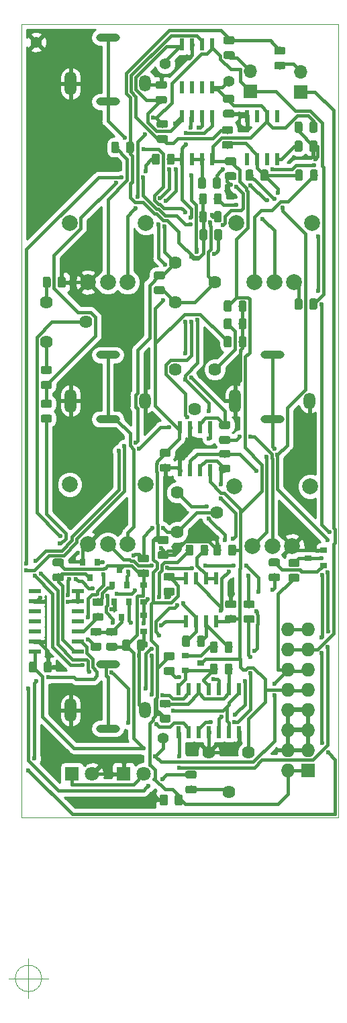
<source format=gbr>
%TF.GenerationSoftware,KiCad,Pcbnew,(5.0.0)*%
%TF.CreationDate,2018-12-09T22:39:23+01:00*%
%TF.ProjectId,formant_vco,666F726D616E745F76636F2E6B696361,rev?*%
%TF.SameCoordinates,Original*%
%TF.FileFunction,Copper,L1,Top,Signal*%
%TF.FilePolarity,Positive*%
%FSLAX46Y46*%
G04 Gerber Fmt 4.6, Leading zero omitted, Abs format (unit mm)*
G04 Created by KiCad (PCBNEW (5.0.0)) date 12/09/18 22:39:23*
%MOMM*%
%LPD*%
G01*
G04 APERTURE LIST*
%ADD10C,0.100000*%
%ADD11R,1.727200X1.727200*%
%ADD12O,1.727200X1.727200*%
%ADD13C,1.620000*%
%ADD14O,3.000000X1.000000*%
%ADD15O,1.500000X3.000000*%
%ADD16O,1.500000X2.100000*%
%ADD17C,2.000000*%
%ADD18R,0.600000X1.550000*%
%ADD19R,1.500000X0.600000*%
%ADD20R,0.900000X0.800000*%
%ADD21R,0.800000X0.900000*%
%ADD22R,1.700000X1.700000*%
%ADD23O,1.700000X1.700000*%
%ADD24R,0.600000X1.500000*%
%ADD25R,1.800000X1.800000*%
%ADD26C,1.800000*%
%ADD27C,0.150000*%
%ADD28C,0.975000*%
%ADD29C,1.400000*%
%ADD30C,0.600000*%
%ADD31C,0.400000*%
%ADD32C,0.254000*%
G04 APERTURE END LIST*
D10*
X55000000Y-155000000D02*
X95000000Y-155000000D01*
X95000000Y-55000000D02*
X95000000Y-155000000D01*
X55000000Y-55000000D02*
X95000000Y-55000000D01*
X55000000Y-155000000D02*
X55000000Y-55000000D01*
X57551666Y-175260000D02*
G75*
G03X57551666Y-175260000I-1666666J0D01*
G01*
X53385000Y-175260000D02*
X58385000Y-175260000D01*
X55885000Y-172760000D02*
X55885000Y-177760000D01*
D11*
X91135000Y-149010000D03*
D12*
X88595000Y-149010000D03*
X91135000Y-146470000D03*
X88595000Y-146470000D03*
X91135000Y-143930000D03*
X88595000Y-143930000D03*
X91135000Y-141390000D03*
X88595000Y-141390000D03*
X91135000Y-138850000D03*
X88595000Y-138850000D03*
X91135000Y-136310000D03*
X88595000Y-136310000D03*
X91135000Y-133770000D03*
X88595000Y-133770000D03*
X91135000Y-131230000D03*
X88595000Y-131230000D03*
D13*
X74635000Y-119010000D03*
X79635000Y-116510000D03*
X74635000Y-114010000D03*
X58135000Y-95010000D03*
X63135000Y-92510000D03*
X58135000Y-90010000D03*
D14*
X86635000Y-104760000D03*
X86635000Y-96660000D03*
D15*
X81935000Y-102460000D03*
D16*
X91335000Y-102460000D03*
D17*
X63385000Y-120510000D03*
X65885000Y-120510000D03*
X68385000Y-120510000D03*
X70685000Y-113010000D03*
X61085000Y-113010000D03*
D18*
X79040000Y-62960000D03*
X77770000Y-62960000D03*
X76500000Y-62960000D03*
X75230000Y-62960000D03*
X75230000Y-57560000D03*
X76500000Y-57560000D03*
X77770000Y-57560000D03*
X79040000Y-57560000D03*
X79040000Y-66560000D03*
X77770000Y-66560000D03*
X76500000Y-66560000D03*
X75230000Y-66560000D03*
X75230000Y-71960000D03*
X76500000Y-71960000D03*
X77770000Y-71960000D03*
X79040000Y-71960000D03*
X79540000Y-130210000D03*
X78270000Y-130210000D03*
X77000000Y-130210000D03*
X75730000Y-130210000D03*
X75730000Y-124810000D03*
X77000000Y-124810000D03*
X78270000Y-124810000D03*
X79540000Y-124810000D03*
D19*
X62085000Y-134070000D03*
X62085000Y-132800000D03*
X62085000Y-131530000D03*
X62085000Y-130260000D03*
X62085000Y-128990000D03*
X62085000Y-127720000D03*
X62085000Y-126450000D03*
X56685000Y-126450000D03*
X56685000Y-127720000D03*
X56685000Y-128990000D03*
X56685000Y-130260000D03*
X56685000Y-131530000D03*
X56685000Y-132800000D03*
X56685000Y-134070000D03*
D18*
X87290000Y-71960000D03*
X86020000Y-71960000D03*
X84750000Y-71960000D03*
X83480000Y-71960000D03*
X83480000Y-66560000D03*
X84750000Y-66560000D03*
X86020000Y-66560000D03*
X87290000Y-66560000D03*
X78790000Y-111210000D03*
X77520000Y-111210000D03*
X76250000Y-111210000D03*
X74980000Y-111210000D03*
X74980000Y-105810000D03*
X76250000Y-105810000D03*
X77520000Y-105810000D03*
X78790000Y-105810000D03*
D20*
X70385000Y-125710000D03*
X70385000Y-127810000D03*
X70385000Y-129460000D03*
X70385000Y-131560000D03*
X93135000Y-123210000D03*
X93135000Y-121310000D03*
X91135000Y-122260000D03*
D21*
X68585000Y-127760000D03*
X66685000Y-127760000D03*
X67635000Y-129760000D03*
X64585000Y-122760000D03*
X62685000Y-122760000D03*
X63635000Y-124760000D03*
X66435000Y-125694308D03*
X68335000Y-125694308D03*
X67385000Y-123694308D03*
D20*
X75635000Y-134560000D03*
X75635000Y-136460000D03*
X77635000Y-135510000D03*
D22*
X83885000Y-63460000D03*
D23*
X83885000Y-60920000D03*
D22*
X90260000Y-63510000D03*
D23*
X90260000Y-60970000D03*
D24*
X74825000Y-144210000D03*
X76095000Y-144210000D03*
X77365000Y-144210000D03*
X78635000Y-144210000D03*
X79905000Y-144210000D03*
X81175000Y-144210000D03*
X82445000Y-144210000D03*
X82445000Y-138810000D03*
X81175000Y-138810000D03*
X79905000Y-138810000D03*
X78635000Y-138810000D03*
X77365000Y-138810000D03*
X76095000Y-138810000D03*
X74825000Y-138810000D03*
D25*
X67885000Y-149510000D03*
D26*
X70425000Y-149510000D03*
D25*
X61385000Y-149510000D03*
D26*
X63925000Y-149510000D03*
D17*
X84385000Y-87510000D03*
X86885000Y-87510000D03*
X89385000Y-87510000D03*
X91685000Y-80010000D03*
X82085000Y-80010000D03*
X63385000Y-87510000D03*
X65885000Y-87510000D03*
X68385000Y-87510000D03*
X70685000Y-80010000D03*
X61085000Y-80010000D03*
X84135000Y-120760000D03*
X86635000Y-120760000D03*
X89135000Y-120760000D03*
X91435000Y-113260000D03*
X81835000Y-113260000D03*
D14*
X65885000Y-64760000D03*
X65885000Y-56660000D03*
D15*
X61185000Y-62460000D03*
D16*
X70585000Y-62460000D03*
D14*
X65885000Y-104760000D03*
X65885000Y-96660000D03*
D15*
X61185000Y-102460000D03*
D16*
X70585000Y-102460000D03*
D13*
X83635000Y-146760000D03*
X81135000Y-151760000D03*
X78635000Y-146760000D03*
X74385000Y-90010000D03*
X79385000Y-87510000D03*
X74385000Y-85010000D03*
X79385000Y-98510000D03*
X76885000Y-103510000D03*
X74385000Y-98510000D03*
D27*
G36*
X92090142Y-69661174D02*
X92113803Y-69664684D01*
X92137007Y-69670496D01*
X92159529Y-69678554D01*
X92181153Y-69688782D01*
X92201670Y-69701079D01*
X92220883Y-69715329D01*
X92238607Y-69731393D01*
X92254671Y-69749117D01*
X92268921Y-69768330D01*
X92281218Y-69788847D01*
X92291446Y-69810471D01*
X92299504Y-69832993D01*
X92305316Y-69856197D01*
X92308826Y-69879858D01*
X92310000Y-69903750D01*
X92310000Y-70816250D01*
X92308826Y-70840142D01*
X92305316Y-70863803D01*
X92299504Y-70887007D01*
X92291446Y-70909529D01*
X92281218Y-70931153D01*
X92268921Y-70951670D01*
X92254671Y-70970883D01*
X92238607Y-70988607D01*
X92220883Y-71004671D01*
X92201670Y-71018921D01*
X92181153Y-71031218D01*
X92159529Y-71041446D01*
X92137007Y-71049504D01*
X92113803Y-71055316D01*
X92090142Y-71058826D01*
X92066250Y-71060000D01*
X91578750Y-71060000D01*
X91554858Y-71058826D01*
X91531197Y-71055316D01*
X91507993Y-71049504D01*
X91485471Y-71041446D01*
X91463847Y-71031218D01*
X91443330Y-71018921D01*
X91424117Y-71004671D01*
X91406393Y-70988607D01*
X91390329Y-70970883D01*
X91376079Y-70951670D01*
X91363782Y-70931153D01*
X91353554Y-70909529D01*
X91345496Y-70887007D01*
X91339684Y-70863803D01*
X91336174Y-70840142D01*
X91335000Y-70816250D01*
X91335000Y-69903750D01*
X91336174Y-69879858D01*
X91339684Y-69856197D01*
X91345496Y-69832993D01*
X91353554Y-69810471D01*
X91363782Y-69788847D01*
X91376079Y-69768330D01*
X91390329Y-69749117D01*
X91406393Y-69731393D01*
X91424117Y-69715329D01*
X91443330Y-69701079D01*
X91463847Y-69688782D01*
X91485471Y-69678554D01*
X91507993Y-69670496D01*
X91531197Y-69664684D01*
X91554858Y-69661174D01*
X91578750Y-69660000D01*
X92066250Y-69660000D01*
X92090142Y-69661174D01*
X92090142Y-69661174D01*
G37*
D28*
X91822500Y-70360000D03*
D27*
G36*
X90215142Y-69661174D02*
X90238803Y-69664684D01*
X90262007Y-69670496D01*
X90284529Y-69678554D01*
X90306153Y-69688782D01*
X90326670Y-69701079D01*
X90345883Y-69715329D01*
X90363607Y-69731393D01*
X90379671Y-69749117D01*
X90393921Y-69768330D01*
X90406218Y-69788847D01*
X90416446Y-69810471D01*
X90424504Y-69832993D01*
X90430316Y-69856197D01*
X90433826Y-69879858D01*
X90435000Y-69903750D01*
X90435000Y-70816250D01*
X90433826Y-70840142D01*
X90430316Y-70863803D01*
X90424504Y-70887007D01*
X90416446Y-70909529D01*
X90406218Y-70931153D01*
X90393921Y-70951670D01*
X90379671Y-70970883D01*
X90363607Y-70988607D01*
X90345883Y-71004671D01*
X90326670Y-71018921D01*
X90306153Y-71031218D01*
X90284529Y-71041446D01*
X90262007Y-71049504D01*
X90238803Y-71055316D01*
X90215142Y-71058826D01*
X90191250Y-71060000D01*
X89703750Y-71060000D01*
X89679858Y-71058826D01*
X89656197Y-71055316D01*
X89632993Y-71049504D01*
X89610471Y-71041446D01*
X89588847Y-71031218D01*
X89568330Y-71018921D01*
X89549117Y-71004671D01*
X89531393Y-70988607D01*
X89515329Y-70970883D01*
X89501079Y-70951670D01*
X89488782Y-70931153D01*
X89478554Y-70909529D01*
X89470496Y-70887007D01*
X89464684Y-70863803D01*
X89461174Y-70840142D01*
X89460000Y-70816250D01*
X89460000Y-69903750D01*
X89461174Y-69879858D01*
X89464684Y-69856197D01*
X89470496Y-69832993D01*
X89478554Y-69810471D01*
X89488782Y-69788847D01*
X89501079Y-69768330D01*
X89515329Y-69749117D01*
X89531393Y-69731393D01*
X89549117Y-69715329D01*
X89568330Y-69701079D01*
X89588847Y-69688782D01*
X89610471Y-69678554D01*
X89632993Y-69670496D01*
X89656197Y-69664684D01*
X89679858Y-69661174D01*
X89703750Y-69660000D01*
X90191250Y-69660000D01*
X90215142Y-69661174D01*
X90215142Y-69661174D01*
G37*
D28*
X89947500Y-70360000D03*
D27*
G36*
X81865142Y-73648674D02*
X81888803Y-73652184D01*
X81912007Y-73657996D01*
X81934529Y-73666054D01*
X81956153Y-73676282D01*
X81976670Y-73688579D01*
X81995883Y-73702829D01*
X82013607Y-73718893D01*
X82029671Y-73736617D01*
X82043921Y-73755830D01*
X82056218Y-73776347D01*
X82066446Y-73797971D01*
X82074504Y-73820493D01*
X82080316Y-73843697D01*
X82083826Y-73867358D01*
X82085000Y-73891250D01*
X82085000Y-74378750D01*
X82083826Y-74402642D01*
X82080316Y-74426303D01*
X82074504Y-74449507D01*
X82066446Y-74472029D01*
X82056218Y-74493653D01*
X82043921Y-74514170D01*
X82029671Y-74533383D01*
X82013607Y-74551107D01*
X81995883Y-74567171D01*
X81976670Y-74581421D01*
X81956153Y-74593718D01*
X81934529Y-74603946D01*
X81912007Y-74612004D01*
X81888803Y-74617816D01*
X81865142Y-74621326D01*
X81841250Y-74622500D01*
X80928750Y-74622500D01*
X80904858Y-74621326D01*
X80881197Y-74617816D01*
X80857993Y-74612004D01*
X80835471Y-74603946D01*
X80813847Y-74593718D01*
X80793330Y-74581421D01*
X80774117Y-74567171D01*
X80756393Y-74551107D01*
X80740329Y-74533383D01*
X80726079Y-74514170D01*
X80713782Y-74493653D01*
X80703554Y-74472029D01*
X80695496Y-74449507D01*
X80689684Y-74426303D01*
X80686174Y-74402642D01*
X80685000Y-74378750D01*
X80685000Y-73891250D01*
X80686174Y-73867358D01*
X80689684Y-73843697D01*
X80695496Y-73820493D01*
X80703554Y-73797971D01*
X80713782Y-73776347D01*
X80726079Y-73755830D01*
X80740329Y-73736617D01*
X80756393Y-73718893D01*
X80774117Y-73702829D01*
X80793330Y-73688579D01*
X80813847Y-73676282D01*
X80835471Y-73666054D01*
X80857993Y-73657996D01*
X80881197Y-73652184D01*
X80904858Y-73648674D01*
X80928750Y-73647500D01*
X81841250Y-73647500D01*
X81865142Y-73648674D01*
X81865142Y-73648674D01*
G37*
D28*
X81385000Y-74135000D03*
D27*
G36*
X81865142Y-71773674D02*
X81888803Y-71777184D01*
X81912007Y-71782996D01*
X81934529Y-71791054D01*
X81956153Y-71801282D01*
X81976670Y-71813579D01*
X81995883Y-71827829D01*
X82013607Y-71843893D01*
X82029671Y-71861617D01*
X82043921Y-71880830D01*
X82056218Y-71901347D01*
X82066446Y-71922971D01*
X82074504Y-71945493D01*
X82080316Y-71968697D01*
X82083826Y-71992358D01*
X82085000Y-72016250D01*
X82085000Y-72503750D01*
X82083826Y-72527642D01*
X82080316Y-72551303D01*
X82074504Y-72574507D01*
X82066446Y-72597029D01*
X82056218Y-72618653D01*
X82043921Y-72639170D01*
X82029671Y-72658383D01*
X82013607Y-72676107D01*
X81995883Y-72692171D01*
X81976670Y-72706421D01*
X81956153Y-72718718D01*
X81934529Y-72728946D01*
X81912007Y-72737004D01*
X81888803Y-72742816D01*
X81865142Y-72746326D01*
X81841250Y-72747500D01*
X80928750Y-72747500D01*
X80904858Y-72746326D01*
X80881197Y-72742816D01*
X80857993Y-72737004D01*
X80835471Y-72728946D01*
X80813847Y-72718718D01*
X80793330Y-72706421D01*
X80774117Y-72692171D01*
X80756393Y-72676107D01*
X80740329Y-72658383D01*
X80726079Y-72639170D01*
X80713782Y-72618653D01*
X80703554Y-72597029D01*
X80695496Y-72574507D01*
X80689684Y-72551303D01*
X80686174Y-72527642D01*
X80685000Y-72503750D01*
X80685000Y-72016250D01*
X80686174Y-71992358D01*
X80689684Y-71968697D01*
X80695496Y-71945493D01*
X80703554Y-71922971D01*
X80713782Y-71901347D01*
X80726079Y-71880830D01*
X80740329Y-71861617D01*
X80756393Y-71843893D01*
X80774117Y-71827829D01*
X80793330Y-71813579D01*
X80813847Y-71801282D01*
X80835471Y-71791054D01*
X80857993Y-71782996D01*
X80881197Y-71777184D01*
X80904858Y-71773674D01*
X80928750Y-71772500D01*
X81841250Y-71772500D01*
X81865142Y-71773674D01*
X81865142Y-71773674D01*
G37*
D28*
X81385000Y-72260000D03*
D27*
G36*
X81615142Y-65773674D02*
X81638803Y-65777184D01*
X81662007Y-65782996D01*
X81684529Y-65791054D01*
X81706153Y-65801282D01*
X81726670Y-65813579D01*
X81745883Y-65827829D01*
X81763607Y-65843893D01*
X81779671Y-65861617D01*
X81793921Y-65880830D01*
X81806218Y-65901347D01*
X81816446Y-65922971D01*
X81824504Y-65945493D01*
X81830316Y-65968697D01*
X81833826Y-65992358D01*
X81835000Y-66016250D01*
X81835000Y-66503750D01*
X81833826Y-66527642D01*
X81830316Y-66551303D01*
X81824504Y-66574507D01*
X81816446Y-66597029D01*
X81806218Y-66618653D01*
X81793921Y-66639170D01*
X81779671Y-66658383D01*
X81763607Y-66676107D01*
X81745883Y-66692171D01*
X81726670Y-66706421D01*
X81706153Y-66718718D01*
X81684529Y-66728946D01*
X81662007Y-66737004D01*
X81638803Y-66742816D01*
X81615142Y-66746326D01*
X81591250Y-66747500D01*
X80678750Y-66747500D01*
X80654858Y-66746326D01*
X80631197Y-66742816D01*
X80607993Y-66737004D01*
X80585471Y-66728946D01*
X80563847Y-66718718D01*
X80543330Y-66706421D01*
X80524117Y-66692171D01*
X80506393Y-66676107D01*
X80490329Y-66658383D01*
X80476079Y-66639170D01*
X80463782Y-66618653D01*
X80453554Y-66597029D01*
X80445496Y-66574507D01*
X80439684Y-66551303D01*
X80436174Y-66527642D01*
X80435000Y-66503750D01*
X80435000Y-66016250D01*
X80436174Y-65992358D01*
X80439684Y-65968697D01*
X80445496Y-65945493D01*
X80453554Y-65922971D01*
X80463782Y-65901347D01*
X80476079Y-65880830D01*
X80490329Y-65861617D01*
X80506393Y-65843893D01*
X80524117Y-65827829D01*
X80543330Y-65813579D01*
X80563847Y-65801282D01*
X80585471Y-65791054D01*
X80607993Y-65782996D01*
X80631197Y-65777184D01*
X80654858Y-65773674D01*
X80678750Y-65772500D01*
X81591250Y-65772500D01*
X81615142Y-65773674D01*
X81615142Y-65773674D01*
G37*
D28*
X81135000Y-66260000D03*
D27*
G36*
X81615142Y-63898674D02*
X81638803Y-63902184D01*
X81662007Y-63907996D01*
X81684529Y-63916054D01*
X81706153Y-63926282D01*
X81726670Y-63938579D01*
X81745883Y-63952829D01*
X81763607Y-63968893D01*
X81779671Y-63986617D01*
X81793921Y-64005830D01*
X81806218Y-64026347D01*
X81816446Y-64047971D01*
X81824504Y-64070493D01*
X81830316Y-64093697D01*
X81833826Y-64117358D01*
X81835000Y-64141250D01*
X81835000Y-64628750D01*
X81833826Y-64652642D01*
X81830316Y-64676303D01*
X81824504Y-64699507D01*
X81816446Y-64722029D01*
X81806218Y-64743653D01*
X81793921Y-64764170D01*
X81779671Y-64783383D01*
X81763607Y-64801107D01*
X81745883Y-64817171D01*
X81726670Y-64831421D01*
X81706153Y-64843718D01*
X81684529Y-64853946D01*
X81662007Y-64862004D01*
X81638803Y-64867816D01*
X81615142Y-64871326D01*
X81591250Y-64872500D01*
X80678750Y-64872500D01*
X80654858Y-64871326D01*
X80631197Y-64867816D01*
X80607993Y-64862004D01*
X80585471Y-64853946D01*
X80563847Y-64843718D01*
X80543330Y-64831421D01*
X80524117Y-64817171D01*
X80506393Y-64801107D01*
X80490329Y-64783383D01*
X80476079Y-64764170D01*
X80463782Y-64743653D01*
X80453554Y-64722029D01*
X80445496Y-64699507D01*
X80439684Y-64676303D01*
X80436174Y-64652642D01*
X80435000Y-64628750D01*
X80435000Y-64141250D01*
X80436174Y-64117358D01*
X80439684Y-64093697D01*
X80445496Y-64070493D01*
X80453554Y-64047971D01*
X80463782Y-64026347D01*
X80476079Y-64005830D01*
X80490329Y-63986617D01*
X80506393Y-63968893D01*
X80524117Y-63952829D01*
X80543330Y-63938579D01*
X80563847Y-63926282D01*
X80585471Y-63916054D01*
X80607993Y-63907996D01*
X80631197Y-63902184D01*
X80654858Y-63898674D01*
X80678750Y-63897500D01*
X81591250Y-63897500D01*
X81615142Y-63898674D01*
X81615142Y-63898674D01*
G37*
D28*
X81135000Y-64385000D03*
D27*
G36*
X81865142Y-129461174D02*
X81888803Y-129464684D01*
X81912007Y-129470496D01*
X81934529Y-129478554D01*
X81956153Y-129488782D01*
X81976670Y-129501079D01*
X81995883Y-129515329D01*
X82013607Y-129531393D01*
X82029671Y-129549117D01*
X82043921Y-129568330D01*
X82056218Y-129588847D01*
X82066446Y-129610471D01*
X82074504Y-129632993D01*
X82080316Y-129656197D01*
X82083826Y-129679858D01*
X82085000Y-129703750D01*
X82085000Y-130191250D01*
X82083826Y-130215142D01*
X82080316Y-130238803D01*
X82074504Y-130262007D01*
X82066446Y-130284529D01*
X82056218Y-130306153D01*
X82043921Y-130326670D01*
X82029671Y-130345883D01*
X82013607Y-130363607D01*
X81995883Y-130379671D01*
X81976670Y-130393921D01*
X81956153Y-130406218D01*
X81934529Y-130416446D01*
X81912007Y-130424504D01*
X81888803Y-130430316D01*
X81865142Y-130433826D01*
X81841250Y-130435000D01*
X80928750Y-130435000D01*
X80904858Y-130433826D01*
X80881197Y-130430316D01*
X80857993Y-130424504D01*
X80835471Y-130416446D01*
X80813847Y-130406218D01*
X80793330Y-130393921D01*
X80774117Y-130379671D01*
X80756393Y-130363607D01*
X80740329Y-130345883D01*
X80726079Y-130326670D01*
X80713782Y-130306153D01*
X80703554Y-130284529D01*
X80695496Y-130262007D01*
X80689684Y-130238803D01*
X80686174Y-130215142D01*
X80685000Y-130191250D01*
X80685000Y-129703750D01*
X80686174Y-129679858D01*
X80689684Y-129656197D01*
X80695496Y-129632993D01*
X80703554Y-129610471D01*
X80713782Y-129588847D01*
X80726079Y-129568330D01*
X80740329Y-129549117D01*
X80756393Y-129531393D01*
X80774117Y-129515329D01*
X80793330Y-129501079D01*
X80813847Y-129488782D01*
X80835471Y-129478554D01*
X80857993Y-129470496D01*
X80881197Y-129464684D01*
X80904858Y-129461174D01*
X80928750Y-129460000D01*
X81841250Y-129460000D01*
X81865142Y-129461174D01*
X81865142Y-129461174D01*
G37*
D28*
X81385000Y-129947500D03*
D27*
G36*
X81865142Y-127586174D02*
X81888803Y-127589684D01*
X81912007Y-127595496D01*
X81934529Y-127603554D01*
X81956153Y-127613782D01*
X81976670Y-127626079D01*
X81995883Y-127640329D01*
X82013607Y-127656393D01*
X82029671Y-127674117D01*
X82043921Y-127693330D01*
X82056218Y-127713847D01*
X82066446Y-127735471D01*
X82074504Y-127757993D01*
X82080316Y-127781197D01*
X82083826Y-127804858D01*
X82085000Y-127828750D01*
X82085000Y-128316250D01*
X82083826Y-128340142D01*
X82080316Y-128363803D01*
X82074504Y-128387007D01*
X82066446Y-128409529D01*
X82056218Y-128431153D01*
X82043921Y-128451670D01*
X82029671Y-128470883D01*
X82013607Y-128488607D01*
X81995883Y-128504671D01*
X81976670Y-128518921D01*
X81956153Y-128531218D01*
X81934529Y-128541446D01*
X81912007Y-128549504D01*
X81888803Y-128555316D01*
X81865142Y-128558826D01*
X81841250Y-128560000D01*
X80928750Y-128560000D01*
X80904858Y-128558826D01*
X80881197Y-128555316D01*
X80857993Y-128549504D01*
X80835471Y-128541446D01*
X80813847Y-128531218D01*
X80793330Y-128518921D01*
X80774117Y-128504671D01*
X80756393Y-128488607D01*
X80740329Y-128470883D01*
X80726079Y-128451670D01*
X80713782Y-128431153D01*
X80703554Y-128409529D01*
X80695496Y-128387007D01*
X80689684Y-128363803D01*
X80686174Y-128340142D01*
X80685000Y-128316250D01*
X80685000Y-127828750D01*
X80686174Y-127804858D01*
X80689684Y-127781197D01*
X80695496Y-127757993D01*
X80703554Y-127735471D01*
X80713782Y-127713847D01*
X80726079Y-127693330D01*
X80740329Y-127674117D01*
X80756393Y-127656393D01*
X80774117Y-127640329D01*
X80793330Y-127626079D01*
X80813847Y-127613782D01*
X80835471Y-127603554D01*
X80857993Y-127595496D01*
X80881197Y-127589684D01*
X80904858Y-127586174D01*
X80928750Y-127585000D01*
X81841250Y-127585000D01*
X81865142Y-127586174D01*
X81865142Y-127586174D01*
G37*
D28*
X81385000Y-128072500D03*
D27*
G36*
X79965142Y-120561174D02*
X79988803Y-120564684D01*
X80012007Y-120570496D01*
X80034529Y-120578554D01*
X80056153Y-120588782D01*
X80076670Y-120601079D01*
X80095883Y-120615329D01*
X80113607Y-120631393D01*
X80129671Y-120649117D01*
X80143921Y-120668330D01*
X80156218Y-120688847D01*
X80166446Y-120710471D01*
X80174504Y-120732993D01*
X80180316Y-120756197D01*
X80183826Y-120779858D01*
X80185000Y-120803750D01*
X80185000Y-121716250D01*
X80183826Y-121740142D01*
X80180316Y-121763803D01*
X80174504Y-121787007D01*
X80166446Y-121809529D01*
X80156218Y-121831153D01*
X80143921Y-121851670D01*
X80129671Y-121870883D01*
X80113607Y-121888607D01*
X80095883Y-121904671D01*
X80076670Y-121918921D01*
X80056153Y-121931218D01*
X80034529Y-121941446D01*
X80012007Y-121949504D01*
X79988803Y-121955316D01*
X79965142Y-121958826D01*
X79941250Y-121960000D01*
X79453750Y-121960000D01*
X79429858Y-121958826D01*
X79406197Y-121955316D01*
X79382993Y-121949504D01*
X79360471Y-121941446D01*
X79338847Y-121931218D01*
X79318330Y-121918921D01*
X79299117Y-121904671D01*
X79281393Y-121888607D01*
X79265329Y-121870883D01*
X79251079Y-121851670D01*
X79238782Y-121831153D01*
X79228554Y-121809529D01*
X79220496Y-121787007D01*
X79214684Y-121763803D01*
X79211174Y-121740142D01*
X79210000Y-121716250D01*
X79210000Y-120803750D01*
X79211174Y-120779858D01*
X79214684Y-120756197D01*
X79220496Y-120732993D01*
X79228554Y-120710471D01*
X79238782Y-120688847D01*
X79251079Y-120668330D01*
X79265329Y-120649117D01*
X79281393Y-120631393D01*
X79299117Y-120615329D01*
X79318330Y-120601079D01*
X79338847Y-120588782D01*
X79360471Y-120578554D01*
X79382993Y-120570496D01*
X79406197Y-120564684D01*
X79429858Y-120561174D01*
X79453750Y-120560000D01*
X79941250Y-120560000D01*
X79965142Y-120561174D01*
X79965142Y-120561174D01*
G37*
D28*
X79697500Y-121260000D03*
D27*
G36*
X81840142Y-120561174D02*
X81863803Y-120564684D01*
X81887007Y-120570496D01*
X81909529Y-120578554D01*
X81931153Y-120588782D01*
X81951670Y-120601079D01*
X81970883Y-120615329D01*
X81988607Y-120631393D01*
X82004671Y-120649117D01*
X82018921Y-120668330D01*
X82031218Y-120688847D01*
X82041446Y-120710471D01*
X82049504Y-120732993D01*
X82055316Y-120756197D01*
X82058826Y-120779858D01*
X82060000Y-120803750D01*
X82060000Y-121716250D01*
X82058826Y-121740142D01*
X82055316Y-121763803D01*
X82049504Y-121787007D01*
X82041446Y-121809529D01*
X82031218Y-121831153D01*
X82018921Y-121851670D01*
X82004671Y-121870883D01*
X81988607Y-121888607D01*
X81970883Y-121904671D01*
X81951670Y-121918921D01*
X81931153Y-121931218D01*
X81909529Y-121941446D01*
X81887007Y-121949504D01*
X81863803Y-121955316D01*
X81840142Y-121958826D01*
X81816250Y-121960000D01*
X81328750Y-121960000D01*
X81304858Y-121958826D01*
X81281197Y-121955316D01*
X81257993Y-121949504D01*
X81235471Y-121941446D01*
X81213847Y-121931218D01*
X81193330Y-121918921D01*
X81174117Y-121904671D01*
X81156393Y-121888607D01*
X81140329Y-121870883D01*
X81126079Y-121851670D01*
X81113782Y-121831153D01*
X81103554Y-121809529D01*
X81095496Y-121787007D01*
X81089684Y-121763803D01*
X81086174Y-121740142D01*
X81085000Y-121716250D01*
X81085000Y-120803750D01*
X81086174Y-120779858D01*
X81089684Y-120756197D01*
X81095496Y-120732993D01*
X81103554Y-120710471D01*
X81113782Y-120688847D01*
X81126079Y-120668330D01*
X81140329Y-120649117D01*
X81156393Y-120631393D01*
X81174117Y-120615329D01*
X81193330Y-120601079D01*
X81213847Y-120588782D01*
X81235471Y-120578554D01*
X81257993Y-120570496D01*
X81281197Y-120564684D01*
X81304858Y-120561174D01*
X81328750Y-120560000D01*
X81816250Y-120560000D01*
X81840142Y-120561174D01*
X81840142Y-120561174D01*
G37*
D28*
X81572500Y-121260000D03*
D27*
G36*
X81277642Y-89811174D02*
X81301303Y-89814684D01*
X81324507Y-89820496D01*
X81347029Y-89828554D01*
X81368653Y-89838782D01*
X81389170Y-89851079D01*
X81408383Y-89865329D01*
X81426107Y-89881393D01*
X81442171Y-89899117D01*
X81456421Y-89918330D01*
X81468718Y-89938847D01*
X81478946Y-89960471D01*
X81487004Y-89982993D01*
X81492816Y-90006197D01*
X81496326Y-90029858D01*
X81497500Y-90053750D01*
X81497500Y-90966250D01*
X81496326Y-90990142D01*
X81492816Y-91013803D01*
X81487004Y-91037007D01*
X81478946Y-91059529D01*
X81468718Y-91081153D01*
X81456421Y-91101670D01*
X81442171Y-91120883D01*
X81426107Y-91138607D01*
X81408383Y-91154671D01*
X81389170Y-91168921D01*
X81368653Y-91181218D01*
X81347029Y-91191446D01*
X81324507Y-91199504D01*
X81301303Y-91205316D01*
X81277642Y-91208826D01*
X81253750Y-91210000D01*
X80766250Y-91210000D01*
X80742358Y-91208826D01*
X80718697Y-91205316D01*
X80695493Y-91199504D01*
X80672971Y-91191446D01*
X80651347Y-91181218D01*
X80630830Y-91168921D01*
X80611617Y-91154671D01*
X80593893Y-91138607D01*
X80577829Y-91120883D01*
X80563579Y-91101670D01*
X80551282Y-91081153D01*
X80541054Y-91059529D01*
X80532996Y-91037007D01*
X80527184Y-91013803D01*
X80523674Y-90990142D01*
X80522500Y-90966250D01*
X80522500Y-90053750D01*
X80523674Y-90029858D01*
X80527184Y-90006197D01*
X80532996Y-89982993D01*
X80541054Y-89960471D01*
X80551282Y-89938847D01*
X80563579Y-89918330D01*
X80577829Y-89899117D01*
X80593893Y-89881393D01*
X80611617Y-89865329D01*
X80630830Y-89851079D01*
X80651347Y-89838782D01*
X80672971Y-89828554D01*
X80695493Y-89820496D01*
X80718697Y-89814684D01*
X80742358Y-89811174D01*
X80766250Y-89810000D01*
X81253750Y-89810000D01*
X81277642Y-89811174D01*
X81277642Y-89811174D01*
G37*
D28*
X81010000Y-90510000D03*
D27*
G36*
X83152642Y-89811174D02*
X83176303Y-89814684D01*
X83199507Y-89820496D01*
X83222029Y-89828554D01*
X83243653Y-89838782D01*
X83264170Y-89851079D01*
X83283383Y-89865329D01*
X83301107Y-89881393D01*
X83317171Y-89899117D01*
X83331421Y-89918330D01*
X83343718Y-89938847D01*
X83353946Y-89960471D01*
X83362004Y-89982993D01*
X83367816Y-90006197D01*
X83371326Y-90029858D01*
X83372500Y-90053750D01*
X83372500Y-90966250D01*
X83371326Y-90990142D01*
X83367816Y-91013803D01*
X83362004Y-91037007D01*
X83353946Y-91059529D01*
X83343718Y-91081153D01*
X83331421Y-91101670D01*
X83317171Y-91120883D01*
X83301107Y-91138607D01*
X83283383Y-91154671D01*
X83264170Y-91168921D01*
X83243653Y-91181218D01*
X83222029Y-91191446D01*
X83199507Y-91199504D01*
X83176303Y-91205316D01*
X83152642Y-91208826D01*
X83128750Y-91210000D01*
X82641250Y-91210000D01*
X82617358Y-91208826D01*
X82593697Y-91205316D01*
X82570493Y-91199504D01*
X82547971Y-91191446D01*
X82526347Y-91181218D01*
X82505830Y-91168921D01*
X82486617Y-91154671D01*
X82468893Y-91138607D01*
X82452829Y-91120883D01*
X82438579Y-91101670D01*
X82426282Y-91081153D01*
X82416054Y-91059529D01*
X82407996Y-91037007D01*
X82402184Y-91013803D01*
X82398674Y-90990142D01*
X82397500Y-90966250D01*
X82397500Y-90053750D01*
X82398674Y-90029858D01*
X82402184Y-90006197D01*
X82407996Y-89982993D01*
X82416054Y-89960471D01*
X82426282Y-89938847D01*
X82438579Y-89918330D01*
X82452829Y-89899117D01*
X82468893Y-89881393D01*
X82486617Y-89865329D01*
X82505830Y-89851079D01*
X82526347Y-89838782D01*
X82547971Y-89828554D01*
X82570493Y-89820496D01*
X82593697Y-89814684D01*
X82617358Y-89811174D01*
X82641250Y-89810000D01*
X83128750Y-89810000D01*
X83152642Y-89811174D01*
X83152642Y-89811174D01*
G37*
D28*
X82885000Y-90510000D03*
D27*
G36*
X90215142Y-67261174D02*
X90238803Y-67264684D01*
X90262007Y-67270496D01*
X90284529Y-67278554D01*
X90306153Y-67288782D01*
X90326670Y-67301079D01*
X90345883Y-67315329D01*
X90363607Y-67331393D01*
X90379671Y-67349117D01*
X90393921Y-67368330D01*
X90406218Y-67388847D01*
X90416446Y-67410471D01*
X90424504Y-67432993D01*
X90430316Y-67456197D01*
X90433826Y-67479858D01*
X90435000Y-67503750D01*
X90435000Y-68416250D01*
X90433826Y-68440142D01*
X90430316Y-68463803D01*
X90424504Y-68487007D01*
X90416446Y-68509529D01*
X90406218Y-68531153D01*
X90393921Y-68551670D01*
X90379671Y-68570883D01*
X90363607Y-68588607D01*
X90345883Y-68604671D01*
X90326670Y-68618921D01*
X90306153Y-68631218D01*
X90284529Y-68641446D01*
X90262007Y-68649504D01*
X90238803Y-68655316D01*
X90215142Y-68658826D01*
X90191250Y-68660000D01*
X89703750Y-68660000D01*
X89679858Y-68658826D01*
X89656197Y-68655316D01*
X89632993Y-68649504D01*
X89610471Y-68641446D01*
X89588847Y-68631218D01*
X89568330Y-68618921D01*
X89549117Y-68604671D01*
X89531393Y-68588607D01*
X89515329Y-68570883D01*
X89501079Y-68551670D01*
X89488782Y-68531153D01*
X89478554Y-68509529D01*
X89470496Y-68487007D01*
X89464684Y-68463803D01*
X89461174Y-68440142D01*
X89460000Y-68416250D01*
X89460000Y-67503750D01*
X89461174Y-67479858D01*
X89464684Y-67456197D01*
X89470496Y-67432993D01*
X89478554Y-67410471D01*
X89488782Y-67388847D01*
X89501079Y-67368330D01*
X89515329Y-67349117D01*
X89531393Y-67331393D01*
X89549117Y-67315329D01*
X89568330Y-67301079D01*
X89588847Y-67288782D01*
X89610471Y-67278554D01*
X89632993Y-67270496D01*
X89656197Y-67264684D01*
X89679858Y-67261174D01*
X89703750Y-67260000D01*
X90191250Y-67260000D01*
X90215142Y-67261174D01*
X90215142Y-67261174D01*
G37*
D28*
X89947500Y-67960000D03*
D27*
G36*
X92090142Y-67261174D02*
X92113803Y-67264684D01*
X92137007Y-67270496D01*
X92159529Y-67278554D01*
X92181153Y-67288782D01*
X92201670Y-67301079D01*
X92220883Y-67315329D01*
X92238607Y-67331393D01*
X92254671Y-67349117D01*
X92268921Y-67368330D01*
X92281218Y-67388847D01*
X92291446Y-67410471D01*
X92299504Y-67432993D01*
X92305316Y-67456197D01*
X92308826Y-67479858D01*
X92310000Y-67503750D01*
X92310000Y-68416250D01*
X92308826Y-68440142D01*
X92305316Y-68463803D01*
X92299504Y-68487007D01*
X92291446Y-68509529D01*
X92281218Y-68531153D01*
X92268921Y-68551670D01*
X92254671Y-68570883D01*
X92238607Y-68588607D01*
X92220883Y-68604671D01*
X92201670Y-68618921D01*
X92181153Y-68631218D01*
X92159529Y-68641446D01*
X92137007Y-68649504D01*
X92113803Y-68655316D01*
X92090142Y-68658826D01*
X92066250Y-68660000D01*
X91578750Y-68660000D01*
X91554858Y-68658826D01*
X91531197Y-68655316D01*
X91507993Y-68649504D01*
X91485471Y-68641446D01*
X91463847Y-68631218D01*
X91443330Y-68618921D01*
X91424117Y-68604671D01*
X91406393Y-68588607D01*
X91390329Y-68570883D01*
X91376079Y-68551670D01*
X91363782Y-68531153D01*
X91353554Y-68509529D01*
X91345496Y-68487007D01*
X91339684Y-68463803D01*
X91336174Y-68440142D01*
X91335000Y-68416250D01*
X91335000Y-67503750D01*
X91336174Y-67479858D01*
X91339684Y-67456197D01*
X91345496Y-67432993D01*
X91353554Y-67410471D01*
X91363782Y-67388847D01*
X91376079Y-67368330D01*
X91390329Y-67349117D01*
X91406393Y-67331393D01*
X91424117Y-67315329D01*
X91443330Y-67301079D01*
X91463847Y-67288782D01*
X91485471Y-67278554D01*
X91507993Y-67270496D01*
X91531197Y-67264684D01*
X91554858Y-67261174D01*
X91578750Y-67260000D01*
X92066250Y-67260000D01*
X92090142Y-67261174D01*
X92090142Y-67261174D01*
G37*
D28*
X91822500Y-67960000D03*
D27*
G36*
X68465142Y-132561174D02*
X68488803Y-132564684D01*
X68512007Y-132570496D01*
X68534529Y-132578554D01*
X68556153Y-132588782D01*
X68576670Y-132601079D01*
X68595883Y-132615329D01*
X68613607Y-132631393D01*
X68629671Y-132649117D01*
X68643921Y-132668330D01*
X68656218Y-132688847D01*
X68666446Y-132710471D01*
X68674504Y-132732993D01*
X68680316Y-132756197D01*
X68683826Y-132779858D01*
X68685000Y-132803750D01*
X68685000Y-133716250D01*
X68683826Y-133740142D01*
X68680316Y-133763803D01*
X68674504Y-133787007D01*
X68666446Y-133809529D01*
X68656218Y-133831153D01*
X68643921Y-133851670D01*
X68629671Y-133870883D01*
X68613607Y-133888607D01*
X68595883Y-133904671D01*
X68576670Y-133918921D01*
X68556153Y-133931218D01*
X68534529Y-133941446D01*
X68512007Y-133949504D01*
X68488803Y-133955316D01*
X68465142Y-133958826D01*
X68441250Y-133960000D01*
X67953750Y-133960000D01*
X67929858Y-133958826D01*
X67906197Y-133955316D01*
X67882993Y-133949504D01*
X67860471Y-133941446D01*
X67838847Y-133931218D01*
X67818330Y-133918921D01*
X67799117Y-133904671D01*
X67781393Y-133888607D01*
X67765329Y-133870883D01*
X67751079Y-133851670D01*
X67738782Y-133831153D01*
X67728554Y-133809529D01*
X67720496Y-133787007D01*
X67714684Y-133763803D01*
X67711174Y-133740142D01*
X67710000Y-133716250D01*
X67710000Y-132803750D01*
X67711174Y-132779858D01*
X67714684Y-132756197D01*
X67720496Y-132732993D01*
X67728554Y-132710471D01*
X67738782Y-132688847D01*
X67751079Y-132668330D01*
X67765329Y-132649117D01*
X67781393Y-132631393D01*
X67799117Y-132615329D01*
X67818330Y-132601079D01*
X67838847Y-132588782D01*
X67860471Y-132578554D01*
X67882993Y-132570496D01*
X67906197Y-132564684D01*
X67929858Y-132561174D01*
X67953750Y-132560000D01*
X68441250Y-132560000D01*
X68465142Y-132561174D01*
X68465142Y-132561174D01*
G37*
D28*
X68197500Y-133260000D03*
D27*
G36*
X70340142Y-132561174D02*
X70363803Y-132564684D01*
X70387007Y-132570496D01*
X70409529Y-132578554D01*
X70431153Y-132588782D01*
X70451670Y-132601079D01*
X70470883Y-132615329D01*
X70488607Y-132631393D01*
X70504671Y-132649117D01*
X70518921Y-132668330D01*
X70531218Y-132688847D01*
X70541446Y-132710471D01*
X70549504Y-132732993D01*
X70555316Y-132756197D01*
X70558826Y-132779858D01*
X70560000Y-132803750D01*
X70560000Y-133716250D01*
X70558826Y-133740142D01*
X70555316Y-133763803D01*
X70549504Y-133787007D01*
X70541446Y-133809529D01*
X70531218Y-133831153D01*
X70518921Y-133851670D01*
X70504671Y-133870883D01*
X70488607Y-133888607D01*
X70470883Y-133904671D01*
X70451670Y-133918921D01*
X70431153Y-133931218D01*
X70409529Y-133941446D01*
X70387007Y-133949504D01*
X70363803Y-133955316D01*
X70340142Y-133958826D01*
X70316250Y-133960000D01*
X69828750Y-133960000D01*
X69804858Y-133958826D01*
X69781197Y-133955316D01*
X69757993Y-133949504D01*
X69735471Y-133941446D01*
X69713847Y-133931218D01*
X69693330Y-133918921D01*
X69674117Y-133904671D01*
X69656393Y-133888607D01*
X69640329Y-133870883D01*
X69626079Y-133851670D01*
X69613782Y-133831153D01*
X69603554Y-133809529D01*
X69595496Y-133787007D01*
X69589684Y-133763803D01*
X69586174Y-133740142D01*
X69585000Y-133716250D01*
X69585000Y-132803750D01*
X69586174Y-132779858D01*
X69589684Y-132756197D01*
X69595496Y-132732993D01*
X69603554Y-132710471D01*
X69613782Y-132688847D01*
X69626079Y-132668330D01*
X69640329Y-132649117D01*
X69656393Y-132631393D01*
X69674117Y-132615329D01*
X69693330Y-132601079D01*
X69713847Y-132588782D01*
X69735471Y-132578554D01*
X69757993Y-132570496D01*
X69781197Y-132564684D01*
X69804858Y-132561174D01*
X69828750Y-132560000D01*
X70316250Y-132560000D01*
X70340142Y-132561174D01*
X70340142Y-132561174D01*
G37*
D28*
X70072500Y-133260000D03*
D27*
G36*
X73215142Y-152061174D02*
X73238803Y-152064684D01*
X73262007Y-152070496D01*
X73284529Y-152078554D01*
X73306153Y-152088782D01*
X73326670Y-152101079D01*
X73345883Y-152115329D01*
X73363607Y-152131393D01*
X73379671Y-152149117D01*
X73393921Y-152168330D01*
X73406218Y-152188847D01*
X73416446Y-152210471D01*
X73424504Y-152232993D01*
X73430316Y-152256197D01*
X73433826Y-152279858D01*
X73435000Y-152303750D01*
X73435000Y-153216250D01*
X73433826Y-153240142D01*
X73430316Y-153263803D01*
X73424504Y-153287007D01*
X73416446Y-153309529D01*
X73406218Y-153331153D01*
X73393921Y-153351670D01*
X73379671Y-153370883D01*
X73363607Y-153388607D01*
X73345883Y-153404671D01*
X73326670Y-153418921D01*
X73306153Y-153431218D01*
X73284529Y-153441446D01*
X73262007Y-153449504D01*
X73238803Y-153455316D01*
X73215142Y-153458826D01*
X73191250Y-153460000D01*
X72703750Y-153460000D01*
X72679858Y-153458826D01*
X72656197Y-153455316D01*
X72632993Y-153449504D01*
X72610471Y-153441446D01*
X72588847Y-153431218D01*
X72568330Y-153418921D01*
X72549117Y-153404671D01*
X72531393Y-153388607D01*
X72515329Y-153370883D01*
X72501079Y-153351670D01*
X72488782Y-153331153D01*
X72478554Y-153309529D01*
X72470496Y-153287007D01*
X72464684Y-153263803D01*
X72461174Y-153240142D01*
X72460000Y-153216250D01*
X72460000Y-152303750D01*
X72461174Y-152279858D01*
X72464684Y-152256197D01*
X72470496Y-152232993D01*
X72478554Y-152210471D01*
X72488782Y-152188847D01*
X72501079Y-152168330D01*
X72515329Y-152149117D01*
X72531393Y-152131393D01*
X72549117Y-152115329D01*
X72568330Y-152101079D01*
X72588847Y-152088782D01*
X72610471Y-152078554D01*
X72632993Y-152070496D01*
X72656197Y-152064684D01*
X72679858Y-152061174D01*
X72703750Y-152060000D01*
X73191250Y-152060000D01*
X73215142Y-152061174D01*
X73215142Y-152061174D01*
G37*
D28*
X72947500Y-152760000D03*
D27*
G36*
X75090142Y-152061174D02*
X75113803Y-152064684D01*
X75137007Y-152070496D01*
X75159529Y-152078554D01*
X75181153Y-152088782D01*
X75201670Y-152101079D01*
X75220883Y-152115329D01*
X75238607Y-152131393D01*
X75254671Y-152149117D01*
X75268921Y-152168330D01*
X75281218Y-152188847D01*
X75291446Y-152210471D01*
X75299504Y-152232993D01*
X75305316Y-152256197D01*
X75308826Y-152279858D01*
X75310000Y-152303750D01*
X75310000Y-153216250D01*
X75308826Y-153240142D01*
X75305316Y-153263803D01*
X75299504Y-153287007D01*
X75291446Y-153309529D01*
X75281218Y-153331153D01*
X75268921Y-153351670D01*
X75254671Y-153370883D01*
X75238607Y-153388607D01*
X75220883Y-153404671D01*
X75201670Y-153418921D01*
X75181153Y-153431218D01*
X75159529Y-153441446D01*
X75137007Y-153449504D01*
X75113803Y-153455316D01*
X75090142Y-153458826D01*
X75066250Y-153460000D01*
X74578750Y-153460000D01*
X74554858Y-153458826D01*
X74531197Y-153455316D01*
X74507993Y-153449504D01*
X74485471Y-153441446D01*
X74463847Y-153431218D01*
X74443330Y-153418921D01*
X74424117Y-153404671D01*
X74406393Y-153388607D01*
X74390329Y-153370883D01*
X74376079Y-153351670D01*
X74363782Y-153331153D01*
X74353554Y-153309529D01*
X74345496Y-153287007D01*
X74339684Y-153263803D01*
X74336174Y-153240142D01*
X74335000Y-153216250D01*
X74335000Y-152303750D01*
X74336174Y-152279858D01*
X74339684Y-152256197D01*
X74345496Y-152232993D01*
X74353554Y-152210471D01*
X74363782Y-152188847D01*
X74376079Y-152168330D01*
X74390329Y-152149117D01*
X74406393Y-152131393D01*
X74424117Y-152115329D01*
X74443330Y-152101079D01*
X74463847Y-152088782D01*
X74485471Y-152078554D01*
X74507993Y-152070496D01*
X74531197Y-152064684D01*
X74554858Y-152061174D01*
X74578750Y-152060000D01*
X75066250Y-152060000D01*
X75090142Y-152061174D01*
X75090142Y-152061174D01*
G37*
D28*
X74822500Y-152760000D03*
D27*
G36*
X73615142Y-110398674D02*
X73638803Y-110402184D01*
X73662007Y-110407996D01*
X73684529Y-110416054D01*
X73706153Y-110426282D01*
X73726670Y-110438579D01*
X73745883Y-110452829D01*
X73763607Y-110468893D01*
X73779671Y-110486617D01*
X73793921Y-110505830D01*
X73806218Y-110526347D01*
X73816446Y-110547971D01*
X73824504Y-110570493D01*
X73830316Y-110593697D01*
X73833826Y-110617358D01*
X73835000Y-110641250D01*
X73835000Y-111128750D01*
X73833826Y-111152642D01*
X73830316Y-111176303D01*
X73824504Y-111199507D01*
X73816446Y-111222029D01*
X73806218Y-111243653D01*
X73793921Y-111264170D01*
X73779671Y-111283383D01*
X73763607Y-111301107D01*
X73745883Y-111317171D01*
X73726670Y-111331421D01*
X73706153Y-111343718D01*
X73684529Y-111353946D01*
X73662007Y-111362004D01*
X73638803Y-111367816D01*
X73615142Y-111371326D01*
X73591250Y-111372500D01*
X72678750Y-111372500D01*
X72654858Y-111371326D01*
X72631197Y-111367816D01*
X72607993Y-111362004D01*
X72585471Y-111353946D01*
X72563847Y-111343718D01*
X72543330Y-111331421D01*
X72524117Y-111317171D01*
X72506393Y-111301107D01*
X72490329Y-111283383D01*
X72476079Y-111264170D01*
X72463782Y-111243653D01*
X72453554Y-111222029D01*
X72445496Y-111199507D01*
X72439684Y-111176303D01*
X72436174Y-111152642D01*
X72435000Y-111128750D01*
X72435000Y-110641250D01*
X72436174Y-110617358D01*
X72439684Y-110593697D01*
X72445496Y-110570493D01*
X72453554Y-110547971D01*
X72463782Y-110526347D01*
X72476079Y-110505830D01*
X72490329Y-110486617D01*
X72506393Y-110468893D01*
X72524117Y-110452829D01*
X72543330Y-110438579D01*
X72563847Y-110426282D01*
X72585471Y-110416054D01*
X72607993Y-110407996D01*
X72631197Y-110402184D01*
X72654858Y-110398674D01*
X72678750Y-110397500D01*
X73591250Y-110397500D01*
X73615142Y-110398674D01*
X73615142Y-110398674D01*
G37*
D28*
X73135000Y-110885000D03*
D27*
G36*
X73615142Y-108523674D02*
X73638803Y-108527184D01*
X73662007Y-108532996D01*
X73684529Y-108541054D01*
X73706153Y-108551282D01*
X73726670Y-108563579D01*
X73745883Y-108577829D01*
X73763607Y-108593893D01*
X73779671Y-108611617D01*
X73793921Y-108630830D01*
X73806218Y-108651347D01*
X73816446Y-108672971D01*
X73824504Y-108695493D01*
X73830316Y-108718697D01*
X73833826Y-108742358D01*
X73835000Y-108766250D01*
X73835000Y-109253750D01*
X73833826Y-109277642D01*
X73830316Y-109301303D01*
X73824504Y-109324507D01*
X73816446Y-109347029D01*
X73806218Y-109368653D01*
X73793921Y-109389170D01*
X73779671Y-109408383D01*
X73763607Y-109426107D01*
X73745883Y-109442171D01*
X73726670Y-109456421D01*
X73706153Y-109468718D01*
X73684529Y-109478946D01*
X73662007Y-109487004D01*
X73638803Y-109492816D01*
X73615142Y-109496326D01*
X73591250Y-109497500D01*
X72678750Y-109497500D01*
X72654858Y-109496326D01*
X72631197Y-109492816D01*
X72607993Y-109487004D01*
X72585471Y-109478946D01*
X72563847Y-109468718D01*
X72543330Y-109456421D01*
X72524117Y-109442171D01*
X72506393Y-109426107D01*
X72490329Y-109408383D01*
X72476079Y-109389170D01*
X72463782Y-109368653D01*
X72453554Y-109347029D01*
X72445496Y-109324507D01*
X72439684Y-109301303D01*
X72436174Y-109277642D01*
X72435000Y-109253750D01*
X72435000Y-108766250D01*
X72436174Y-108742358D01*
X72439684Y-108718697D01*
X72445496Y-108695493D01*
X72453554Y-108672971D01*
X72463782Y-108651347D01*
X72476079Y-108630830D01*
X72490329Y-108611617D01*
X72506393Y-108593893D01*
X72524117Y-108577829D01*
X72543330Y-108563579D01*
X72563847Y-108551282D01*
X72585471Y-108541054D01*
X72607993Y-108532996D01*
X72631197Y-108527184D01*
X72654858Y-108523674D01*
X72678750Y-108522500D01*
X73591250Y-108522500D01*
X73615142Y-108523674D01*
X73615142Y-108523674D01*
G37*
D28*
X73135000Y-109010000D03*
D27*
G36*
X73365142Y-119523674D02*
X73388803Y-119527184D01*
X73412007Y-119532996D01*
X73434529Y-119541054D01*
X73456153Y-119551282D01*
X73476670Y-119563579D01*
X73495883Y-119577829D01*
X73513607Y-119593893D01*
X73529671Y-119611617D01*
X73543921Y-119630830D01*
X73556218Y-119651347D01*
X73566446Y-119672971D01*
X73574504Y-119695493D01*
X73580316Y-119718697D01*
X73583826Y-119742358D01*
X73585000Y-119766250D01*
X73585000Y-120253750D01*
X73583826Y-120277642D01*
X73580316Y-120301303D01*
X73574504Y-120324507D01*
X73566446Y-120347029D01*
X73556218Y-120368653D01*
X73543921Y-120389170D01*
X73529671Y-120408383D01*
X73513607Y-120426107D01*
X73495883Y-120442171D01*
X73476670Y-120456421D01*
X73456153Y-120468718D01*
X73434529Y-120478946D01*
X73412007Y-120487004D01*
X73388803Y-120492816D01*
X73365142Y-120496326D01*
X73341250Y-120497500D01*
X72428750Y-120497500D01*
X72404858Y-120496326D01*
X72381197Y-120492816D01*
X72357993Y-120487004D01*
X72335471Y-120478946D01*
X72313847Y-120468718D01*
X72293330Y-120456421D01*
X72274117Y-120442171D01*
X72256393Y-120426107D01*
X72240329Y-120408383D01*
X72226079Y-120389170D01*
X72213782Y-120368653D01*
X72203554Y-120347029D01*
X72195496Y-120324507D01*
X72189684Y-120301303D01*
X72186174Y-120277642D01*
X72185000Y-120253750D01*
X72185000Y-119766250D01*
X72186174Y-119742358D01*
X72189684Y-119718697D01*
X72195496Y-119695493D01*
X72203554Y-119672971D01*
X72213782Y-119651347D01*
X72226079Y-119630830D01*
X72240329Y-119611617D01*
X72256393Y-119593893D01*
X72274117Y-119577829D01*
X72293330Y-119563579D01*
X72313847Y-119551282D01*
X72335471Y-119541054D01*
X72357993Y-119532996D01*
X72381197Y-119527184D01*
X72404858Y-119523674D01*
X72428750Y-119522500D01*
X73341250Y-119522500D01*
X73365142Y-119523674D01*
X73365142Y-119523674D01*
G37*
D28*
X72885000Y-120010000D03*
D27*
G36*
X73365142Y-121398674D02*
X73388803Y-121402184D01*
X73412007Y-121407996D01*
X73434529Y-121416054D01*
X73456153Y-121426282D01*
X73476670Y-121438579D01*
X73495883Y-121452829D01*
X73513607Y-121468893D01*
X73529671Y-121486617D01*
X73543921Y-121505830D01*
X73556218Y-121526347D01*
X73566446Y-121547971D01*
X73574504Y-121570493D01*
X73580316Y-121593697D01*
X73583826Y-121617358D01*
X73585000Y-121641250D01*
X73585000Y-122128750D01*
X73583826Y-122152642D01*
X73580316Y-122176303D01*
X73574504Y-122199507D01*
X73566446Y-122222029D01*
X73556218Y-122243653D01*
X73543921Y-122264170D01*
X73529671Y-122283383D01*
X73513607Y-122301107D01*
X73495883Y-122317171D01*
X73476670Y-122331421D01*
X73456153Y-122343718D01*
X73434529Y-122353946D01*
X73412007Y-122362004D01*
X73388803Y-122367816D01*
X73365142Y-122371326D01*
X73341250Y-122372500D01*
X72428750Y-122372500D01*
X72404858Y-122371326D01*
X72381197Y-122367816D01*
X72357993Y-122362004D01*
X72335471Y-122353946D01*
X72313847Y-122343718D01*
X72293330Y-122331421D01*
X72274117Y-122317171D01*
X72256393Y-122301107D01*
X72240329Y-122283383D01*
X72226079Y-122264170D01*
X72213782Y-122243653D01*
X72203554Y-122222029D01*
X72195496Y-122199507D01*
X72189684Y-122176303D01*
X72186174Y-122152642D01*
X72185000Y-122128750D01*
X72185000Y-121641250D01*
X72186174Y-121617358D01*
X72189684Y-121593697D01*
X72195496Y-121570493D01*
X72203554Y-121547971D01*
X72213782Y-121526347D01*
X72226079Y-121505830D01*
X72240329Y-121486617D01*
X72256393Y-121468893D01*
X72274117Y-121452829D01*
X72293330Y-121438579D01*
X72313847Y-121426282D01*
X72335471Y-121416054D01*
X72357993Y-121407996D01*
X72381197Y-121402184D01*
X72404858Y-121398674D01*
X72428750Y-121397500D01*
X73341250Y-121397500D01*
X73365142Y-121398674D01*
X73365142Y-121398674D01*
G37*
D28*
X72885000Y-121885000D03*
D27*
G36*
X83152642Y-94311174D02*
X83176303Y-94314684D01*
X83199507Y-94320496D01*
X83222029Y-94328554D01*
X83243653Y-94338782D01*
X83264170Y-94351079D01*
X83283383Y-94365329D01*
X83301107Y-94381393D01*
X83317171Y-94399117D01*
X83331421Y-94418330D01*
X83343718Y-94438847D01*
X83353946Y-94460471D01*
X83362004Y-94482993D01*
X83367816Y-94506197D01*
X83371326Y-94529858D01*
X83372500Y-94553750D01*
X83372500Y-95466250D01*
X83371326Y-95490142D01*
X83367816Y-95513803D01*
X83362004Y-95537007D01*
X83353946Y-95559529D01*
X83343718Y-95581153D01*
X83331421Y-95601670D01*
X83317171Y-95620883D01*
X83301107Y-95638607D01*
X83283383Y-95654671D01*
X83264170Y-95668921D01*
X83243653Y-95681218D01*
X83222029Y-95691446D01*
X83199507Y-95699504D01*
X83176303Y-95705316D01*
X83152642Y-95708826D01*
X83128750Y-95710000D01*
X82641250Y-95710000D01*
X82617358Y-95708826D01*
X82593697Y-95705316D01*
X82570493Y-95699504D01*
X82547971Y-95691446D01*
X82526347Y-95681218D01*
X82505830Y-95668921D01*
X82486617Y-95654671D01*
X82468893Y-95638607D01*
X82452829Y-95620883D01*
X82438579Y-95601670D01*
X82426282Y-95581153D01*
X82416054Y-95559529D01*
X82407996Y-95537007D01*
X82402184Y-95513803D01*
X82398674Y-95490142D01*
X82397500Y-95466250D01*
X82397500Y-94553750D01*
X82398674Y-94529858D01*
X82402184Y-94506197D01*
X82407996Y-94482993D01*
X82416054Y-94460471D01*
X82426282Y-94438847D01*
X82438579Y-94418330D01*
X82452829Y-94399117D01*
X82468893Y-94381393D01*
X82486617Y-94365329D01*
X82505830Y-94351079D01*
X82526347Y-94338782D01*
X82547971Y-94328554D01*
X82570493Y-94320496D01*
X82593697Y-94314684D01*
X82617358Y-94311174D01*
X82641250Y-94310000D01*
X83128750Y-94310000D01*
X83152642Y-94311174D01*
X83152642Y-94311174D01*
G37*
D28*
X82885000Y-95010000D03*
D27*
G36*
X81277642Y-94311174D02*
X81301303Y-94314684D01*
X81324507Y-94320496D01*
X81347029Y-94328554D01*
X81368653Y-94338782D01*
X81389170Y-94351079D01*
X81408383Y-94365329D01*
X81426107Y-94381393D01*
X81442171Y-94399117D01*
X81456421Y-94418330D01*
X81468718Y-94438847D01*
X81478946Y-94460471D01*
X81487004Y-94482993D01*
X81492816Y-94506197D01*
X81496326Y-94529858D01*
X81497500Y-94553750D01*
X81497500Y-95466250D01*
X81496326Y-95490142D01*
X81492816Y-95513803D01*
X81487004Y-95537007D01*
X81478946Y-95559529D01*
X81468718Y-95581153D01*
X81456421Y-95601670D01*
X81442171Y-95620883D01*
X81426107Y-95638607D01*
X81408383Y-95654671D01*
X81389170Y-95668921D01*
X81368653Y-95681218D01*
X81347029Y-95691446D01*
X81324507Y-95699504D01*
X81301303Y-95705316D01*
X81277642Y-95708826D01*
X81253750Y-95710000D01*
X80766250Y-95710000D01*
X80742358Y-95708826D01*
X80718697Y-95705316D01*
X80695493Y-95699504D01*
X80672971Y-95691446D01*
X80651347Y-95681218D01*
X80630830Y-95668921D01*
X80611617Y-95654671D01*
X80593893Y-95638607D01*
X80577829Y-95620883D01*
X80563579Y-95601670D01*
X80551282Y-95581153D01*
X80541054Y-95559529D01*
X80532996Y-95537007D01*
X80527184Y-95513803D01*
X80523674Y-95490142D01*
X80522500Y-95466250D01*
X80522500Y-94553750D01*
X80523674Y-94529858D01*
X80527184Y-94506197D01*
X80532996Y-94482993D01*
X80541054Y-94460471D01*
X80551282Y-94438847D01*
X80563579Y-94418330D01*
X80577829Y-94399117D01*
X80593893Y-94381393D01*
X80611617Y-94365329D01*
X80630830Y-94351079D01*
X80651347Y-94338782D01*
X80672971Y-94328554D01*
X80695493Y-94320496D01*
X80718697Y-94314684D01*
X80742358Y-94311174D01*
X80766250Y-94310000D01*
X81253750Y-94310000D01*
X81277642Y-94311174D01*
X81277642Y-94311174D01*
G37*
D28*
X81010000Y-95010000D03*
D27*
G36*
X73115142Y-64023674D02*
X73138803Y-64027184D01*
X73162007Y-64032996D01*
X73184529Y-64041054D01*
X73206153Y-64051282D01*
X73226670Y-64063579D01*
X73245883Y-64077829D01*
X73263607Y-64093893D01*
X73279671Y-64111617D01*
X73293921Y-64130830D01*
X73306218Y-64151347D01*
X73316446Y-64172971D01*
X73324504Y-64195493D01*
X73330316Y-64218697D01*
X73333826Y-64242358D01*
X73335000Y-64266250D01*
X73335000Y-64753750D01*
X73333826Y-64777642D01*
X73330316Y-64801303D01*
X73324504Y-64824507D01*
X73316446Y-64847029D01*
X73306218Y-64868653D01*
X73293921Y-64889170D01*
X73279671Y-64908383D01*
X73263607Y-64926107D01*
X73245883Y-64942171D01*
X73226670Y-64956421D01*
X73206153Y-64968718D01*
X73184529Y-64978946D01*
X73162007Y-64987004D01*
X73138803Y-64992816D01*
X73115142Y-64996326D01*
X73091250Y-64997500D01*
X72178750Y-64997500D01*
X72154858Y-64996326D01*
X72131197Y-64992816D01*
X72107993Y-64987004D01*
X72085471Y-64978946D01*
X72063847Y-64968718D01*
X72043330Y-64956421D01*
X72024117Y-64942171D01*
X72006393Y-64926107D01*
X71990329Y-64908383D01*
X71976079Y-64889170D01*
X71963782Y-64868653D01*
X71953554Y-64847029D01*
X71945496Y-64824507D01*
X71939684Y-64801303D01*
X71936174Y-64777642D01*
X71935000Y-64753750D01*
X71935000Y-64266250D01*
X71936174Y-64242358D01*
X71939684Y-64218697D01*
X71945496Y-64195493D01*
X71953554Y-64172971D01*
X71963782Y-64151347D01*
X71976079Y-64130830D01*
X71990329Y-64111617D01*
X72006393Y-64093893D01*
X72024117Y-64077829D01*
X72043330Y-64063579D01*
X72063847Y-64051282D01*
X72085471Y-64041054D01*
X72107993Y-64032996D01*
X72131197Y-64027184D01*
X72154858Y-64023674D01*
X72178750Y-64022500D01*
X73091250Y-64022500D01*
X73115142Y-64023674D01*
X73115142Y-64023674D01*
G37*
D28*
X72635000Y-64510000D03*
D27*
G36*
X73115142Y-62148674D02*
X73138803Y-62152184D01*
X73162007Y-62157996D01*
X73184529Y-62166054D01*
X73206153Y-62176282D01*
X73226670Y-62188579D01*
X73245883Y-62202829D01*
X73263607Y-62218893D01*
X73279671Y-62236617D01*
X73293921Y-62255830D01*
X73306218Y-62276347D01*
X73316446Y-62297971D01*
X73324504Y-62320493D01*
X73330316Y-62343697D01*
X73333826Y-62367358D01*
X73335000Y-62391250D01*
X73335000Y-62878750D01*
X73333826Y-62902642D01*
X73330316Y-62926303D01*
X73324504Y-62949507D01*
X73316446Y-62972029D01*
X73306218Y-62993653D01*
X73293921Y-63014170D01*
X73279671Y-63033383D01*
X73263607Y-63051107D01*
X73245883Y-63067171D01*
X73226670Y-63081421D01*
X73206153Y-63093718D01*
X73184529Y-63103946D01*
X73162007Y-63112004D01*
X73138803Y-63117816D01*
X73115142Y-63121326D01*
X73091250Y-63122500D01*
X72178750Y-63122500D01*
X72154858Y-63121326D01*
X72131197Y-63117816D01*
X72107993Y-63112004D01*
X72085471Y-63103946D01*
X72063847Y-63093718D01*
X72043330Y-63081421D01*
X72024117Y-63067171D01*
X72006393Y-63051107D01*
X71990329Y-63033383D01*
X71976079Y-63014170D01*
X71963782Y-62993653D01*
X71953554Y-62972029D01*
X71945496Y-62949507D01*
X71939684Y-62926303D01*
X71936174Y-62902642D01*
X71935000Y-62878750D01*
X71935000Y-62391250D01*
X71936174Y-62367358D01*
X71939684Y-62343697D01*
X71945496Y-62320493D01*
X71953554Y-62297971D01*
X71963782Y-62276347D01*
X71976079Y-62255830D01*
X71990329Y-62236617D01*
X72006393Y-62218893D01*
X72024117Y-62202829D01*
X72043330Y-62188579D01*
X72063847Y-62176282D01*
X72085471Y-62166054D01*
X72107993Y-62157996D01*
X72131197Y-62152184D01*
X72154858Y-62148674D01*
X72178750Y-62147500D01*
X73091250Y-62147500D01*
X73115142Y-62148674D01*
X73115142Y-62148674D01*
G37*
D28*
X72635000Y-62635000D03*
D27*
G36*
X72865142Y-88023674D02*
X72888803Y-88027184D01*
X72912007Y-88032996D01*
X72934529Y-88041054D01*
X72956153Y-88051282D01*
X72976670Y-88063579D01*
X72995883Y-88077829D01*
X73013607Y-88093893D01*
X73029671Y-88111617D01*
X73043921Y-88130830D01*
X73056218Y-88151347D01*
X73066446Y-88172971D01*
X73074504Y-88195493D01*
X73080316Y-88218697D01*
X73083826Y-88242358D01*
X73085000Y-88266250D01*
X73085000Y-88753750D01*
X73083826Y-88777642D01*
X73080316Y-88801303D01*
X73074504Y-88824507D01*
X73066446Y-88847029D01*
X73056218Y-88868653D01*
X73043921Y-88889170D01*
X73029671Y-88908383D01*
X73013607Y-88926107D01*
X72995883Y-88942171D01*
X72976670Y-88956421D01*
X72956153Y-88968718D01*
X72934529Y-88978946D01*
X72912007Y-88987004D01*
X72888803Y-88992816D01*
X72865142Y-88996326D01*
X72841250Y-88997500D01*
X71928750Y-88997500D01*
X71904858Y-88996326D01*
X71881197Y-88992816D01*
X71857993Y-88987004D01*
X71835471Y-88978946D01*
X71813847Y-88968718D01*
X71793330Y-88956421D01*
X71774117Y-88942171D01*
X71756393Y-88926107D01*
X71740329Y-88908383D01*
X71726079Y-88889170D01*
X71713782Y-88868653D01*
X71703554Y-88847029D01*
X71695496Y-88824507D01*
X71689684Y-88801303D01*
X71686174Y-88777642D01*
X71685000Y-88753750D01*
X71685000Y-88266250D01*
X71686174Y-88242358D01*
X71689684Y-88218697D01*
X71695496Y-88195493D01*
X71703554Y-88172971D01*
X71713782Y-88151347D01*
X71726079Y-88130830D01*
X71740329Y-88111617D01*
X71756393Y-88093893D01*
X71774117Y-88077829D01*
X71793330Y-88063579D01*
X71813847Y-88051282D01*
X71835471Y-88041054D01*
X71857993Y-88032996D01*
X71881197Y-88027184D01*
X71904858Y-88023674D01*
X71928750Y-88022500D01*
X72841250Y-88022500D01*
X72865142Y-88023674D01*
X72865142Y-88023674D01*
G37*
D28*
X72385000Y-88510000D03*
D27*
G36*
X72865142Y-86148674D02*
X72888803Y-86152184D01*
X72912007Y-86157996D01*
X72934529Y-86166054D01*
X72956153Y-86176282D01*
X72976670Y-86188579D01*
X72995883Y-86202829D01*
X73013607Y-86218893D01*
X73029671Y-86236617D01*
X73043921Y-86255830D01*
X73056218Y-86276347D01*
X73066446Y-86297971D01*
X73074504Y-86320493D01*
X73080316Y-86343697D01*
X73083826Y-86367358D01*
X73085000Y-86391250D01*
X73085000Y-86878750D01*
X73083826Y-86902642D01*
X73080316Y-86926303D01*
X73074504Y-86949507D01*
X73066446Y-86972029D01*
X73056218Y-86993653D01*
X73043921Y-87014170D01*
X73029671Y-87033383D01*
X73013607Y-87051107D01*
X72995883Y-87067171D01*
X72976670Y-87081421D01*
X72956153Y-87093718D01*
X72934529Y-87103946D01*
X72912007Y-87112004D01*
X72888803Y-87117816D01*
X72865142Y-87121326D01*
X72841250Y-87122500D01*
X71928750Y-87122500D01*
X71904858Y-87121326D01*
X71881197Y-87117816D01*
X71857993Y-87112004D01*
X71835471Y-87103946D01*
X71813847Y-87093718D01*
X71793330Y-87081421D01*
X71774117Y-87067171D01*
X71756393Y-87051107D01*
X71740329Y-87033383D01*
X71726079Y-87014170D01*
X71713782Y-86993653D01*
X71703554Y-86972029D01*
X71695496Y-86949507D01*
X71689684Y-86926303D01*
X71686174Y-86902642D01*
X71685000Y-86878750D01*
X71685000Y-86391250D01*
X71686174Y-86367358D01*
X71689684Y-86343697D01*
X71695496Y-86320493D01*
X71703554Y-86297971D01*
X71713782Y-86276347D01*
X71726079Y-86255830D01*
X71740329Y-86236617D01*
X71756393Y-86218893D01*
X71774117Y-86202829D01*
X71793330Y-86188579D01*
X71813847Y-86176282D01*
X71835471Y-86166054D01*
X71857993Y-86157996D01*
X71881197Y-86152184D01*
X71904858Y-86148674D01*
X71928750Y-86147500D01*
X72841250Y-86147500D01*
X72865142Y-86148674D01*
X72865142Y-86148674D01*
G37*
D28*
X72385000Y-86635000D03*
D27*
G36*
X70865142Y-121836174D02*
X70888803Y-121839684D01*
X70912007Y-121845496D01*
X70934529Y-121853554D01*
X70956153Y-121863782D01*
X70976670Y-121876079D01*
X70995883Y-121890329D01*
X71013607Y-121906393D01*
X71029671Y-121924117D01*
X71043921Y-121943330D01*
X71056218Y-121963847D01*
X71066446Y-121985471D01*
X71074504Y-122007993D01*
X71080316Y-122031197D01*
X71083826Y-122054858D01*
X71085000Y-122078750D01*
X71085000Y-122566250D01*
X71083826Y-122590142D01*
X71080316Y-122613803D01*
X71074504Y-122637007D01*
X71066446Y-122659529D01*
X71056218Y-122681153D01*
X71043921Y-122701670D01*
X71029671Y-122720883D01*
X71013607Y-122738607D01*
X70995883Y-122754671D01*
X70976670Y-122768921D01*
X70956153Y-122781218D01*
X70934529Y-122791446D01*
X70912007Y-122799504D01*
X70888803Y-122805316D01*
X70865142Y-122808826D01*
X70841250Y-122810000D01*
X69928750Y-122810000D01*
X69904858Y-122808826D01*
X69881197Y-122805316D01*
X69857993Y-122799504D01*
X69835471Y-122791446D01*
X69813847Y-122781218D01*
X69793330Y-122768921D01*
X69774117Y-122754671D01*
X69756393Y-122738607D01*
X69740329Y-122720883D01*
X69726079Y-122701670D01*
X69713782Y-122681153D01*
X69703554Y-122659529D01*
X69695496Y-122637007D01*
X69689684Y-122613803D01*
X69686174Y-122590142D01*
X69685000Y-122566250D01*
X69685000Y-122078750D01*
X69686174Y-122054858D01*
X69689684Y-122031197D01*
X69695496Y-122007993D01*
X69703554Y-121985471D01*
X69713782Y-121963847D01*
X69726079Y-121943330D01*
X69740329Y-121924117D01*
X69756393Y-121906393D01*
X69774117Y-121890329D01*
X69793330Y-121876079D01*
X69813847Y-121863782D01*
X69835471Y-121853554D01*
X69857993Y-121845496D01*
X69881197Y-121839684D01*
X69904858Y-121836174D01*
X69928750Y-121835000D01*
X70841250Y-121835000D01*
X70865142Y-121836174D01*
X70865142Y-121836174D01*
G37*
D28*
X70385000Y-122322500D03*
D27*
G36*
X70865142Y-123711174D02*
X70888803Y-123714684D01*
X70912007Y-123720496D01*
X70934529Y-123728554D01*
X70956153Y-123738782D01*
X70976670Y-123751079D01*
X70995883Y-123765329D01*
X71013607Y-123781393D01*
X71029671Y-123799117D01*
X71043921Y-123818330D01*
X71056218Y-123838847D01*
X71066446Y-123860471D01*
X71074504Y-123882993D01*
X71080316Y-123906197D01*
X71083826Y-123929858D01*
X71085000Y-123953750D01*
X71085000Y-124441250D01*
X71083826Y-124465142D01*
X71080316Y-124488803D01*
X71074504Y-124512007D01*
X71066446Y-124534529D01*
X71056218Y-124556153D01*
X71043921Y-124576670D01*
X71029671Y-124595883D01*
X71013607Y-124613607D01*
X70995883Y-124629671D01*
X70976670Y-124643921D01*
X70956153Y-124656218D01*
X70934529Y-124666446D01*
X70912007Y-124674504D01*
X70888803Y-124680316D01*
X70865142Y-124683826D01*
X70841250Y-124685000D01*
X69928750Y-124685000D01*
X69904858Y-124683826D01*
X69881197Y-124680316D01*
X69857993Y-124674504D01*
X69835471Y-124666446D01*
X69813847Y-124656218D01*
X69793330Y-124643921D01*
X69774117Y-124629671D01*
X69756393Y-124613607D01*
X69740329Y-124595883D01*
X69726079Y-124576670D01*
X69713782Y-124556153D01*
X69703554Y-124534529D01*
X69695496Y-124512007D01*
X69689684Y-124488803D01*
X69686174Y-124465142D01*
X69685000Y-124441250D01*
X69685000Y-123953750D01*
X69686174Y-123929858D01*
X69689684Y-123906197D01*
X69695496Y-123882993D01*
X69703554Y-123860471D01*
X69713782Y-123838847D01*
X69726079Y-123818330D01*
X69740329Y-123799117D01*
X69756393Y-123781393D01*
X69774117Y-123765329D01*
X69793330Y-123751079D01*
X69813847Y-123738782D01*
X69835471Y-123728554D01*
X69857993Y-123720496D01*
X69881197Y-123714684D01*
X69904858Y-123711174D01*
X69928750Y-123710000D01*
X70841250Y-123710000D01*
X70865142Y-123711174D01*
X70865142Y-123711174D01*
G37*
D28*
X70385000Y-124197500D03*
D27*
G36*
X77902642Y-132061174D02*
X77926303Y-132064684D01*
X77949507Y-132070496D01*
X77972029Y-132078554D01*
X77993653Y-132088782D01*
X78014170Y-132101079D01*
X78033383Y-132115329D01*
X78051107Y-132131393D01*
X78067171Y-132149117D01*
X78081421Y-132168330D01*
X78093718Y-132188847D01*
X78103946Y-132210471D01*
X78112004Y-132232993D01*
X78117816Y-132256197D01*
X78121326Y-132279858D01*
X78122500Y-132303750D01*
X78122500Y-133216250D01*
X78121326Y-133240142D01*
X78117816Y-133263803D01*
X78112004Y-133287007D01*
X78103946Y-133309529D01*
X78093718Y-133331153D01*
X78081421Y-133351670D01*
X78067171Y-133370883D01*
X78051107Y-133388607D01*
X78033383Y-133404671D01*
X78014170Y-133418921D01*
X77993653Y-133431218D01*
X77972029Y-133441446D01*
X77949507Y-133449504D01*
X77926303Y-133455316D01*
X77902642Y-133458826D01*
X77878750Y-133460000D01*
X77391250Y-133460000D01*
X77367358Y-133458826D01*
X77343697Y-133455316D01*
X77320493Y-133449504D01*
X77297971Y-133441446D01*
X77276347Y-133431218D01*
X77255830Y-133418921D01*
X77236617Y-133404671D01*
X77218893Y-133388607D01*
X77202829Y-133370883D01*
X77188579Y-133351670D01*
X77176282Y-133331153D01*
X77166054Y-133309529D01*
X77157996Y-133287007D01*
X77152184Y-133263803D01*
X77148674Y-133240142D01*
X77147500Y-133216250D01*
X77147500Y-132303750D01*
X77148674Y-132279858D01*
X77152184Y-132256197D01*
X77157996Y-132232993D01*
X77166054Y-132210471D01*
X77176282Y-132188847D01*
X77188579Y-132168330D01*
X77202829Y-132149117D01*
X77218893Y-132131393D01*
X77236617Y-132115329D01*
X77255830Y-132101079D01*
X77276347Y-132088782D01*
X77297971Y-132078554D01*
X77320493Y-132070496D01*
X77343697Y-132064684D01*
X77367358Y-132061174D01*
X77391250Y-132060000D01*
X77878750Y-132060000D01*
X77902642Y-132061174D01*
X77902642Y-132061174D01*
G37*
D28*
X77635000Y-132760000D03*
D27*
G36*
X76027642Y-132061174D02*
X76051303Y-132064684D01*
X76074507Y-132070496D01*
X76097029Y-132078554D01*
X76118653Y-132088782D01*
X76139170Y-132101079D01*
X76158383Y-132115329D01*
X76176107Y-132131393D01*
X76192171Y-132149117D01*
X76206421Y-132168330D01*
X76218718Y-132188847D01*
X76228946Y-132210471D01*
X76237004Y-132232993D01*
X76242816Y-132256197D01*
X76246326Y-132279858D01*
X76247500Y-132303750D01*
X76247500Y-133216250D01*
X76246326Y-133240142D01*
X76242816Y-133263803D01*
X76237004Y-133287007D01*
X76228946Y-133309529D01*
X76218718Y-133331153D01*
X76206421Y-133351670D01*
X76192171Y-133370883D01*
X76176107Y-133388607D01*
X76158383Y-133404671D01*
X76139170Y-133418921D01*
X76118653Y-133431218D01*
X76097029Y-133441446D01*
X76074507Y-133449504D01*
X76051303Y-133455316D01*
X76027642Y-133458826D01*
X76003750Y-133460000D01*
X75516250Y-133460000D01*
X75492358Y-133458826D01*
X75468697Y-133455316D01*
X75445493Y-133449504D01*
X75422971Y-133441446D01*
X75401347Y-133431218D01*
X75380830Y-133418921D01*
X75361617Y-133404671D01*
X75343893Y-133388607D01*
X75327829Y-133370883D01*
X75313579Y-133351670D01*
X75301282Y-133331153D01*
X75291054Y-133309529D01*
X75282996Y-133287007D01*
X75277184Y-133263803D01*
X75273674Y-133240142D01*
X75272500Y-133216250D01*
X75272500Y-132303750D01*
X75273674Y-132279858D01*
X75277184Y-132256197D01*
X75282996Y-132232993D01*
X75291054Y-132210471D01*
X75301282Y-132188847D01*
X75313579Y-132168330D01*
X75327829Y-132149117D01*
X75343893Y-132131393D01*
X75361617Y-132115329D01*
X75380830Y-132101079D01*
X75401347Y-132088782D01*
X75422971Y-132078554D01*
X75445493Y-132070496D01*
X75468697Y-132064684D01*
X75492358Y-132061174D01*
X75516250Y-132060000D01*
X76003750Y-132060000D01*
X76027642Y-132061174D01*
X76027642Y-132061174D01*
G37*
D28*
X75760000Y-132760000D03*
D27*
G36*
X81115142Y-110523674D02*
X81138803Y-110527184D01*
X81162007Y-110532996D01*
X81184529Y-110541054D01*
X81206153Y-110551282D01*
X81226670Y-110563579D01*
X81245883Y-110577829D01*
X81263607Y-110593893D01*
X81279671Y-110611617D01*
X81293921Y-110630830D01*
X81306218Y-110651347D01*
X81316446Y-110672971D01*
X81324504Y-110695493D01*
X81330316Y-110718697D01*
X81333826Y-110742358D01*
X81335000Y-110766250D01*
X81335000Y-111253750D01*
X81333826Y-111277642D01*
X81330316Y-111301303D01*
X81324504Y-111324507D01*
X81316446Y-111347029D01*
X81306218Y-111368653D01*
X81293921Y-111389170D01*
X81279671Y-111408383D01*
X81263607Y-111426107D01*
X81245883Y-111442171D01*
X81226670Y-111456421D01*
X81206153Y-111468718D01*
X81184529Y-111478946D01*
X81162007Y-111487004D01*
X81138803Y-111492816D01*
X81115142Y-111496326D01*
X81091250Y-111497500D01*
X80178750Y-111497500D01*
X80154858Y-111496326D01*
X80131197Y-111492816D01*
X80107993Y-111487004D01*
X80085471Y-111478946D01*
X80063847Y-111468718D01*
X80043330Y-111456421D01*
X80024117Y-111442171D01*
X80006393Y-111426107D01*
X79990329Y-111408383D01*
X79976079Y-111389170D01*
X79963782Y-111368653D01*
X79953554Y-111347029D01*
X79945496Y-111324507D01*
X79939684Y-111301303D01*
X79936174Y-111277642D01*
X79935000Y-111253750D01*
X79935000Y-110766250D01*
X79936174Y-110742358D01*
X79939684Y-110718697D01*
X79945496Y-110695493D01*
X79953554Y-110672971D01*
X79963782Y-110651347D01*
X79976079Y-110630830D01*
X79990329Y-110611617D01*
X80006393Y-110593893D01*
X80024117Y-110577829D01*
X80043330Y-110563579D01*
X80063847Y-110551282D01*
X80085471Y-110541054D01*
X80107993Y-110532996D01*
X80131197Y-110527184D01*
X80154858Y-110523674D01*
X80178750Y-110522500D01*
X81091250Y-110522500D01*
X81115142Y-110523674D01*
X81115142Y-110523674D01*
G37*
D28*
X80635000Y-111010000D03*
D27*
G36*
X81115142Y-108648674D02*
X81138803Y-108652184D01*
X81162007Y-108657996D01*
X81184529Y-108666054D01*
X81206153Y-108676282D01*
X81226670Y-108688579D01*
X81245883Y-108702829D01*
X81263607Y-108718893D01*
X81279671Y-108736617D01*
X81293921Y-108755830D01*
X81306218Y-108776347D01*
X81316446Y-108797971D01*
X81324504Y-108820493D01*
X81330316Y-108843697D01*
X81333826Y-108867358D01*
X81335000Y-108891250D01*
X81335000Y-109378750D01*
X81333826Y-109402642D01*
X81330316Y-109426303D01*
X81324504Y-109449507D01*
X81316446Y-109472029D01*
X81306218Y-109493653D01*
X81293921Y-109514170D01*
X81279671Y-109533383D01*
X81263607Y-109551107D01*
X81245883Y-109567171D01*
X81226670Y-109581421D01*
X81206153Y-109593718D01*
X81184529Y-109603946D01*
X81162007Y-109612004D01*
X81138803Y-109617816D01*
X81115142Y-109621326D01*
X81091250Y-109622500D01*
X80178750Y-109622500D01*
X80154858Y-109621326D01*
X80131197Y-109617816D01*
X80107993Y-109612004D01*
X80085471Y-109603946D01*
X80063847Y-109593718D01*
X80043330Y-109581421D01*
X80024117Y-109567171D01*
X80006393Y-109551107D01*
X79990329Y-109533383D01*
X79976079Y-109514170D01*
X79963782Y-109493653D01*
X79953554Y-109472029D01*
X79945496Y-109449507D01*
X79939684Y-109426303D01*
X79936174Y-109402642D01*
X79935000Y-109378750D01*
X79935000Y-108891250D01*
X79936174Y-108867358D01*
X79939684Y-108843697D01*
X79945496Y-108820493D01*
X79953554Y-108797971D01*
X79963782Y-108776347D01*
X79976079Y-108755830D01*
X79990329Y-108736617D01*
X80006393Y-108718893D01*
X80024117Y-108702829D01*
X80043330Y-108688579D01*
X80063847Y-108676282D01*
X80085471Y-108666054D01*
X80107993Y-108657996D01*
X80131197Y-108652184D01*
X80154858Y-108648674D01*
X80178750Y-108647500D01*
X81091250Y-108647500D01*
X81115142Y-108648674D01*
X81115142Y-108648674D01*
G37*
D28*
X80635000Y-109135000D03*
D27*
G36*
X81465142Y-69711174D02*
X81488803Y-69714684D01*
X81512007Y-69720496D01*
X81534529Y-69728554D01*
X81556153Y-69738782D01*
X81576670Y-69751079D01*
X81595883Y-69765329D01*
X81613607Y-69781393D01*
X81629671Y-69799117D01*
X81643921Y-69818330D01*
X81656218Y-69838847D01*
X81666446Y-69860471D01*
X81674504Y-69882993D01*
X81680316Y-69906197D01*
X81683826Y-69929858D01*
X81685000Y-69953750D01*
X81685000Y-70441250D01*
X81683826Y-70465142D01*
X81680316Y-70488803D01*
X81674504Y-70512007D01*
X81666446Y-70534529D01*
X81656218Y-70556153D01*
X81643921Y-70576670D01*
X81629671Y-70595883D01*
X81613607Y-70613607D01*
X81595883Y-70629671D01*
X81576670Y-70643921D01*
X81556153Y-70656218D01*
X81534529Y-70666446D01*
X81512007Y-70674504D01*
X81488803Y-70680316D01*
X81465142Y-70683826D01*
X81441250Y-70685000D01*
X80528750Y-70685000D01*
X80504858Y-70683826D01*
X80481197Y-70680316D01*
X80457993Y-70674504D01*
X80435471Y-70666446D01*
X80413847Y-70656218D01*
X80393330Y-70643921D01*
X80374117Y-70629671D01*
X80356393Y-70613607D01*
X80340329Y-70595883D01*
X80326079Y-70576670D01*
X80313782Y-70556153D01*
X80303554Y-70534529D01*
X80295496Y-70512007D01*
X80289684Y-70488803D01*
X80286174Y-70465142D01*
X80285000Y-70441250D01*
X80285000Y-69953750D01*
X80286174Y-69929858D01*
X80289684Y-69906197D01*
X80295496Y-69882993D01*
X80303554Y-69860471D01*
X80313782Y-69838847D01*
X80326079Y-69818330D01*
X80340329Y-69799117D01*
X80356393Y-69781393D01*
X80374117Y-69765329D01*
X80393330Y-69751079D01*
X80413847Y-69738782D01*
X80435471Y-69728554D01*
X80457993Y-69720496D01*
X80481197Y-69714684D01*
X80504858Y-69711174D01*
X80528750Y-69710000D01*
X81441250Y-69710000D01*
X81465142Y-69711174D01*
X81465142Y-69711174D01*
G37*
D28*
X80985000Y-70197500D03*
D27*
G36*
X81465142Y-67836174D02*
X81488803Y-67839684D01*
X81512007Y-67845496D01*
X81534529Y-67853554D01*
X81556153Y-67863782D01*
X81576670Y-67876079D01*
X81595883Y-67890329D01*
X81613607Y-67906393D01*
X81629671Y-67924117D01*
X81643921Y-67943330D01*
X81656218Y-67963847D01*
X81666446Y-67985471D01*
X81674504Y-68007993D01*
X81680316Y-68031197D01*
X81683826Y-68054858D01*
X81685000Y-68078750D01*
X81685000Y-68566250D01*
X81683826Y-68590142D01*
X81680316Y-68613803D01*
X81674504Y-68637007D01*
X81666446Y-68659529D01*
X81656218Y-68681153D01*
X81643921Y-68701670D01*
X81629671Y-68720883D01*
X81613607Y-68738607D01*
X81595883Y-68754671D01*
X81576670Y-68768921D01*
X81556153Y-68781218D01*
X81534529Y-68791446D01*
X81512007Y-68799504D01*
X81488803Y-68805316D01*
X81465142Y-68808826D01*
X81441250Y-68810000D01*
X80528750Y-68810000D01*
X80504858Y-68808826D01*
X80481197Y-68805316D01*
X80457993Y-68799504D01*
X80435471Y-68791446D01*
X80413847Y-68781218D01*
X80393330Y-68768921D01*
X80374117Y-68754671D01*
X80356393Y-68738607D01*
X80340329Y-68720883D01*
X80326079Y-68701670D01*
X80313782Y-68681153D01*
X80303554Y-68659529D01*
X80295496Y-68637007D01*
X80289684Y-68613803D01*
X80286174Y-68590142D01*
X80285000Y-68566250D01*
X80285000Y-68078750D01*
X80286174Y-68054858D01*
X80289684Y-68031197D01*
X80295496Y-68007993D01*
X80303554Y-67985471D01*
X80313782Y-67963847D01*
X80326079Y-67943330D01*
X80340329Y-67924117D01*
X80356393Y-67906393D01*
X80374117Y-67890329D01*
X80393330Y-67876079D01*
X80413847Y-67863782D01*
X80435471Y-67853554D01*
X80457993Y-67845496D01*
X80481197Y-67839684D01*
X80504858Y-67836174D01*
X80528750Y-67835000D01*
X81441250Y-67835000D01*
X81465142Y-67836174D01*
X81465142Y-67836174D01*
G37*
D28*
X80985000Y-68322500D03*
D27*
G36*
X73240142Y-67086174D02*
X73263803Y-67089684D01*
X73287007Y-67095496D01*
X73309529Y-67103554D01*
X73331153Y-67113782D01*
X73351670Y-67126079D01*
X73370883Y-67140329D01*
X73388607Y-67156393D01*
X73404671Y-67174117D01*
X73418921Y-67193330D01*
X73431218Y-67213847D01*
X73441446Y-67235471D01*
X73449504Y-67257993D01*
X73455316Y-67281197D01*
X73458826Y-67304858D01*
X73460000Y-67328750D01*
X73460000Y-67816250D01*
X73458826Y-67840142D01*
X73455316Y-67863803D01*
X73449504Y-67887007D01*
X73441446Y-67909529D01*
X73431218Y-67931153D01*
X73418921Y-67951670D01*
X73404671Y-67970883D01*
X73388607Y-67988607D01*
X73370883Y-68004671D01*
X73351670Y-68018921D01*
X73331153Y-68031218D01*
X73309529Y-68041446D01*
X73287007Y-68049504D01*
X73263803Y-68055316D01*
X73240142Y-68058826D01*
X73216250Y-68060000D01*
X72303750Y-68060000D01*
X72279858Y-68058826D01*
X72256197Y-68055316D01*
X72232993Y-68049504D01*
X72210471Y-68041446D01*
X72188847Y-68031218D01*
X72168330Y-68018921D01*
X72149117Y-68004671D01*
X72131393Y-67988607D01*
X72115329Y-67970883D01*
X72101079Y-67951670D01*
X72088782Y-67931153D01*
X72078554Y-67909529D01*
X72070496Y-67887007D01*
X72064684Y-67863803D01*
X72061174Y-67840142D01*
X72060000Y-67816250D01*
X72060000Y-67328750D01*
X72061174Y-67304858D01*
X72064684Y-67281197D01*
X72070496Y-67257993D01*
X72078554Y-67235471D01*
X72088782Y-67213847D01*
X72101079Y-67193330D01*
X72115329Y-67174117D01*
X72131393Y-67156393D01*
X72149117Y-67140329D01*
X72168330Y-67126079D01*
X72188847Y-67113782D01*
X72210471Y-67103554D01*
X72232993Y-67095496D01*
X72256197Y-67089684D01*
X72279858Y-67086174D01*
X72303750Y-67085000D01*
X73216250Y-67085000D01*
X73240142Y-67086174D01*
X73240142Y-67086174D01*
G37*
D28*
X72760000Y-67572500D03*
D27*
G36*
X73240142Y-68961174D02*
X73263803Y-68964684D01*
X73287007Y-68970496D01*
X73309529Y-68978554D01*
X73331153Y-68988782D01*
X73351670Y-69001079D01*
X73370883Y-69015329D01*
X73388607Y-69031393D01*
X73404671Y-69049117D01*
X73418921Y-69068330D01*
X73431218Y-69088847D01*
X73441446Y-69110471D01*
X73449504Y-69132993D01*
X73455316Y-69156197D01*
X73458826Y-69179858D01*
X73460000Y-69203750D01*
X73460000Y-69691250D01*
X73458826Y-69715142D01*
X73455316Y-69738803D01*
X73449504Y-69762007D01*
X73441446Y-69784529D01*
X73431218Y-69806153D01*
X73418921Y-69826670D01*
X73404671Y-69845883D01*
X73388607Y-69863607D01*
X73370883Y-69879671D01*
X73351670Y-69893921D01*
X73331153Y-69906218D01*
X73309529Y-69916446D01*
X73287007Y-69924504D01*
X73263803Y-69930316D01*
X73240142Y-69933826D01*
X73216250Y-69935000D01*
X72303750Y-69935000D01*
X72279858Y-69933826D01*
X72256197Y-69930316D01*
X72232993Y-69924504D01*
X72210471Y-69916446D01*
X72188847Y-69906218D01*
X72168330Y-69893921D01*
X72149117Y-69879671D01*
X72131393Y-69863607D01*
X72115329Y-69845883D01*
X72101079Y-69826670D01*
X72088782Y-69806153D01*
X72078554Y-69784529D01*
X72070496Y-69762007D01*
X72064684Y-69738803D01*
X72061174Y-69715142D01*
X72060000Y-69691250D01*
X72060000Y-69203750D01*
X72061174Y-69179858D01*
X72064684Y-69156197D01*
X72070496Y-69132993D01*
X72078554Y-69110471D01*
X72088782Y-69088847D01*
X72101079Y-69068330D01*
X72115329Y-69049117D01*
X72131393Y-69031393D01*
X72149117Y-69015329D01*
X72168330Y-69001079D01*
X72188847Y-68988782D01*
X72210471Y-68978554D01*
X72232993Y-68970496D01*
X72256197Y-68964684D01*
X72279858Y-68961174D01*
X72303750Y-68960000D01*
X73216250Y-68960000D01*
X73240142Y-68961174D01*
X73240142Y-68961174D01*
G37*
D28*
X72760000Y-69447500D03*
D27*
G36*
X76865142Y-149086174D02*
X76888803Y-149089684D01*
X76912007Y-149095496D01*
X76934529Y-149103554D01*
X76956153Y-149113782D01*
X76976670Y-149126079D01*
X76995883Y-149140329D01*
X77013607Y-149156393D01*
X77029671Y-149174117D01*
X77043921Y-149193330D01*
X77056218Y-149213847D01*
X77066446Y-149235471D01*
X77074504Y-149257993D01*
X77080316Y-149281197D01*
X77083826Y-149304858D01*
X77085000Y-149328750D01*
X77085000Y-149816250D01*
X77083826Y-149840142D01*
X77080316Y-149863803D01*
X77074504Y-149887007D01*
X77066446Y-149909529D01*
X77056218Y-149931153D01*
X77043921Y-149951670D01*
X77029671Y-149970883D01*
X77013607Y-149988607D01*
X76995883Y-150004671D01*
X76976670Y-150018921D01*
X76956153Y-150031218D01*
X76934529Y-150041446D01*
X76912007Y-150049504D01*
X76888803Y-150055316D01*
X76865142Y-150058826D01*
X76841250Y-150060000D01*
X75928750Y-150060000D01*
X75904858Y-150058826D01*
X75881197Y-150055316D01*
X75857993Y-150049504D01*
X75835471Y-150041446D01*
X75813847Y-150031218D01*
X75793330Y-150018921D01*
X75774117Y-150004671D01*
X75756393Y-149988607D01*
X75740329Y-149970883D01*
X75726079Y-149951670D01*
X75713782Y-149931153D01*
X75703554Y-149909529D01*
X75695496Y-149887007D01*
X75689684Y-149863803D01*
X75686174Y-149840142D01*
X75685000Y-149816250D01*
X75685000Y-149328750D01*
X75686174Y-149304858D01*
X75689684Y-149281197D01*
X75695496Y-149257993D01*
X75703554Y-149235471D01*
X75713782Y-149213847D01*
X75726079Y-149193330D01*
X75740329Y-149174117D01*
X75756393Y-149156393D01*
X75774117Y-149140329D01*
X75793330Y-149126079D01*
X75813847Y-149113782D01*
X75835471Y-149103554D01*
X75857993Y-149095496D01*
X75881197Y-149089684D01*
X75904858Y-149086174D01*
X75928750Y-149085000D01*
X76841250Y-149085000D01*
X76865142Y-149086174D01*
X76865142Y-149086174D01*
G37*
D28*
X76385000Y-149572500D03*
D27*
G36*
X76865142Y-150961174D02*
X76888803Y-150964684D01*
X76912007Y-150970496D01*
X76934529Y-150978554D01*
X76956153Y-150988782D01*
X76976670Y-151001079D01*
X76995883Y-151015329D01*
X77013607Y-151031393D01*
X77029671Y-151049117D01*
X77043921Y-151068330D01*
X77056218Y-151088847D01*
X77066446Y-151110471D01*
X77074504Y-151132993D01*
X77080316Y-151156197D01*
X77083826Y-151179858D01*
X77085000Y-151203750D01*
X77085000Y-151691250D01*
X77083826Y-151715142D01*
X77080316Y-151738803D01*
X77074504Y-151762007D01*
X77066446Y-151784529D01*
X77056218Y-151806153D01*
X77043921Y-151826670D01*
X77029671Y-151845883D01*
X77013607Y-151863607D01*
X76995883Y-151879671D01*
X76976670Y-151893921D01*
X76956153Y-151906218D01*
X76934529Y-151916446D01*
X76912007Y-151924504D01*
X76888803Y-151930316D01*
X76865142Y-151933826D01*
X76841250Y-151935000D01*
X75928750Y-151935000D01*
X75904858Y-151933826D01*
X75881197Y-151930316D01*
X75857993Y-151924504D01*
X75835471Y-151916446D01*
X75813847Y-151906218D01*
X75793330Y-151893921D01*
X75774117Y-151879671D01*
X75756393Y-151863607D01*
X75740329Y-151845883D01*
X75726079Y-151826670D01*
X75713782Y-151806153D01*
X75703554Y-151784529D01*
X75695496Y-151762007D01*
X75689684Y-151738803D01*
X75686174Y-151715142D01*
X75685000Y-151691250D01*
X75685000Y-151203750D01*
X75686174Y-151179858D01*
X75689684Y-151156197D01*
X75695496Y-151132993D01*
X75703554Y-151110471D01*
X75713782Y-151088847D01*
X75726079Y-151068330D01*
X75740329Y-151049117D01*
X75756393Y-151031393D01*
X75774117Y-151015329D01*
X75793330Y-151001079D01*
X75813847Y-150988782D01*
X75835471Y-150978554D01*
X75857993Y-150970496D01*
X75881197Y-150964684D01*
X75904858Y-150961174D01*
X75928750Y-150960000D01*
X76841250Y-150960000D01*
X76865142Y-150961174D01*
X76865142Y-150961174D01*
G37*
D28*
X76385000Y-151447500D03*
D27*
G36*
X79902642Y-74311174D02*
X79926303Y-74314684D01*
X79949507Y-74320496D01*
X79972029Y-74328554D01*
X79993653Y-74338782D01*
X80014170Y-74351079D01*
X80033383Y-74365329D01*
X80051107Y-74381393D01*
X80067171Y-74399117D01*
X80081421Y-74418330D01*
X80093718Y-74438847D01*
X80103946Y-74460471D01*
X80112004Y-74482993D01*
X80117816Y-74506197D01*
X80121326Y-74529858D01*
X80122500Y-74553750D01*
X80122500Y-75466250D01*
X80121326Y-75490142D01*
X80117816Y-75513803D01*
X80112004Y-75537007D01*
X80103946Y-75559529D01*
X80093718Y-75581153D01*
X80081421Y-75601670D01*
X80067171Y-75620883D01*
X80051107Y-75638607D01*
X80033383Y-75654671D01*
X80014170Y-75668921D01*
X79993653Y-75681218D01*
X79972029Y-75691446D01*
X79949507Y-75699504D01*
X79926303Y-75705316D01*
X79902642Y-75708826D01*
X79878750Y-75710000D01*
X79391250Y-75710000D01*
X79367358Y-75708826D01*
X79343697Y-75705316D01*
X79320493Y-75699504D01*
X79297971Y-75691446D01*
X79276347Y-75681218D01*
X79255830Y-75668921D01*
X79236617Y-75654671D01*
X79218893Y-75638607D01*
X79202829Y-75620883D01*
X79188579Y-75601670D01*
X79176282Y-75581153D01*
X79166054Y-75559529D01*
X79157996Y-75537007D01*
X79152184Y-75513803D01*
X79148674Y-75490142D01*
X79147500Y-75466250D01*
X79147500Y-74553750D01*
X79148674Y-74529858D01*
X79152184Y-74506197D01*
X79157996Y-74482993D01*
X79166054Y-74460471D01*
X79176282Y-74438847D01*
X79188579Y-74418330D01*
X79202829Y-74399117D01*
X79218893Y-74381393D01*
X79236617Y-74365329D01*
X79255830Y-74351079D01*
X79276347Y-74338782D01*
X79297971Y-74328554D01*
X79320493Y-74320496D01*
X79343697Y-74314684D01*
X79367358Y-74311174D01*
X79391250Y-74310000D01*
X79878750Y-74310000D01*
X79902642Y-74311174D01*
X79902642Y-74311174D01*
G37*
D28*
X79635000Y-75010000D03*
D27*
G36*
X78027642Y-74311174D02*
X78051303Y-74314684D01*
X78074507Y-74320496D01*
X78097029Y-74328554D01*
X78118653Y-74338782D01*
X78139170Y-74351079D01*
X78158383Y-74365329D01*
X78176107Y-74381393D01*
X78192171Y-74399117D01*
X78206421Y-74418330D01*
X78218718Y-74438847D01*
X78228946Y-74460471D01*
X78237004Y-74482993D01*
X78242816Y-74506197D01*
X78246326Y-74529858D01*
X78247500Y-74553750D01*
X78247500Y-75466250D01*
X78246326Y-75490142D01*
X78242816Y-75513803D01*
X78237004Y-75537007D01*
X78228946Y-75559529D01*
X78218718Y-75581153D01*
X78206421Y-75601670D01*
X78192171Y-75620883D01*
X78176107Y-75638607D01*
X78158383Y-75654671D01*
X78139170Y-75668921D01*
X78118653Y-75681218D01*
X78097029Y-75691446D01*
X78074507Y-75699504D01*
X78051303Y-75705316D01*
X78027642Y-75708826D01*
X78003750Y-75710000D01*
X77516250Y-75710000D01*
X77492358Y-75708826D01*
X77468697Y-75705316D01*
X77445493Y-75699504D01*
X77422971Y-75691446D01*
X77401347Y-75681218D01*
X77380830Y-75668921D01*
X77361617Y-75654671D01*
X77343893Y-75638607D01*
X77327829Y-75620883D01*
X77313579Y-75601670D01*
X77301282Y-75581153D01*
X77291054Y-75559529D01*
X77282996Y-75537007D01*
X77277184Y-75513803D01*
X77273674Y-75490142D01*
X77272500Y-75466250D01*
X77272500Y-74553750D01*
X77273674Y-74529858D01*
X77277184Y-74506197D01*
X77282996Y-74482993D01*
X77291054Y-74460471D01*
X77301282Y-74438847D01*
X77313579Y-74418330D01*
X77327829Y-74399117D01*
X77343893Y-74381393D01*
X77361617Y-74365329D01*
X77380830Y-74351079D01*
X77401347Y-74338782D01*
X77422971Y-74328554D01*
X77445493Y-74320496D01*
X77468697Y-74314684D01*
X77492358Y-74311174D01*
X77516250Y-74310000D01*
X78003750Y-74310000D01*
X78027642Y-74311174D01*
X78027642Y-74311174D01*
G37*
D28*
X77760000Y-75010000D03*
D27*
G36*
X66865142Y-131086174D02*
X66888803Y-131089684D01*
X66912007Y-131095496D01*
X66934529Y-131103554D01*
X66956153Y-131113782D01*
X66976670Y-131126079D01*
X66995883Y-131140329D01*
X67013607Y-131156393D01*
X67029671Y-131174117D01*
X67043921Y-131193330D01*
X67056218Y-131213847D01*
X67066446Y-131235471D01*
X67074504Y-131257993D01*
X67080316Y-131281197D01*
X67083826Y-131304858D01*
X67085000Y-131328750D01*
X67085000Y-131816250D01*
X67083826Y-131840142D01*
X67080316Y-131863803D01*
X67074504Y-131887007D01*
X67066446Y-131909529D01*
X67056218Y-131931153D01*
X67043921Y-131951670D01*
X67029671Y-131970883D01*
X67013607Y-131988607D01*
X66995883Y-132004671D01*
X66976670Y-132018921D01*
X66956153Y-132031218D01*
X66934529Y-132041446D01*
X66912007Y-132049504D01*
X66888803Y-132055316D01*
X66865142Y-132058826D01*
X66841250Y-132060000D01*
X65928750Y-132060000D01*
X65904858Y-132058826D01*
X65881197Y-132055316D01*
X65857993Y-132049504D01*
X65835471Y-132041446D01*
X65813847Y-132031218D01*
X65793330Y-132018921D01*
X65774117Y-132004671D01*
X65756393Y-131988607D01*
X65740329Y-131970883D01*
X65726079Y-131951670D01*
X65713782Y-131931153D01*
X65703554Y-131909529D01*
X65695496Y-131887007D01*
X65689684Y-131863803D01*
X65686174Y-131840142D01*
X65685000Y-131816250D01*
X65685000Y-131328750D01*
X65686174Y-131304858D01*
X65689684Y-131281197D01*
X65695496Y-131257993D01*
X65703554Y-131235471D01*
X65713782Y-131213847D01*
X65726079Y-131193330D01*
X65740329Y-131174117D01*
X65756393Y-131156393D01*
X65774117Y-131140329D01*
X65793330Y-131126079D01*
X65813847Y-131113782D01*
X65835471Y-131103554D01*
X65857993Y-131095496D01*
X65881197Y-131089684D01*
X65904858Y-131086174D01*
X65928750Y-131085000D01*
X66841250Y-131085000D01*
X66865142Y-131086174D01*
X66865142Y-131086174D01*
G37*
D28*
X66385000Y-131572500D03*
D27*
G36*
X66865142Y-132961174D02*
X66888803Y-132964684D01*
X66912007Y-132970496D01*
X66934529Y-132978554D01*
X66956153Y-132988782D01*
X66976670Y-133001079D01*
X66995883Y-133015329D01*
X67013607Y-133031393D01*
X67029671Y-133049117D01*
X67043921Y-133068330D01*
X67056218Y-133088847D01*
X67066446Y-133110471D01*
X67074504Y-133132993D01*
X67080316Y-133156197D01*
X67083826Y-133179858D01*
X67085000Y-133203750D01*
X67085000Y-133691250D01*
X67083826Y-133715142D01*
X67080316Y-133738803D01*
X67074504Y-133762007D01*
X67066446Y-133784529D01*
X67056218Y-133806153D01*
X67043921Y-133826670D01*
X67029671Y-133845883D01*
X67013607Y-133863607D01*
X66995883Y-133879671D01*
X66976670Y-133893921D01*
X66956153Y-133906218D01*
X66934529Y-133916446D01*
X66912007Y-133924504D01*
X66888803Y-133930316D01*
X66865142Y-133933826D01*
X66841250Y-133935000D01*
X65928750Y-133935000D01*
X65904858Y-133933826D01*
X65881197Y-133930316D01*
X65857993Y-133924504D01*
X65835471Y-133916446D01*
X65813847Y-133906218D01*
X65793330Y-133893921D01*
X65774117Y-133879671D01*
X65756393Y-133863607D01*
X65740329Y-133845883D01*
X65726079Y-133826670D01*
X65713782Y-133806153D01*
X65703554Y-133784529D01*
X65695496Y-133762007D01*
X65689684Y-133738803D01*
X65686174Y-133715142D01*
X65685000Y-133691250D01*
X65685000Y-133203750D01*
X65686174Y-133179858D01*
X65689684Y-133156197D01*
X65695496Y-133132993D01*
X65703554Y-133110471D01*
X65713782Y-133088847D01*
X65726079Y-133068330D01*
X65740329Y-133049117D01*
X65756393Y-133031393D01*
X65774117Y-133015329D01*
X65793330Y-133001079D01*
X65813847Y-132988782D01*
X65835471Y-132978554D01*
X65857993Y-132970496D01*
X65881197Y-132964684D01*
X65904858Y-132961174D01*
X65928750Y-132960000D01*
X66841250Y-132960000D01*
X66865142Y-132961174D01*
X66865142Y-132961174D01*
G37*
D28*
X66385000Y-133447500D03*
D27*
G36*
X60115142Y-124211174D02*
X60138803Y-124214684D01*
X60162007Y-124220496D01*
X60184529Y-124228554D01*
X60206153Y-124238782D01*
X60226670Y-124251079D01*
X60245883Y-124265329D01*
X60263607Y-124281393D01*
X60279671Y-124299117D01*
X60293921Y-124318330D01*
X60306218Y-124338847D01*
X60316446Y-124360471D01*
X60324504Y-124382993D01*
X60330316Y-124406197D01*
X60333826Y-124429858D01*
X60335000Y-124453750D01*
X60335000Y-124941250D01*
X60333826Y-124965142D01*
X60330316Y-124988803D01*
X60324504Y-125012007D01*
X60316446Y-125034529D01*
X60306218Y-125056153D01*
X60293921Y-125076670D01*
X60279671Y-125095883D01*
X60263607Y-125113607D01*
X60245883Y-125129671D01*
X60226670Y-125143921D01*
X60206153Y-125156218D01*
X60184529Y-125166446D01*
X60162007Y-125174504D01*
X60138803Y-125180316D01*
X60115142Y-125183826D01*
X60091250Y-125185000D01*
X59178750Y-125185000D01*
X59154858Y-125183826D01*
X59131197Y-125180316D01*
X59107993Y-125174504D01*
X59085471Y-125166446D01*
X59063847Y-125156218D01*
X59043330Y-125143921D01*
X59024117Y-125129671D01*
X59006393Y-125113607D01*
X58990329Y-125095883D01*
X58976079Y-125076670D01*
X58963782Y-125056153D01*
X58953554Y-125034529D01*
X58945496Y-125012007D01*
X58939684Y-124988803D01*
X58936174Y-124965142D01*
X58935000Y-124941250D01*
X58935000Y-124453750D01*
X58936174Y-124429858D01*
X58939684Y-124406197D01*
X58945496Y-124382993D01*
X58953554Y-124360471D01*
X58963782Y-124338847D01*
X58976079Y-124318330D01*
X58990329Y-124299117D01*
X59006393Y-124281393D01*
X59024117Y-124265329D01*
X59043330Y-124251079D01*
X59063847Y-124238782D01*
X59085471Y-124228554D01*
X59107993Y-124220496D01*
X59131197Y-124214684D01*
X59154858Y-124211174D01*
X59178750Y-124210000D01*
X60091250Y-124210000D01*
X60115142Y-124211174D01*
X60115142Y-124211174D01*
G37*
D28*
X59635000Y-124697500D03*
D27*
G36*
X60115142Y-122336174D02*
X60138803Y-122339684D01*
X60162007Y-122345496D01*
X60184529Y-122353554D01*
X60206153Y-122363782D01*
X60226670Y-122376079D01*
X60245883Y-122390329D01*
X60263607Y-122406393D01*
X60279671Y-122424117D01*
X60293921Y-122443330D01*
X60306218Y-122463847D01*
X60316446Y-122485471D01*
X60324504Y-122507993D01*
X60330316Y-122531197D01*
X60333826Y-122554858D01*
X60335000Y-122578750D01*
X60335000Y-123066250D01*
X60333826Y-123090142D01*
X60330316Y-123113803D01*
X60324504Y-123137007D01*
X60316446Y-123159529D01*
X60306218Y-123181153D01*
X60293921Y-123201670D01*
X60279671Y-123220883D01*
X60263607Y-123238607D01*
X60245883Y-123254671D01*
X60226670Y-123268921D01*
X60206153Y-123281218D01*
X60184529Y-123291446D01*
X60162007Y-123299504D01*
X60138803Y-123305316D01*
X60115142Y-123308826D01*
X60091250Y-123310000D01*
X59178750Y-123310000D01*
X59154858Y-123308826D01*
X59131197Y-123305316D01*
X59107993Y-123299504D01*
X59085471Y-123291446D01*
X59063847Y-123281218D01*
X59043330Y-123268921D01*
X59024117Y-123254671D01*
X59006393Y-123238607D01*
X58990329Y-123220883D01*
X58976079Y-123201670D01*
X58963782Y-123181153D01*
X58953554Y-123159529D01*
X58945496Y-123137007D01*
X58939684Y-123113803D01*
X58936174Y-123090142D01*
X58935000Y-123066250D01*
X58935000Y-122578750D01*
X58936174Y-122554858D01*
X58939684Y-122531197D01*
X58945496Y-122507993D01*
X58953554Y-122485471D01*
X58963782Y-122463847D01*
X58976079Y-122443330D01*
X58990329Y-122424117D01*
X59006393Y-122406393D01*
X59024117Y-122390329D01*
X59043330Y-122376079D01*
X59063847Y-122363782D01*
X59085471Y-122353554D01*
X59107993Y-122345496D01*
X59131197Y-122339684D01*
X59154858Y-122336174D01*
X59178750Y-122335000D01*
X60091250Y-122335000D01*
X60115142Y-122336174D01*
X60115142Y-122336174D01*
G37*
D28*
X59635000Y-122822500D03*
D27*
G36*
X64865142Y-132961174D02*
X64888803Y-132964684D01*
X64912007Y-132970496D01*
X64934529Y-132978554D01*
X64956153Y-132988782D01*
X64976670Y-133001079D01*
X64995883Y-133015329D01*
X65013607Y-133031393D01*
X65029671Y-133049117D01*
X65043921Y-133068330D01*
X65056218Y-133088847D01*
X65066446Y-133110471D01*
X65074504Y-133132993D01*
X65080316Y-133156197D01*
X65083826Y-133179858D01*
X65085000Y-133203750D01*
X65085000Y-133691250D01*
X65083826Y-133715142D01*
X65080316Y-133738803D01*
X65074504Y-133762007D01*
X65066446Y-133784529D01*
X65056218Y-133806153D01*
X65043921Y-133826670D01*
X65029671Y-133845883D01*
X65013607Y-133863607D01*
X64995883Y-133879671D01*
X64976670Y-133893921D01*
X64956153Y-133906218D01*
X64934529Y-133916446D01*
X64912007Y-133924504D01*
X64888803Y-133930316D01*
X64865142Y-133933826D01*
X64841250Y-133935000D01*
X63928750Y-133935000D01*
X63904858Y-133933826D01*
X63881197Y-133930316D01*
X63857993Y-133924504D01*
X63835471Y-133916446D01*
X63813847Y-133906218D01*
X63793330Y-133893921D01*
X63774117Y-133879671D01*
X63756393Y-133863607D01*
X63740329Y-133845883D01*
X63726079Y-133826670D01*
X63713782Y-133806153D01*
X63703554Y-133784529D01*
X63695496Y-133762007D01*
X63689684Y-133738803D01*
X63686174Y-133715142D01*
X63685000Y-133691250D01*
X63685000Y-133203750D01*
X63686174Y-133179858D01*
X63689684Y-133156197D01*
X63695496Y-133132993D01*
X63703554Y-133110471D01*
X63713782Y-133088847D01*
X63726079Y-133068330D01*
X63740329Y-133049117D01*
X63756393Y-133031393D01*
X63774117Y-133015329D01*
X63793330Y-133001079D01*
X63813847Y-132988782D01*
X63835471Y-132978554D01*
X63857993Y-132970496D01*
X63881197Y-132964684D01*
X63904858Y-132961174D01*
X63928750Y-132960000D01*
X64841250Y-132960000D01*
X64865142Y-132961174D01*
X64865142Y-132961174D01*
G37*
D28*
X64385000Y-133447500D03*
D27*
G36*
X64865142Y-131086174D02*
X64888803Y-131089684D01*
X64912007Y-131095496D01*
X64934529Y-131103554D01*
X64956153Y-131113782D01*
X64976670Y-131126079D01*
X64995883Y-131140329D01*
X65013607Y-131156393D01*
X65029671Y-131174117D01*
X65043921Y-131193330D01*
X65056218Y-131213847D01*
X65066446Y-131235471D01*
X65074504Y-131257993D01*
X65080316Y-131281197D01*
X65083826Y-131304858D01*
X65085000Y-131328750D01*
X65085000Y-131816250D01*
X65083826Y-131840142D01*
X65080316Y-131863803D01*
X65074504Y-131887007D01*
X65066446Y-131909529D01*
X65056218Y-131931153D01*
X65043921Y-131951670D01*
X65029671Y-131970883D01*
X65013607Y-131988607D01*
X64995883Y-132004671D01*
X64976670Y-132018921D01*
X64956153Y-132031218D01*
X64934529Y-132041446D01*
X64912007Y-132049504D01*
X64888803Y-132055316D01*
X64865142Y-132058826D01*
X64841250Y-132060000D01*
X63928750Y-132060000D01*
X63904858Y-132058826D01*
X63881197Y-132055316D01*
X63857993Y-132049504D01*
X63835471Y-132041446D01*
X63813847Y-132031218D01*
X63793330Y-132018921D01*
X63774117Y-132004671D01*
X63756393Y-131988607D01*
X63740329Y-131970883D01*
X63726079Y-131951670D01*
X63713782Y-131931153D01*
X63703554Y-131909529D01*
X63695496Y-131887007D01*
X63689684Y-131863803D01*
X63686174Y-131840142D01*
X63685000Y-131816250D01*
X63685000Y-131328750D01*
X63686174Y-131304858D01*
X63689684Y-131281197D01*
X63695496Y-131257993D01*
X63703554Y-131235471D01*
X63713782Y-131213847D01*
X63726079Y-131193330D01*
X63740329Y-131174117D01*
X63756393Y-131156393D01*
X63774117Y-131140329D01*
X63793330Y-131126079D01*
X63813847Y-131113782D01*
X63835471Y-131103554D01*
X63857993Y-131095496D01*
X63881197Y-131089684D01*
X63904858Y-131086174D01*
X63928750Y-131085000D01*
X64841250Y-131085000D01*
X64865142Y-131086174D01*
X64865142Y-131086174D01*
G37*
D28*
X64385000Y-131572500D03*
D27*
G36*
X78340142Y-120561174D02*
X78363803Y-120564684D01*
X78387007Y-120570496D01*
X78409529Y-120578554D01*
X78431153Y-120588782D01*
X78451670Y-120601079D01*
X78470883Y-120615329D01*
X78488607Y-120631393D01*
X78504671Y-120649117D01*
X78518921Y-120668330D01*
X78531218Y-120688847D01*
X78541446Y-120710471D01*
X78549504Y-120732993D01*
X78555316Y-120756197D01*
X78558826Y-120779858D01*
X78560000Y-120803750D01*
X78560000Y-121716250D01*
X78558826Y-121740142D01*
X78555316Y-121763803D01*
X78549504Y-121787007D01*
X78541446Y-121809529D01*
X78531218Y-121831153D01*
X78518921Y-121851670D01*
X78504671Y-121870883D01*
X78488607Y-121888607D01*
X78470883Y-121904671D01*
X78451670Y-121918921D01*
X78431153Y-121931218D01*
X78409529Y-121941446D01*
X78387007Y-121949504D01*
X78363803Y-121955316D01*
X78340142Y-121958826D01*
X78316250Y-121960000D01*
X77828750Y-121960000D01*
X77804858Y-121958826D01*
X77781197Y-121955316D01*
X77757993Y-121949504D01*
X77735471Y-121941446D01*
X77713847Y-121931218D01*
X77693330Y-121918921D01*
X77674117Y-121904671D01*
X77656393Y-121888607D01*
X77640329Y-121870883D01*
X77626079Y-121851670D01*
X77613782Y-121831153D01*
X77603554Y-121809529D01*
X77595496Y-121787007D01*
X77589684Y-121763803D01*
X77586174Y-121740142D01*
X77585000Y-121716250D01*
X77585000Y-120803750D01*
X77586174Y-120779858D01*
X77589684Y-120756197D01*
X77595496Y-120732993D01*
X77603554Y-120710471D01*
X77613782Y-120688847D01*
X77626079Y-120668330D01*
X77640329Y-120649117D01*
X77656393Y-120631393D01*
X77674117Y-120615329D01*
X77693330Y-120601079D01*
X77713847Y-120588782D01*
X77735471Y-120578554D01*
X77757993Y-120570496D01*
X77781197Y-120564684D01*
X77804858Y-120561174D01*
X77828750Y-120560000D01*
X78316250Y-120560000D01*
X78340142Y-120561174D01*
X78340142Y-120561174D01*
G37*
D28*
X78072500Y-121260000D03*
D27*
G36*
X76465142Y-120561174D02*
X76488803Y-120564684D01*
X76512007Y-120570496D01*
X76534529Y-120578554D01*
X76556153Y-120588782D01*
X76576670Y-120601079D01*
X76595883Y-120615329D01*
X76613607Y-120631393D01*
X76629671Y-120649117D01*
X76643921Y-120668330D01*
X76656218Y-120688847D01*
X76666446Y-120710471D01*
X76674504Y-120732993D01*
X76680316Y-120756197D01*
X76683826Y-120779858D01*
X76685000Y-120803750D01*
X76685000Y-121716250D01*
X76683826Y-121740142D01*
X76680316Y-121763803D01*
X76674504Y-121787007D01*
X76666446Y-121809529D01*
X76656218Y-121831153D01*
X76643921Y-121851670D01*
X76629671Y-121870883D01*
X76613607Y-121888607D01*
X76595883Y-121904671D01*
X76576670Y-121918921D01*
X76556153Y-121931218D01*
X76534529Y-121941446D01*
X76512007Y-121949504D01*
X76488803Y-121955316D01*
X76465142Y-121958826D01*
X76441250Y-121960000D01*
X75953750Y-121960000D01*
X75929858Y-121958826D01*
X75906197Y-121955316D01*
X75882993Y-121949504D01*
X75860471Y-121941446D01*
X75838847Y-121931218D01*
X75818330Y-121918921D01*
X75799117Y-121904671D01*
X75781393Y-121888607D01*
X75765329Y-121870883D01*
X75751079Y-121851670D01*
X75738782Y-121831153D01*
X75728554Y-121809529D01*
X75720496Y-121787007D01*
X75714684Y-121763803D01*
X75711174Y-121740142D01*
X75710000Y-121716250D01*
X75710000Y-120803750D01*
X75711174Y-120779858D01*
X75714684Y-120756197D01*
X75720496Y-120732993D01*
X75728554Y-120710471D01*
X75738782Y-120688847D01*
X75751079Y-120668330D01*
X75765329Y-120649117D01*
X75781393Y-120631393D01*
X75799117Y-120615329D01*
X75818330Y-120601079D01*
X75838847Y-120588782D01*
X75860471Y-120578554D01*
X75882993Y-120570496D01*
X75906197Y-120564684D01*
X75929858Y-120561174D01*
X75953750Y-120560000D01*
X76441250Y-120560000D01*
X76465142Y-120561174D01*
X76465142Y-120561174D01*
G37*
D28*
X76197500Y-121260000D03*
D27*
G36*
X65115142Y-129211174D02*
X65138803Y-129214684D01*
X65162007Y-129220496D01*
X65184529Y-129228554D01*
X65206153Y-129238782D01*
X65226670Y-129251079D01*
X65245883Y-129265329D01*
X65263607Y-129281393D01*
X65279671Y-129299117D01*
X65293921Y-129318330D01*
X65306218Y-129338847D01*
X65316446Y-129360471D01*
X65324504Y-129382993D01*
X65330316Y-129406197D01*
X65333826Y-129429858D01*
X65335000Y-129453750D01*
X65335000Y-129941250D01*
X65333826Y-129965142D01*
X65330316Y-129988803D01*
X65324504Y-130012007D01*
X65316446Y-130034529D01*
X65306218Y-130056153D01*
X65293921Y-130076670D01*
X65279671Y-130095883D01*
X65263607Y-130113607D01*
X65245883Y-130129671D01*
X65226670Y-130143921D01*
X65206153Y-130156218D01*
X65184529Y-130166446D01*
X65162007Y-130174504D01*
X65138803Y-130180316D01*
X65115142Y-130183826D01*
X65091250Y-130185000D01*
X64178750Y-130185000D01*
X64154858Y-130183826D01*
X64131197Y-130180316D01*
X64107993Y-130174504D01*
X64085471Y-130166446D01*
X64063847Y-130156218D01*
X64043330Y-130143921D01*
X64024117Y-130129671D01*
X64006393Y-130113607D01*
X63990329Y-130095883D01*
X63976079Y-130076670D01*
X63963782Y-130056153D01*
X63953554Y-130034529D01*
X63945496Y-130012007D01*
X63939684Y-129988803D01*
X63936174Y-129965142D01*
X63935000Y-129941250D01*
X63935000Y-129453750D01*
X63936174Y-129429858D01*
X63939684Y-129406197D01*
X63945496Y-129382993D01*
X63953554Y-129360471D01*
X63963782Y-129338847D01*
X63976079Y-129318330D01*
X63990329Y-129299117D01*
X64006393Y-129281393D01*
X64024117Y-129265329D01*
X64043330Y-129251079D01*
X64063847Y-129238782D01*
X64085471Y-129228554D01*
X64107993Y-129220496D01*
X64131197Y-129214684D01*
X64154858Y-129211174D01*
X64178750Y-129210000D01*
X65091250Y-129210000D01*
X65115142Y-129211174D01*
X65115142Y-129211174D01*
G37*
D28*
X64635000Y-129697500D03*
D27*
G36*
X65115142Y-127336174D02*
X65138803Y-127339684D01*
X65162007Y-127345496D01*
X65184529Y-127353554D01*
X65206153Y-127363782D01*
X65226670Y-127376079D01*
X65245883Y-127390329D01*
X65263607Y-127406393D01*
X65279671Y-127424117D01*
X65293921Y-127443330D01*
X65306218Y-127463847D01*
X65316446Y-127485471D01*
X65324504Y-127507993D01*
X65330316Y-127531197D01*
X65333826Y-127554858D01*
X65335000Y-127578750D01*
X65335000Y-128066250D01*
X65333826Y-128090142D01*
X65330316Y-128113803D01*
X65324504Y-128137007D01*
X65316446Y-128159529D01*
X65306218Y-128181153D01*
X65293921Y-128201670D01*
X65279671Y-128220883D01*
X65263607Y-128238607D01*
X65245883Y-128254671D01*
X65226670Y-128268921D01*
X65206153Y-128281218D01*
X65184529Y-128291446D01*
X65162007Y-128299504D01*
X65138803Y-128305316D01*
X65115142Y-128308826D01*
X65091250Y-128310000D01*
X64178750Y-128310000D01*
X64154858Y-128308826D01*
X64131197Y-128305316D01*
X64107993Y-128299504D01*
X64085471Y-128291446D01*
X64063847Y-128281218D01*
X64043330Y-128268921D01*
X64024117Y-128254671D01*
X64006393Y-128238607D01*
X63990329Y-128220883D01*
X63976079Y-128201670D01*
X63963782Y-128181153D01*
X63953554Y-128159529D01*
X63945496Y-128137007D01*
X63939684Y-128113803D01*
X63936174Y-128090142D01*
X63935000Y-128066250D01*
X63935000Y-127578750D01*
X63936174Y-127554858D01*
X63939684Y-127531197D01*
X63945496Y-127507993D01*
X63953554Y-127485471D01*
X63963782Y-127463847D01*
X63976079Y-127443330D01*
X63990329Y-127424117D01*
X64006393Y-127406393D01*
X64024117Y-127390329D01*
X64043330Y-127376079D01*
X64063847Y-127363782D01*
X64085471Y-127353554D01*
X64107993Y-127345496D01*
X64131197Y-127339684D01*
X64154858Y-127336174D01*
X64178750Y-127335000D01*
X65091250Y-127335000D01*
X65115142Y-127336174D01*
X65115142Y-127336174D01*
G37*
D28*
X64635000Y-127822500D03*
D27*
G36*
X92090142Y-89561174D02*
X92113803Y-89564684D01*
X92137007Y-89570496D01*
X92159529Y-89578554D01*
X92181153Y-89588782D01*
X92201670Y-89601079D01*
X92220883Y-89615329D01*
X92238607Y-89631393D01*
X92254671Y-89649117D01*
X92268921Y-89668330D01*
X92281218Y-89688847D01*
X92291446Y-89710471D01*
X92299504Y-89732993D01*
X92305316Y-89756197D01*
X92308826Y-89779858D01*
X92310000Y-89803750D01*
X92310000Y-90716250D01*
X92308826Y-90740142D01*
X92305316Y-90763803D01*
X92299504Y-90787007D01*
X92291446Y-90809529D01*
X92281218Y-90831153D01*
X92268921Y-90851670D01*
X92254671Y-90870883D01*
X92238607Y-90888607D01*
X92220883Y-90904671D01*
X92201670Y-90918921D01*
X92181153Y-90931218D01*
X92159529Y-90941446D01*
X92137007Y-90949504D01*
X92113803Y-90955316D01*
X92090142Y-90958826D01*
X92066250Y-90960000D01*
X91578750Y-90960000D01*
X91554858Y-90958826D01*
X91531197Y-90955316D01*
X91507993Y-90949504D01*
X91485471Y-90941446D01*
X91463847Y-90931218D01*
X91443330Y-90918921D01*
X91424117Y-90904671D01*
X91406393Y-90888607D01*
X91390329Y-90870883D01*
X91376079Y-90851670D01*
X91363782Y-90831153D01*
X91353554Y-90809529D01*
X91345496Y-90787007D01*
X91339684Y-90763803D01*
X91336174Y-90740142D01*
X91335000Y-90716250D01*
X91335000Y-89803750D01*
X91336174Y-89779858D01*
X91339684Y-89756197D01*
X91345496Y-89732993D01*
X91353554Y-89710471D01*
X91363782Y-89688847D01*
X91376079Y-89668330D01*
X91390329Y-89649117D01*
X91406393Y-89631393D01*
X91424117Y-89615329D01*
X91443330Y-89601079D01*
X91463847Y-89588782D01*
X91485471Y-89578554D01*
X91507993Y-89570496D01*
X91531197Y-89564684D01*
X91554858Y-89561174D01*
X91578750Y-89560000D01*
X92066250Y-89560000D01*
X92090142Y-89561174D01*
X92090142Y-89561174D01*
G37*
D28*
X91822500Y-90260000D03*
D27*
G36*
X90215142Y-89561174D02*
X90238803Y-89564684D01*
X90262007Y-89570496D01*
X90284529Y-89578554D01*
X90306153Y-89588782D01*
X90326670Y-89601079D01*
X90345883Y-89615329D01*
X90363607Y-89631393D01*
X90379671Y-89649117D01*
X90393921Y-89668330D01*
X90406218Y-89688847D01*
X90416446Y-89710471D01*
X90424504Y-89732993D01*
X90430316Y-89756197D01*
X90433826Y-89779858D01*
X90435000Y-89803750D01*
X90435000Y-90716250D01*
X90433826Y-90740142D01*
X90430316Y-90763803D01*
X90424504Y-90787007D01*
X90416446Y-90809529D01*
X90406218Y-90831153D01*
X90393921Y-90851670D01*
X90379671Y-90870883D01*
X90363607Y-90888607D01*
X90345883Y-90904671D01*
X90326670Y-90918921D01*
X90306153Y-90931218D01*
X90284529Y-90941446D01*
X90262007Y-90949504D01*
X90238803Y-90955316D01*
X90215142Y-90958826D01*
X90191250Y-90960000D01*
X89703750Y-90960000D01*
X89679858Y-90958826D01*
X89656197Y-90955316D01*
X89632993Y-90949504D01*
X89610471Y-90941446D01*
X89588847Y-90931218D01*
X89568330Y-90918921D01*
X89549117Y-90904671D01*
X89531393Y-90888607D01*
X89515329Y-90870883D01*
X89501079Y-90851670D01*
X89488782Y-90831153D01*
X89478554Y-90809529D01*
X89470496Y-90787007D01*
X89464684Y-90763803D01*
X89461174Y-90740142D01*
X89460000Y-90716250D01*
X89460000Y-89803750D01*
X89461174Y-89779858D01*
X89464684Y-89756197D01*
X89470496Y-89732993D01*
X89478554Y-89710471D01*
X89488782Y-89688847D01*
X89501079Y-89668330D01*
X89515329Y-89649117D01*
X89531393Y-89631393D01*
X89549117Y-89615329D01*
X89568330Y-89601079D01*
X89588847Y-89588782D01*
X89610471Y-89578554D01*
X89632993Y-89570496D01*
X89656197Y-89564684D01*
X89679858Y-89561174D01*
X89703750Y-89560000D01*
X90191250Y-89560000D01*
X90215142Y-89561174D01*
X90215142Y-89561174D01*
G37*
D28*
X89947500Y-90260000D03*
D27*
G36*
X90277642Y-73311174D02*
X90301303Y-73314684D01*
X90324507Y-73320496D01*
X90347029Y-73328554D01*
X90368653Y-73338782D01*
X90389170Y-73351079D01*
X90408383Y-73365329D01*
X90426107Y-73381393D01*
X90442171Y-73399117D01*
X90456421Y-73418330D01*
X90468718Y-73438847D01*
X90478946Y-73460471D01*
X90487004Y-73482993D01*
X90492816Y-73506197D01*
X90496326Y-73529858D01*
X90497500Y-73553750D01*
X90497500Y-74466250D01*
X90496326Y-74490142D01*
X90492816Y-74513803D01*
X90487004Y-74537007D01*
X90478946Y-74559529D01*
X90468718Y-74581153D01*
X90456421Y-74601670D01*
X90442171Y-74620883D01*
X90426107Y-74638607D01*
X90408383Y-74654671D01*
X90389170Y-74668921D01*
X90368653Y-74681218D01*
X90347029Y-74691446D01*
X90324507Y-74699504D01*
X90301303Y-74705316D01*
X90277642Y-74708826D01*
X90253750Y-74710000D01*
X89766250Y-74710000D01*
X89742358Y-74708826D01*
X89718697Y-74705316D01*
X89695493Y-74699504D01*
X89672971Y-74691446D01*
X89651347Y-74681218D01*
X89630830Y-74668921D01*
X89611617Y-74654671D01*
X89593893Y-74638607D01*
X89577829Y-74620883D01*
X89563579Y-74601670D01*
X89551282Y-74581153D01*
X89541054Y-74559529D01*
X89532996Y-74537007D01*
X89527184Y-74513803D01*
X89523674Y-74490142D01*
X89522500Y-74466250D01*
X89522500Y-73553750D01*
X89523674Y-73529858D01*
X89527184Y-73506197D01*
X89532996Y-73482993D01*
X89541054Y-73460471D01*
X89551282Y-73438847D01*
X89563579Y-73418330D01*
X89577829Y-73399117D01*
X89593893Y-73381393D01*
X89611617Y-73365329D01*
X89630830Y-73351079D01*
X89651347Y-73338782D01*
X89672971Y-73328554D01*
X89695493Y-73320496D01*
X89718697Y-73314684D01*
X89742358Y-73311174D01*
X89766250Y-73310000D01*
X90253750Y-73310000D01*
X90277642Y-73311174D01*
X90277642Y-73311174D01*
G37*
D28*
X90010000Y-74010000D03*
D27*
G36*
X92152642Y-73311174D02*
X92176303Y-73314684D01*
X92199507Y-73320496D01*
X92222029Y-73328554D01*
X92243653Y-73338782D01*
X92264170Y-73351079D01*
X92283383Y-73365329D01*
X92301107Y-73381393D01*
X92317171Y-73399117D01*
X92331421Y-73418330D01*
X92343718Y-73438847D01*
X92353946Y-73460471D01*
X92362004Y-73482993D01*
X92367816Y-73506197D01*
X92371326Y-73529858D01*
X92372500Y-73553750D01*
X92372500Y-74466250D01*
X92371326Y-74490142D01*
X92367816Y-74513803D01*
X92362004Y-74537007D01*
X92353946Y-74559529D01*
X92343718Y-74581153D01*
X92331421Y-74601670D01*
X92317171Y-74620883D01*
X92301107Y-74638607D01*
X92283383Y-74654671D01*
X92264170Y-74668921D01*
X92243653Y-74681218D01*
X92222029Y-74691446D01*
X92199507Y-74699504D01*
X92176303Y-74705316D01*
X92152642Y-74708826D01*
X92128750Y-74710000D01*
X91641250Y-74710000D01*
X91617358Y-74708826D01*
X91593697Y-74705316D01*
X91570493Y-74699504D01*
X91547971Y-74691446D01*
X91526347Y-74681218D01*
X91505830Y-74668921D01*
X91486617Y-74654671D01*
X91468893Y-74638607D01*
X91452829Y-74620883D01*
X91438579Y-74601670D01*
X91426282Y-74581153D01*
X91416054Y-74559529D01*
X91407996Y-74537007D01*
X91402184Y-74513803D01*
X91398674Y-74490142D01*
X91397500Y-74466250D01*
X91397500Y-73553750D01*
X91398674Y-73529858D01*
X91402184Y-73506197D01*
X91407996Y-73482993D01*
X91416054Y-73460471D01*
X91426282Y-73438847D01*
X91438579Y-73418330D01*
X91452829Y-73399117D01*
X91468893Y-73381393D01*
X91486617Y-73365329D01*
X91505830Y-73351079D01*
X91526347Y-73338782D01*
X91547971Y-73328554D01*
X91570493Y-73320496D01*
X91593697Y-73314684D01*
X91617358Y-73311174D01*
X91641250Y-73310000D01*
X92128750Y-73310000D01*
X92152642Y-73311174D01*
X92152642Y-73311174D01*
G37*
D28*
X91885000Y-74010000D03*
D27*
G36*
X78152642Y-76311174D02*
X78176303Y-76314684D01*
X78199507Y-76320496D01*
X78222029Y-76328554D01*
X78243653Y-76338782D01*
X78264170Y-76351079D01*
X78283383Y-76365329D01*
X78301107Y-76381393D01*
X78317171Y-76399117D01*
X78331421Y-76418330D01*
X78343718Y-76438847D01*
X78353946Y-76460471D01*
X78362004Y-76482993D01*
X78367816Y-76506197D01*
X78371326Y-76529858D01*
X78372500Y-76553750D01*
X78372500Y-77466250D01*
X78371326Y-77490142D01*
X78367816Y-77513803D01*
X78362004Y-77537007D01*
X78353946Y-77559529D01*
X78343718Y-77581153D01*
X78331421Y-77601670D01*
X78317171Y-77620883D01*
X78301107Y-77638607D01*
X78283383Y-77654671D01*
X78264170Y-77668921D01*
X78243653Y-77681218D01*
X78222029Y-77691446D01*
X78199507Y-77699504D01*
X78176303Y-77705316D01*
X78152642Y-77708826D01*
X78128750Y-77710000D01*
X77641250Y-77710000D01*
X77617358Y-77708826D01*
X77593697Y-77705316D01*
X77570493Y-77699504D01*
X77547971Y-77691446D01*
X77526347Y-77681218D01*
X77505830Y-77668921D01*
X77486617Y-77654671D01*
X77468893Y-77638607D01*
X77452829Y-77620883D01*
X77438579Y-77601670D01*
X77426282Y-77581153D01*
X77416054Y-77559529D01*
X77407996Y-77537007D01*
X77402184Y-77513803D01*
X77398674Y-77490142D01*
X77397500Y-77466250D01*
X77397500Y-76553750D01*
X77398674Y-76529858D01*
X77402184Y-76506197D01*
X77407996Y-76482993D01*
X77416054Y-76460471D01*
X77426282Y-76438847D01*
X77438579Y-76418330D01*
X77452829Y-76399117D01*
X77468893Y-76381393D01*
X77486617Y-76365329D01*
X77505830Y-76351079D01*
X77526347Y-76338782D01*
X77547971Y-76328554D01*
X77570493Y-76320496D01*
X77593697Y-76314684D01*
X77617358Y-76311174D01*
X77641250Y-76310000D01*
X78128750Y-76310000D01*
X78152642Y-76311174D01*
X78152642Y-76311174D01*
G37*
D28*
X77885000Y-77010000D03*
D27*
G36*
X80027642Y-76311174D02*
X80051303Y-76314684D01*
X80074507Y-76320496D01*
X80097029Y-76328554D01*
X80118653Y-76338782D01*
X80139170Y-76351079D01*
X80158383Y-76365329D01*
X80176107Y-76381393D01*
X80192171Y-76399117D01*
X80206421Y-76418330D01*
X80218718Y-76438847D01*
X80228946Y-76460471D01*
X80237004Y-76482993D01*
X80242816Y-76506197D01*
X80246326Y-76529858D01*
X80247500Y-76553750D01*
X80247500Y-77466250D01*
X80246326Y-77490142D01*
X80242816Y-77513803D01*
X80237004Y-77537007D01*
X80228946Y-77559529D01*
X80218718Y-77581153D01*
X80206421Y-77601670D01*
X80192171Y-77620883D01*
X80176107Y-77638607D01*
X80158383Y-77654671D01*
X80139170Y-77668921D01*
X80118653Y-77681218D01*
X80097029Y-77691446D01*
X80074507Y-77699504D01*
X80051303Y-77705316D01*
X80027642Y-77708826D01*
X80003750Y-77710000D01*
X79516250Y-77710000D01*
X79492358Y-77708826D01*
X79468697Y-77705316D01*
X79445493Y-77699504D01*
X79422971Y-77691446D01*
X79401347Y-77681218D01*
X79380830Y-77668921D01*
X79361617Y-77654671D01*
X79343893Y-77638607D01*
X79327829Y-77620883D01*
X79313579Y-77601670D01*
X79301282Y-77581153D01*
X79291054Y-77559529D01*
X79282996Y-77537007D01*
X79277184Y-77513803D01*
X79273674Y-77490142D01*
X79272500Y-77466250D01*
X79272500Y-76553750D01*
X79273674Y-76529858D01*
X79277184Y-76506197D01*
X79282996Y-76482993D01*
X79291054Y-76460471D01*
X79301282Y-76438847D01*
X79313579Y-76418330D01*
X79327829Y-76399117D01*
X79343893Y-76381393D01*
X79361617Y-76365329D01*
X79380830Y-76351079D01*
X79401347Y-76338782D01*
X79422971Y-76328554D01*
X79445493Y-76320496D01*
X79468697Y-76314684D01*
X79492358Y-76311174D01*
X79516250Y-76310000D01*
X80003750Y-76310000D01*
X80027642Y-76311174D01*
X80027642Y-76311174D01*
G37*
D28*
X79760000Y-77010000D03*
D27*
G36*
X72215142Y-71311174D02*
X72238803Y-71314684D01*
X72262007Y-71320496D01*
X72284529Y-71328554D01*
X72306153Y-71338782D01*
X72326670Y-71351079D01*
X72345883Y-71365329D01*
X72363607Y-71381393D01*
X72379671Y-71399117D01*
X72393921Y-71418330D01*
X72406218Y-71438847D01*
X72416446Y-71460471D01*
X72424504Y-71482993D01*
X72430316Y-71506197D01*
X72433826Y-71529858D01*
X72435000Y-71553750D01*
X72435000Y-72466250D01*
X72433826Y-72490142D01*
X72430316Y-72513803D01*
X72424504Y-72537007D01*
X72416446Y-72559529D01*
X72406218Y-72581153D01*
X72393921Y-72601670D01*
X72379671Y-72620883D01*
X72363607Y-72638607D01*
X72345883Y-72654671D01*
X72326670Y-72668921D01*
X72306153Y-72681218D01*
X72284529Y-72691446D01*
X72262007Y-72699504D01*
X72238803Y-72705316D01*
X72215142Y-72708826D01*
X72191250Y-72710000D01*
X71703750Y-72710000D01*
X71679858Y-72708826D01*
X71656197Y-72705316D01*
X71632993Y-72699504D01*
X71610471Y-72691446D01*
X71588847Y-72681218D01*
X71568330Y-72668921D01*
X71549117Y-72654671D01*
X71531393Y-72638607D01*
X71515329Y-72620883D01*
X71501079Y-72601670D01*
X71488782Y-72581153D01*
X71478554Y-72559529D01*
X71470496Y-72537007D01*
X71464684Y-72513803D01*
X71461174Y-72490142D01*
X71460000Y-72466250D01*
X71460000Y-71553750D01*
X71461174Y-71529858D01*
X71464684Y-71506197D01*
X71470496Y-71482993D01*
X71478554Y-71460471D01*
X71488782Y-71438847D01*
X71501079Y-71418330D01*
X71515329Y-71399117D01*
X71531393Y-71381393D01*
X71549117Y-71365329D01*
X71568330Y-71351079D01*
X71588847Y-71338782D01*
X71610471Y-71328554D01*
X71632993Y-71320496D01*
X71656197Y-71314684D01*
X71679858Y-71311174D01*
X71703750Y-71310000D01*
X72191250Y-71310000D01*
X72215142Y-71311174D01*
X72215142Y-71311174D01*
G37*
D28*
X71947500Y-72010000D03*
D27*
G36*
X74090142Y-71311174D02*
X74113803Y-71314684D01*
X74137007Y-71320496D01*
X74159529Y-71328554D01*
X74181153Y-71338782D01*
X74201670Y-71351079D01*
X74220883Y-71365329D01*
X74238607Y-71381393D01*
X74254671Y-71399117D01*
X74268921Y-71418330D01*
X74281218Y-71438847D01*
X74291446Y-71460471D01*
X74299504Y-71482993D01*
X74305316Y-71506197D01*
X74308826Y-71529858D01*
X74310000Y-71553750D01*
X74310000Y-72466250D01*
X74308826Y-72490142D01*
X74305316Y-72513803D01*
X74299504Y-72537007D01*
X74291446Y-72559529D01*
X74281218Y-72581153D01*
X74268921Y-72601670D01*
X74254671Y-72620883D01*
X74238607Y-72638607D01*
X74220883Y-72654671D01*
X74201670Y-72668921D01*
X74181153Y-72681218D01*
X74159529Y-72691446D01*
X74137007Y-72699504D01*
X74113803Y-72705316D01*
X74090142Y-72708826D01*
X74066250Y-72710000D01*
X73578750Y-72710000D01*
X73554858Y-72708826D01*
X73531197Y-72705316D01*
X73507993Y-72699504D01*
X73485471Y-72691446D01*
X73463847Y-72681218D01*
X73443330Y-72668921D01*
X73424117Y-72654671D01*
X73406393Y-72638607D01*
X73390329Y-72620883D01*
X73376079Y-72601670D01*
X73363782Y-72581153D01*
X73353554Y-72559529D01*
X73345496Y-72537007D01*
X73339684Y-72513803D01*
X73336174Y-72490142D01*
X73335000Y-72466250D01*
X73335000Y-71553750D01*
X73336174Y-71529858D01*
X73339684Y-71506197D01*
X73345496Y-71482993D01*
X73353554Y-71460471D01*
X73363782Y-71438847D01*
X73376079Y-71418330D01*
X73390329Y-71399117D01*
X73406393Y-71381393D01*
X73424117Y-71365329D01*
X73443330Y-71351079D01*
X73463847Y-71338782D01*
X73485471Y-71328554D01*
X73507993Y-71320496D01*
X73531197Y-71314684D01*
X73554858Y-71311174D01*
X73578750Y-71310000D01*
X74066250Y-71310000D01*
X74090142Y-71311174D01*
X74090142Y-71311174D01*
G37*
D28*
X73822500Y-72010000D03*
D27*
G36*
X67090142Y-69811174D02*
X67113803Y-69814684D01*
X67137007Y-69820496D01*
X67159529Y-69828554D01*
X67181153Y-69838782D01*
X67201670Y-69851079D01*
X67220883Y-69865329D01*
X67238607Y-69881393D01*
X67254671Y-69899117D01*
X67268921Y-69918330D01*
X67281218Y-69938847D01*
X67291446Y-69960471D01*
X67299504Y-69982993D01*
X67305316Y-70006197D01*
X67308826Y-70029858D01*
X67310000Y-70053750D01*
X67310000Y-70966250D01*
X67308826Y-70990142D01*
X67305316Y-71013803D01*
X67299504Y-71037007D01*
X67291446Y-71059529D01*
X67281218Y-71081153D01*
X67268921Y-71101670D01*
X67254671Y-71120883D01*
X67238607Y-71138607D01*
X67220883Y-71154671D01*
X67201670Y-71168921D01*
X67181153Y-71181218D01*
X67159529Y-71191446D01*
X67137007Y-71199504D01*
X67113803Y-71205316D01*
X67090142Y-71208826D01*
X67066250Y-71210000D01*
X66578750Y-71210000D01*
X66554858Y-71208826D01*
X66531197Y-71205316D01*
X66507993Y-71199504D01*
X66485471Y-71191446D01*
X66463847Y-71181218D01*
X66443330Y-71168921D01*
X66424117Y-71154671D01*
X66406393Y-71138607D01*
X66390329Y-71120883D01*
X66376079Y-71101670D01*
X66363782Y-71081153D01*
X66353554Y-71059529D01*
X66345496Y-71037007D01*
X66339684Y-71013803D01*
X66336174Y-70990142D01*
X66335000Y-70966250D01*
X66335000Y-70053750D01*
X66336174Y-70029858D01*
X66339684Y-70006197D01*
X66345496Y-69982993D01*
X66353554Y-69960471D01*
X66363782Y-69938847D01*
X66376079Y-69918330D01*
X66390329Y-69899117D01*
X66406393Y-69881393D01*
X66424117Y-69865329D01*
X66443330Y-69851079D01*
X66463847Y-69838782D01*
X66485471Y-69828554D01*
X66507993Y-69820496D01*
X66531197Y-69814684D01*
X66554858Y-69811174D01*
X66578750Y-69810000D01*
X67066250Y-69810000D01*
X67090142Y-69811174D01*
X67090142Y-69811174D01*
G37*
D28*
X66822500Y-70510000D03*
D27*
G36*
X68965142Y-69811174D02*
X68988803Y-69814684D01*
X69012007Y-69820496D01*
X69034529Y-69828554D01*
X69056153Y-69838782D01*
X69076670Y-69851079D01*
X69095883Y-69865329D01*
X69113607Y-69881393D01*
X69129671Y-69899117D01*
X69143921Y-69918330D01*
X69156218Y-69938847D01*
X69166446Y-69960471D01*
X69174504Y-69982993D01*
X69180316Y-70006197D01*
X69183826Y-70029858D01*
X69185000Y-70053750D01*
X69185000Y-70966250D01*
X69183826Y-70990142D01*
X69180316Y-71013803D01*
X69174504Y-71037007D01*
X69166446Y-71059529D01*
X69156218Y-71081153D01*
X69143921Y-71101670D01*
X69129671Y-71120883D01*
X69113607Y-71138607D01*
X69095883Y-71154671D01*
X69076670Y-71168921D01*
X69056153Y-71181218D01*
X69034529Y-71191446D01*
X69012007Y-71199504D01*
X68988803Y-71205316D01*
X68965142Y-71208826D01*
X68941250Y-71210000D01*
X68453750Y-71210000D01*
X68429858Y-71208826D01*
X68406197Y-71205316D01*
X68382993Y-71199504D01*
X68360471Y-71191446D01*
X68338847Y-71181218D01*
X68318330Y-71168921D01*
X68299117Y-71154671D01*
X68281393Y-71138607D01*
X68265329Y-71120883D01*
X68251079Y-71101670D01*
X68238782Y-71081153D01*
X68228554Y-71059529D01*
X68220496Y-71037007D01*
X68214684Y-71013803D01*
X68211174Y-70990142D01*
X68210000Y-70966250D01*
X68210000Y-70053750D01*
X68211174Y-70029858D01*
X68214684Y-70006197D01*
X68220496Y-69982993D01*
X68228554Y-69960471D01*
X68238782Y-69938847D01*
X68251079Y-69918330D01*
X68265329Y-69899117D01*
X68281393Y-69881393D01*
X68299117Y-69865329D01*
X68318330Y-69851079D01*
X68338847Y-69838782D01*
X68360471Y-69828554D01*
X68382993Y-69820496D01*
X68406197Y-69814684D01*
X68429858Y-69811174D01*
X68453750Y-69810000D01*
X68941250Y-69810000D01*
X68965142Y-69811174D01*
X68965142Y-69811174D01*
G37*
D28*
X68697500Y-70510000D03*
D27*
G36*
X85902642Y-73311174D02*
X85926303Y-73314684D01*
X85949507Y-73320496D01*
X85972029Y-73328554D01*
X85993653Y-73338782D01*
X86014170Y-73351079D01*
X86033383Y-73365329D01*
X86051107Y-73381393D01*
X86067171Y-73399117D01*
X86081421Y-73418330D01*
X86093718Y-73438847D01*
X86103946Y-73460471D01*
X86112004Y-73482993D01*
X86117816Y-73506197D01*
X86121326Y-73529858D01*
X86122500Y-73553750D01*
X86122500Y-74466250D01*
X86121326Y-74490142D01*
X86117816Y-74513803D01*
X86112004Y-74537007D01*
X86103946Y-74559529D01*
X86093718Y-74581153D01*
X86081421Y-74601670D01*
X86067171Y-74620883D01*
X86051107Y-74638607D01*
X86033383Y-74654671D01*
X86014170Y-74668921D01*
X85993653Y-74681218D01*
X85972029Y-74691446D01*
X85949507Y-74699504D01*
X85926303Y-74705316D01*
X85902642Y-74708826D01*
X85878750Y-74710000D01*
X85391250Y-74710000D01*
X85367358Y-74708826D01*
X85343697Y-74705316D01*
X85320493Y-74699504D01*
X85297971Y-74691446D01*
X85276347Y-74681218D01*
X85255830Y-74668921D01*
X85236617Y-74654671D01*
X85218893Y-74638607D01*
X85202829Y-74620883D01*
X85188579Y-74601670D01*
X85176282Y-74581153D01*
X85166054Y-74559529D01*
X85157996Y-74537007D01*
X85152184Y-74513803D01*
X85148674Y-74490142D01*
X85147500Y-74466250D01*
X85147500Y-73553750D01*
X85148674Y-73529858D01*
X85152184Y-73506197D01*
X85157996Y-73482993D01*
X85166054Y-73460471D01*
X85176282Y-73438847D01*
X85188579Y-73418330D01*
X85202829Y-73399117D01*
X85218893Y-73381393D01*
X85236617Y-73365329D01*
X85255830Y-73351079D01*
X85276347Y-73338782D01*
X85297971Y-73328554D01*
X85320493Y-73320496D01*
X85343697Y-73314684D01*
X85367358Y-73311174D01*
X85391250Y-73310000D01*
X85878750Y-73310000D01*
X85902642Y-73311174D01*
X85902642Y-73311174D01*
G37*
D28*
X85635000Y-74010000D03*
D27*
G36*
X84027642Y-73311174D02*
X84051303Y-73314684D01*
X84074507Y-73320496D01*
X84097029Y-73328554D01*
X84118653Y-73338782D01*
X84139170Y-73351079D01*
X84158383Y-73365329D01*
X84176107Y-73381393D01*
X84192171Y-73399117D01*
X84206421Y-73418330D01*
X84218718Y-73438847D01*
X84228946Y-73460471D01*
X84237004Y-73482993D01*
X84242816Y-73506197D01*
X84246326Y-73529858D01*
X84247500Y-73553750D01*
X84247500Y-74466250D01*
X84246326Y-74490142D01*
X84242816Y-74513803D01*
X84237004Y-74537007D01*
X84228946Y-74559529D01*
X84218718Y-74581153D01*
X84206421Y-74601670D01*
X84192171Y-74620883D01*
X84176107Y-74638607D01*
X84158383Y-74654671D01*
X84139170Y-74668921D01*
X84118653Y-74681218D01*
X84097029Y-74691446D01*
X84074507Y-74699504D01*
X84051303Y-74705316D01*
X84027642Y-74708826D01*
X84003750Y-74710000D01*
X83516250Y-74710000D01*
X83492358Y-74708826D01*
X83468697Y-74705316D01*
X83445493Y-74699504D01*
X83422971Y-74691446D01*
X83401347Y-74681218D01*
X83380830Y-74668921D01*
X83361617Y-74654671D01*
X83343893Y-74638607D01*
X83327829Y-74620883D01*
X83313579Y-74601670D01*
X83301282Y-74581153D01*
X83291054Y-74559529D01*
X83282996Y-74537007D01*
X83277184Y-74513803D01*
X83273674Y-74490142D01*
X83272500Y-74466250D01*
X83272500Y-73553750D01*
X83273674Y-73529858D01*
X83277184Y-73506197D01*
X83282996Y-73482993D01*
X83291054Y-73460471D01*
X83301282Y-73438847D01*
X83313579Y-73418330D01*
X83327829Y-73399117D01*
X83343893Y-73381393D01*
X83361617Y-73365329D01*
X83380830Y-73351079D01*
X83401347Y-73338782D01*
X83422971Y-73328554D01*
X83445493Y-73320496D01*
X83468697Y-73314684D01*
X83492358Y-73311174D01*
X83516250Y-73310000D01*
X84003750Y-73310000D01*
X84027642Y-73311174D01*
X84027642Y-73311174D01*
G37*
D28*
X83760000Y-74010000D03*
D27*
G36*
X81665142Y-56520482D02*
X81688803Y-56523992D01*
X81712007Y-56529804D01*
X81734529Y-56537862D01*
X81756153Y-56548090D01*
X81776670Y-56560387D01*
X81795883Y-56574637D01*
X81813607Y-56590701D01*
X81829671Y-56608425D01*
X81843921Y-56627638D01*
X81856218Y-56648155D01*
X81866446Y-56669779D01*
X81874504Y-56692301D01*
X81880316Y-56715505D01*
X81883826Y-56739166D01*
X81885000Y-56763058D01*
X81885000Y-57250558D01*
X81883826Y-57274450D01*
X81880316Y-57298111D01*
X81874504Y-57321315D01*
X81866446Y-57343837D01*
X81856218Y-57365461D01*
X81843921Y-57385978D01*
X81829671Y-57405191D01*
X81813607Y-57422915D01*
X81795883Y-57438979D01*
X81776670Y-57453229D01*
X81756153Y-57465526D01*
X81734529Y-57475754D01*
X81712007Y-57483812D01*
X81688803Y-57489624D01*
X81665142Y-57493134D01*
X81641250Y-57494308D01*
X80728750Y-57494308D01*
X80704858Y-57493134D01*
X80681197Y-57489624D01*
X80657993Y-57483812D01*
X80635471Y-57475754D01*
X80613847Y-57465526D01*
X80593330Y-57453229D01*
X80574117Y-57438979D01*
X80556393Y-57422915D01*
X80540329Y-57405191D01*
X80526079Y-57385978D01*
X80513782Y-57365461D01*
X80503554Y-57343837D01*
X80495496Y-57321315D01*
X80489684Y-57298111D01*
X80486174Y-57274450D01*
X80485000Y-57250558D01*
X80485000Y-56763058D01*
X80486174Y-56739166D01*
X80489684Y-56715505D01*
X80495496Y-56692301D01*
X80503554Y-56669779D01*
X80513782Y-56648155D01*
X80526079Y-56627638D01*
X80540329Y-56608425D01*
X80556393Y-56590701D01*
X80574117Y-56574637D01*
X80593330Y-56560387D01*
X80613847Y-56548090D01*
X80635471Y-56537862D01*
X80657993Y-56529804D01*
X80681197Y-56523992D01*
X80704858Y-56520482D01*
X80728750Y-56519308D01*
X81641250Y-56519308D01*
X81665142Y-56520482D01*
X81665142Y-56520482D01*
G37*
D28*
X81185000Y-57006808D03*
D27*
G36*
X81665142Y-58395482D02*
X81688803Y-58398992D01*
X81712007Y-58404804D01*
X81734529Y-58412862D01*
X81756153Y-58423090D01*
X81776670Y-58435387D01*
X81795883Y-58449637D01*
X81813607Y-58465701D01*
X81829671Y-58483425D01*
X81843921Y-58502638D01*
X81856218Y-58523155D01*
X81866446Y-58544779D01*
X81874504Y-58567301D01*
X81880316Y-58590505D01*
X81883826Y-58614166D01*
X81885000Y-58638058D01*
X81885000Y-59125558D01*
X81883826Y-59149450D01*
X81880316Y-59173111D01*
X81874504Y-59196315D01*
X81866446Y-59218837D01*
X81856218Y-59240461D01*
X81843921Y-59260978D01*
X81829671Y-59280191D01*
X81813607Y-59297915D01*
X81795883Y-59313979D01*
X81776670Y-59328229D01*
X81756153Y-59340526D01*
X81734529Y-59350754D01*
X81712007Y-59358812D01*
X81688803Y-59364624D01*
X81665142Y-59368134D01*
X81641250Y-59369308D01*
X80728750Y-59369308D01*
X80704858Y-59368134D01*
X80681197Y-59364624D01*
X80657993Y-59358812D01*
X80635471Y-59350754D01*
X80613847Y-59340526D01*
X80593330Y-59328229D01*
X80574117Y-59313979D01*
X80556393Y-59297915D01*
X80540329Y-59280191D01*
X80526079Y-59260978D01*
X80513782Y-59240461D01*
X80503554Y-59218837D01*
X80495496Y-59196315D01*
X80489684Y-59173111D01*
X80486174Y-59149450D01*
X80485000Y-59125558D01*
X80485000Y-58638058D01*
X80486174Y-58614166D01*
X80489684Y-58590505D01*
X80495496Y-58567301D01*
X80503554Y-58544779D01*
X80513782Y-58523155D01*
X80526079Y-58502638D01*
X80540329Y-58483425D01*
X80556393Y-58465701D01*
X80574117Y-58449637D01*
X80593330Y-58435387D01*
X80613847Y-58423090D01*
X80635471Y-58412862D01*
X80657993Y-58404804D01*
X80681197Y-58398992D01*
X80704858Y-58395482D01*
X80728750Y-58394308D01*
X81641250Y-58394308D01*
X81665142Y-58395482D01*
X81665142Y-58395482D01*
G37*
D28*
X81185000Y-58881808D03*
D27*
G36*
X78215142Y-80811174D02*
X78238803Y-80814684D01*
X78262007Y-80820496D01*
X78284529Y-80828554D01*
X78306153Y-80838782D01*
X78326670Y-80851079D01*
X78345883Y-80865329D01*
X78363607Y-80881393D01*
X78379671Y-80899117D01*
X78393921Y-80918330D01*
X78406218Y-80938847D01*
X78416446Y-80960471D01*
X78424504Y-80982993D01*
X78430316Y-81006197D01*
X78433826Y-81029858D01*
X78435000Y-81053750D01*
X78435000Y-81966250D01*
X78433826Y-81990142D01*
X78430316Y-82013803D01*
X78424504Y-82037007D01*
X78416446Y-82059529D01*
X78406218Y-82081153D01*
X78393921Y-82101670D01*
X78379671Y-82120883D01*
X78363607Y-82138607D01*
X78345883Y-82154671D01*
X78326670Y-82168921D01*
X78306153Y-82181218D01*
X78284529Y-82191446D01*
X78262007Y-82199504D01*
X78238803Y-82205316D01*
X78215142Y-82208826D01*
X78191250Y-82210000D01*
X77703750Y-82210000D01*
X77679858Y-82208826D01*
X77656197Y-82205316D01*
X77632993Y-82199504D01*
X77610471Y-82191446D01*
X77588847Y-82181218D01*
X77568330Y-82168921D01*
X77549117Y-82154671D01*
X77531393Y-82138607D01*
X77515329Y-82120883D01*
X77501079Y-82101670D01*
X77488782Y-82081153D01*
X77478554Y-82059529D01*
X77470496Y-82037007D01*
X77464684Y-82013803D01*
X77461174Y-81990142D01*
X77460000Y-81966250D01*
X77460000Y-81053750D01*
X77461174Y-81029858D01*
X77464684Y-81006197D01*
X77470496Y-80982993D01*
X77478554Y-80960471D01*
X77488782Y-80938847D01*
X77501079Y-80918330D01*
X77515329Y-80899117D01*
X77531393Y-80881393D01*
X77549117Y-80865329D01*
X77568330Y-80851079D01*
X77588847Y-80838782D01*
X77610471Y-80828554D01*
X77632993Y-80820496D01*
X77656197Y-80814684D01*
X77679858Y-80811174D01*
X77703750Y-80810000D01*
X78191250Y-80810000D01*
X78215142Y-80811174D01*
X78215142Y-80811174D01*
G37*
D28*
X77947500Y-81510000D03*
D27*
G36*
X80090142Y-80811174D02*
X80113803Y-80814684D01*
X80137007Y-80820496D01*
X80159529Y-80828554D01*
X80181153Y-80838782D01*
X80201670Y-80851079D01*
X80220883Y-80865329D01*
X80238607Y-80881393D01*
X80254671Y-80899117D01*
X80268921Y-80918330D01*
X80281218Y-80938847D01*
X80291446Y-80960471D01*
X80299504Y-80982993D01*
X80305316Y-81006197D01*
X80308826Y-81029858D01*
X80310000Y-81053750D01*
X80310000Y-81966250D01*
X80308826Y-81990142D01*
X80305316Y-82013803D01*
X80299504Y-82037007D01*
X80291446Y-82059529D01*
X80281218Y-82081153D01*
X80268921Y-82101670D01*
X80254671Y-82120883D01*
X80238607Y-82138607D01*
X80220883Y-82154671D01*
X80201670Y-82168921D01*
X80181153Y-82181218D01*
X80159529Y-82191446D01*
X80137007Y-82199504D01*
X80113803Y-82205316D01*
X80090142Y-82208826D01*
X80066250Y-82210000D01*
X79578750Y-82210000D01*
X79554858Y-82208826D01*
X79531197Y-82205316D01*
X79507993Y-82199504D01*
X79485471Y-82191446D01*
X79463847Y-82181218D01*
X79443330Y-82168921D01*
X79424117Y-82154671D01*
X79406393Y-82138607D01*
X79390329Y-82120883D01*
X79376079Y-82101670D01*
X79363782Y-82081153D01*
X79353554Y-82059529D01*
X79345496Y-82037007D01*
X79339684Y-82013803D01*
X79336174Y-81990142D01*
X79335000Y-81966250D01*
X79335000Y-81053750D01*
X79336174Y-81029858D01*
X79339684Y-81006197D01*
X79345496Y-80982993D01*
X79353554Y-80960471D01*
X79363782Y-80938847D01*
X79376079Y-80918330D01*
X79390329Y-80899117D01*
X79406393Y-80881393D01*
X79424117Y-80865329D01*
X79443330Y-80851079D01*
X79463847Y-80838782D01*
X79485471Y-80828554D01*
X79507993Y-80820496D01*
X79531197Y-80814684D01*
X79554858Y-80811174D01*
X79578750Y-80810000D01*
X80066250Y-80810000D01*
X80090142Y-80811174D01*
X80090142Y-80811174D01*
G37*
D28*
X79822500Y-81510000D03*
D27*
G36*
X58615142Y-99961174D02*
X58638803Y-99964684D01*
X58662007Y-99970496D01*
X58684529Y-99978554D01*
X58706153Y-99988782D01*
X58726670Y-100001079D01*
X58745883Y-100015329D01*
X58763607Y-100031393D01*
X58779671Y-100049117D01*
X58793921Y-100068330D01*
X58806218Y-100088847D01*
X58816446Y-100110471D01*
X58824504Y-100132993D01*
X58830316Y-100156197D01*
X58833826Y-100179858D01*
X58835000Y-100203750D01*
X58835000Y-100691250D01*
X58833826Y-100715142D01*
X58830316Y-100738803D01*
X58824504Y-100762007D01*
X58816446Y-100784529D01*
X58806218Y-100806153D01*
X58793921Y-100826670D01*
X58779671Y-100845883D01*
X58763607Y-100863607D01*
X58745883Y-100879671D01*
X58726670Y-100893921D01*
X58706153Y-100906218D01*
X58684529Y-100916446D01*
X58662007Y-100924504D01*
X58638803Y-100930316D01*
X58615142Y-100933826D01*
X58591250Y-100935000D01*
X57678750Y-100935000D01*
X57654858Y-100933826D01*
X57631197Y-100930316D01*
X57607993Y-100924504D01*
X57585471Y-100916446D01*
X57563847Y-100906218D01*
X57543330Y-100893921D01*
X57524117Y-100879671D01*
X57506393Y-100863607D01*
X57490329Y-100845883D01*
X57476079Y-100826670D01*
X57463782Y-100806153D01*
X57453554Y-100784529D01*
X57445496Y-100762007D01*
X57439684Y-100738803D01*
X57436174Y-100715142D01*
X57435000Y-100691250D01*
X57435000Y-100203750D01*
X57436174Y-100179858D01*
X57439684Y-100156197D01*
X57445496Y-100132993D01*
X57453554Y-100110471D01*
X57463782Y-100088847D01*
X57476079Y-100068330D01*
X57490329Y-100049117D01*
X57506393Y-100031393D01*
X57524117Y-100015329D01*
X57543330Y-100001079D01*
X57563847Y-99988782D01*
X57585471Y-99978554D01*
X57607993Y-99970496D01*
X57631197Y-99964684D01*
X57654858Y-99961174D01*
X57678750Y-99960000D01*
X58591250Y-99960000D01*
X58615142Y-99961174D01*
X58615142Y-99961174D01*
G37*
D28*
X58135000Y-100447500D03*
D27*
G36*
X58615142Y-98086174D02*
X58638803Y-98089684D01*
X58662007Y-98095496D01*
X58684529Y-98103554D01*
X58706153Y-98113782D01*
X58726670Y-98126079D01*
X58745883Y-98140329D01*
X58763607Y-98156393D01*
X58779671Y-98174117D01*
X58793921Y-98193330D01*
X58806218Y-98213847D01*
X58816446Y-98235471D01*
X58824504Y-98257993D01*
X58830316Y-98281197D01*
X58833826Y-98304858D01*
X58835000Y-98328750D01*
X58835000Y-98816250D01*
X58833826Y-98840142D01*
X58830316Y-98863803D01*
X58824504Y-98887007D01*
X58816446Y-98909529D01*
X58806218Y-98931153D01*
X58793921Y-98951670D01*
X58779671Y-98970883D01*
X58763607Y-98988607D01*
X58745883Y-99004671D01*
X58726670Y-99018921D01*
X58706153Y-99031218D01*
X58684529Y-99041446D01*
X58662007Y-99049504D01*
X58638803Y-99055316D01*
X58615142Y-99058826D01*
X58591250Y-99060000D01*
X57678750Y-99060000D01*
X57654858Y-99058826D01*
X57631197Y-99055316D01*
X57607993Y-99049504D01*
X57585471Y-99041446D01*
X57563847Y-99031218D01*
X57543330Y-99018921D01*
X57524117Y-99004671D01*
X57506393Y-98988607D01*
X57490329Y-98970883D01*
X57476079Y-98951670D01*
X57463782Y-98931153D01*
X57453554Y-98909529D01*
X57445496Y-98887007D01*
X57439684Y-98863803D01*
X57436174Y-98840142D01*
X57435000Y-98816250D01*
X57435000Y-98328750D01*
X57436174Y-98304858D01*
X57439684Y-98281197D01*
X57445496Y-98257993D01*
X57453554Y-98235471D01*
X57463782Y-98213847D01*
X57476079Y-98193330D01*
X57490329Y-98174117D01*
X57506393Y-98156393D01*
X57524117Y-98140329D01*
X57543330Y-98126079D01*
X57563847Y-98113782D01*
X57585471Y-98103554D01*
X57607993Y-98095496D01*
X57631197Y-98089684D01*
X57654858Y-98086174D01*
X57678750Y-98085000D01*
X58591250Y-98085000D01*
X58615142Y-98086174D01*
X58615142Y-98086174D01*
G37*
D28*
X58135000Y-98572500D03*
D27*
G36*
X80027642Y-78561174D02*
X80051303Y-78564684D01*
X80074507Y-78570496D01*
X80097029Y-78578554D01*
X80118653Y-78588782D01*
X80139170Y-78601079D01*
X80158383Y-78615329D01*
X80176107Y-78631393D01*
X80192171Y-78649117D01*
X80206421Y-78668330D01*
X80218718Y-78688847D01*
X80228946Y-78710471D01*
X80237004Y-78732993D01*
X80242816Y-78756197D01*
X80246326Y-78779858D01*
X80247500Y-78803750D01*
X80247500Y-79716250D01*
X80246326Y-79740142D01*
X80242816Y-79763803D01*
X80237004Y-79787007D01*
X80228946Y-79809529D01*
X80218718Y-79831153D01*
X80206421Y-79851670D01*
X80192171Y-79870883D01*
X80176107Y-79888607D01*
X80158383Y-79904671D01*
X80139170Y-79918921D01*
X80118653Y-79931218D01*
X80097029Y-79941446D01*
X80074507Y-79949504D01*
X80051303Y-79955316D01*
X80027642Y-79958826D01*
X80003750Y-79960000D01*
X79516250Y-79960000D01*
X79492358Y-79958826D01*
X79468697Y-79955316D01*
X79445493Y-79949504D01*
X79422971Y-79941446D01*
X79401347Y-79931218D01*
X79380830Y-79918921D01*
X79361617Y-79904671D01*
X79343893Y-79888607D01*
X79327829Y-79870883D01*
X79313579Y-79851670D01*
X79301282Y-79831153D01*
X79291054Y-79809529D01*
X79282996Y-79787007D01*
X79277184Y-79763803D01*
X79273674Y-79740142D01*
X79272500Y-79716250D01*
X79272500Y-78803750D01*
X79273674Y-78779858D01*
X79277184Y-78756197D01*
X79282996Y-78732993D01*
X79291054Y-78710471D01*
X79301282Y-78688847D01*
X79313579Y-78668330D01*
X79327829Y-78649117D01*
X79343893Y-78631393D01*
X79361617Y-78615329D01*
X79380830Y-78601079D01*
X79401347Y-78588782D01*
X79422971Y-78578554D01*
X79445493Y-78570496D01*
X79468697Y-78564684D01*
X79492358Y-78561174D01*
X79516250Y-78560000D01*
X80003750Y-78560000D01*
X80027642Y-78561174D01*
X80027642Y-78561174D01*
G37*
D28*
X79760000Y-79260000D03*
D27*
G36*
X78152642Y-78561174D02*
X78176303Y-78564684D01*
X78199507Y-78570496D01*
X78222029Y-78578554D01*
X78243653Y-78588782D01*
X78264170Y-78601079D01*
X78283383Y-78615329D01*
X78301107Y-78631393D01*
X78317171Y-78649117D01*
X78331421Y-78668330D01*
X78343718Y-78688847D01*
X78353946Y-78710471D01*
X78362004Y-78732993D01*
X78367816Y-78756197D01*
X78371326Y-78779858D01*
X78372500Y-78803750D01*
X78372500Y-79716250D01*
X78371326Y-79740142D01*
X78367816Y-79763803D01*
X78362004Y-79787007D01*
X78353946Y-79809529D01*
X78343718Y-79831153D01*
X78331421Y-79851670D01*
X78317171Y-79870883D01*
X78301107Y-79888607D01*
X78283383Y-79904671D01*
X78264170Y-79918921D01*
X78243653Y-79931218D01*
X78222029Y-79941446D01*
X78199507Y-79949504D01*
X78176303Y-79955316D01*
X78152642Y-79958826D01*
X78128750Y-79960000D01*
X77641250Y-79960000D01*
X77617358Y-79958826D01*
X77593697Y-79955316D01*
X77570493Y-79949504D01*
X77547971Y-79941446D01*
X77526347Y-79931218D01*
X77505830Y-79918921D01*
X77486617Y-79904671D01*
X77468893Y-79888607D01*
X77452829Y-79870883D01*
X77438579Y-79851670D01*
X77426282Y-79831153D01*
X77416054Y-79809529D01*
X77407996Y-79787007D01*
X77402184Y-79763803D01*
X77398674Y-79740142D01*
X77397500Y-79716250D01*
X77397500Y-78803750D01*
X77398674Y-78779858D01*
X77402184Y-78756197D01*
X77407996Y-78732993D01*
X77416054Y-78710471D01*
X77426282Y-78688847D01*
X77438579Y-78668330D01*
X77452829Y-78649117D01*
X77468893Y-78631393D01*
X77486617Y-78615329D01*
X77505830Y-78601079D01*
X77526347Y-78588782D01*
X77547971Y-78578554D01*
X77570493Y-78570496D01*
X77593697Y-78564684D01*
X77617358Y-78561174D01*
X77641250Y-78560000D01*
X78128750Y-78560000D01*
X78152642Y-78561174D01*
X78152642Y-78561174D01*
G37*
D28*
X77885000Y-79260000D03*
D27*
G36*
X58615142Y-104211174D02*
X58638803Y-104214684D01*
X58662007Y-104220496D01*
X58684529Y-104228554D01*
X58706153Y-104238782D01*
X58726670Y-104251079D01*
X58745883Y-104265329D01*
X58763607Y-104281393D01*
X58779671Y-104299117D01*
X58793921Y-104318330D01*
X58806218Y-104338847D01*
X58816446Y-104360471D01*
X58824504Y-104382993D01*
X58830316Y-104406197D01*
X58833826Y-104429858D01*
X58835000Y-104453750D01*
X58835000Y-104941250D01*
X58833826Y-104965142D01*
X58830316Y-104988803D01*
X58824504Y-105012007D01*
X58816446Y-105034529D01*
X58806218Y-105056153D01*
X58793921Y-105076670D01*
X58779671Y-105095883D01*
X58763607Y-105113607D01*
X58745883Y-105129671D01*
X58726670Y-105143921D01*
X58706153Y-105156218D01*
X58684529Y-105166446D01*
X58662007Y-105174504D01*
X58638803Y-105180316D01*
X58615142Y-105183826D01*
X58591250Y-105185000D01*
X57678750Y-105185000D01*
X57654858Y-105183826D01*
X57631197Y-105180316D01*
X57607993Y-105174504D01*
X57585471Y-105166446D01*
X57563847Y-105156218D01*
X57543330Y-105143921D01*
X57524117Y-105129671D01*
X57506393Y-105113607D01*
X57490329Y-105095883D01*
X57476079Y-105076670D01*
X57463782Y-105056153D01*
X57453554Y-105034529D01*
X57445496Y-105012007D01*
X57439684Y-104988803D01*
X57436174Y-104965142D01*
X57435000Y-104941250D01*
X57435000Y-104453750D01*
X57436174Y-104429858D01*
X57439684Y-104406197D01*
X57445496Y-104382993D01*
X57453554Y-104360471D01*
X57463782Y-104338847D01*
X57476079Y-104318330D01*
X57490329Y-104299117D01*
X57506393Y-104281393D01*
X57524117Y-104265329D01*
X57543330Y-104251079D01*
X57563847Y-104238782D01*
X57585471Y-104228554D01*
X57607993Y-104220496D01*
X57631197Y-104214684D01*
X57654858Y-104211174D01*
X57678750Y-104210000D01*
X58591250Y-104210000D01*
X58615142Y-104211174D01*
X58615142Y-104211174D01*
G37*
D28*
X58135000Y-104697500D03*
D27*
G36*
X58615142Y-102336174D02*
X58638803Y-102339684D01*
X58662007Y-102345496D01*
X58684529Y-102353554D01*
X58706153Y-102363782D01*
X58726670Y-102376079D01*
X58745883Y-102390329D01*
X58763607Y-102406393D01*
X58779671Y-102424117D01*
X58793921Y-102443330D01*
X58806218Y-102463847D01*
X58816446Y-102485471D01*
X58824504Y-102507993D01*
X58830316Y-102531197D01*
X58833826Y-102554858D01*
X58835000Y-102578750D01*
X58835000Y-103066250D01*
X58833826Y-103090142D01*
X58830316Y-103113803D01*
X58824504Y-103137007D01*
X58816446Y-103159529D01*
X58806218Y-103181153D01*
X58793921Y-103201670D01*
X58779671Y-103220883D01*
X58763607Y-103238607D01*
X58745883Y-103254671D01*
X58726670Y-103268921D01*
X58706153Y-103281218D01*
X58684529Y-103291446D01*
X58662007Y-103299504D01*
X58638803Y-103305316D01*
X58615142Y-103308826D01*
X58591250Y-103310000D01*
X57678750Y-103310000D01*
X57654858Y-103308826D01*
X57631197Y-103305316D01*
X57607993Y-103299504D01*
X57585471Y-103291446D01*
X57563847Y-103281218D01*
X57543330Y-103268921D01*
X57524117Y-103254671D01*
X57506393Y-103238607D01*
X57490329Y-103220883D01*
X57476079Y-103201670D01*
X57463782Y-103181153D01*
X57453554Y-103159529D01*
X57445496Y-103137007D01*
X57439684Y-103113803D01*
X57436174Y-103090142D01*
X57435000Y-103066250D01*
X57435000Y-102578750D01*
X57436174Y-102554858D01*
X57439684Y-102531197D01*
X57445496Y-102507993D01*
X57453554Y-102485471D01*
X57463782Y-102463847D01*
X57476079Y-102443330D01*
X57490329Y-102424117D01*
X57506393Y-102406393D01*
X57524117Y-102390329D01*
X57543330Y-102376079D01*
X57563847Y-102363782D01*
X57585471Y-102353554D01*
X57607993Y-102345496D01*
X57631197Y-102339684D01*
X57654858Y-102336174D01*
X57678750Y-102335000D01*
X58591250Y-102335000D01*
X58615142Y-102336174D01*
X58615142Y-102336174D01*
G37*
D28*
X58135000Y-102822500D03*
D27*
G36*
X84199446Y-127607982D02*
X84223107Y-127611492D01*
X84246311Y-127617304D01*
X84268833Y-127625362D01*
X84290457Y-127635590D01*
X84310974Y-127647887D01*
X84330187Y-127662137D01*
X84347911Y-127678201D01*
X84363975Y-127695925D01*
X84378225Y-127715138D01*
X84390522Y-127735655D01*
X84400750Y-127757279D01*
X84408808Y-127779801D01*
X84414620Y-127803005D01*
X84418130Y-127826666D01*
X84419304Y-127850558D01*
X84419304Y-128338058D01*
X84418130Y-128361950D01*
X84414620Y-128385611D01*
X84408808Y-128408815D01*
X84400750Y-128431337D01*
X84390522Y-128452961D01*
X84378225Y-128473478D01*
X84363975Y-128492691D01*
X84347911Y-128510415D01*
X84330187Y-128526479D01*
X84310974Y-128540729D01*
X84290457Y-128553026D01*
X84268833Y-128563254D01*
X84246311Y-128571312D01*
X84223107Y-128577124D01*
X84199446Y-128580634D01*
X84175554Y-128581808D01*
X83263054Y-128581808D01*
X83239162Y-128580634D01*
X83215501Y-128577124D01*
X83192297Y-128571312D01*
X83169775Y-128563254D01*
X83148151Y-128553026D01*
X83127634Y-128540729D01*
X83108421Y-128526479D01*
X83090697Y-128510415D01*
X83074633Y-128492691D01*
X83060383Y-128473478D01*
X83048086Y-128452961D01*
X83037858Y-128431337D01*
X83029800Y-128408815D01*
X83023988Y-128385611D01*
X83020478Y-128361950D01*
X83019304Y-128338058D01*
X83019304Y-127850558D01*
X83020478Y-127826666D01*
X83023988Y-127803005D01*
X83029800Y-127779801D01*
X83037858Y-127757279D01*
X83048086Y-127735655D01*
X83060383Y-127715138D01*
X83074633Y-127695925D01*
X83090697Y-127678201D01*
X83108421Y-127662137D01*
X83127634Y-127647887D01*
X83148151Y-127635590D01*
X83169775Y-127625362D01*
X83192297Y-127617304D01*
X83215501Y-127611492D01*
X83239162Y-127607982D01*
X83263054Y-127606808D01*
X84175554Y-127606808D01*
X84199446Y-127607982D01*
X84199446Y-127607982D01*
G37*
D28*
X83719304Y-128094308D03*
D27*
G36*
X84199446Y-129482982D02*
X84223107Y-129486492D01*
X84246311Y-129492304D01*
X84268833Y-129500362D01*
X84290457Y-129510590D01*
X84310974Y-129522887D01*
X84330187Y-129537137D01*
X84347911Y-129553201D01*
X84363975Y-129570925D01*
X84378225Y-129590138D01*
X84390522Y-129610655D01*
X84400750Y-129632279D01*
X84408808Y-129654801D01*
X84414620Y-129678005D01*
X84418130Y-129701666D01*
X84419304Y-129725558D01*
X84419304Y-130213058D01*
X84418130Y-130236950D01*
X84414620Y-130260611D01*
X84408808Y-130283815D01*
X84400750Y-130306337D01*
X84390522Y-130327961D01*
X84378225Y-130348478D01*
X84363975Y-130367691D01*
X84347911Y-130385415D01*
X84330187Y-130401479D01*
X84310974Y-130415729D01*
X84290457Y-130428026D01*
X84268833Y-130438254D01*
X84246311Y-130446312D01*
X84223107Y-130452124D01*
X84199446Y-130455634D01*
X84175554Y-130456808D01*
X83263054Y-130456808D01*
X83239162Y-130455634D01*
X83215501Y-130452124D01*
X83192297Y-130446312D01*
X83169775Y-130438254D01*
X83148151Y-130428026D01*
X83127634Y-130415729D01*
X83108421Y-130401479D01*
X83090697Y-130385415D01*
X83074633Y-130367691D01*
X83060383Y-130348478D01*
X83048086Y-130327961D01*
X83037858Y-130306337D01*
X83029800Y-130283815D01*
X83023988Y-130260611D01*
X83020478Y-130236950D01*
X83019304Y-130213058D01*
X83019304Y-129725558D01*
X83020478Y-129701666D01*
X83023988Y-129678005D01*
X83029800Y-129654801D01*
X83037858Y-129632279D01*
X83048086Y-129610655D01*
X83060383Y-129590138D01*
X83074633Y-129570925D01*
X83090697Y-129553201D01*
X83108421Y-129537137D01*
X83127634Y-129522887D01*
X83148151Y-129510590D01*
X83169775Y-129500362D01*
X83192297Y-129492304D01*
X83215501Y-129486492D01*
X83239162Y-129482982D01*
X83263054Y-129481808D01*
X84175554Y-129481808D01*
X84199446Y-129482982D01*
X84199446Y-129482982D01*
G37*
D28*
X83719304Y-129969308D03*
D27*
G36*
X79527642Y-132811174D02*
X79551303Y-132814684D01*
X79574507Y-132820496D01*
X79597029Y-132828554D01*
X79618653Y-132838782D01*
X79639170Y-132851079D01*
X79658383Y-132865329D01*
X79676107Y-132881393D01*
X79692171Y-132899117D01*
X79706421Y-132918330D01*
X79718718Y-132938847D01*
X79728946Y-132960471D01*
X79737004Y-132982993D01*
X79742816Y-133006197D01*
X79746326Y-133029858D01*
X79747500Y-133053750D01*
X79747500Y-133966250D01*
X79746326Y-133990142D01*
X79742816Y-134013803D01*
X79737004Y-134037007D01*
X79728946Y-134059529D01*
X79718718Y-134081153D01*
X79706421Y-134101670D01*
X79692171Y-134120883D01*
X79676107Y-134138607D01*
X79658383Y-134154671D01*
X79639170Y-134168921D01*
X79618653Y-134181218D01*
X79597029Y-134191446D01*
X79574507Y-134199504D01*
X79551303Y-134205316D01*
X79527642Y-134208826D01*
X79503750Y-134210000D01*
X79016250Y-134210000D01*
X78992358Y-134208826D01*
X78968697Y-134205316D01*
X78945493Y-134199504D01*
X78922971Y-134191446D01*
X78901347Y-134181218D01*
X78880830Y-134168921D01*
X78861617Y-134154671D01*
X78843893Y-134138607D01*
X78827829Y-134120883D01*
X78813579Y-134101670D01*
X78801282Y-134081153D01*
X78791054Y-134059529D01*
X78782996Y-134037007D01*
X78777184Y-134013803D01*
X78773674Y-133990142D01*
X78772500Y-133966250D01*
X78772500Y-133053750D01*
X78773674Y-133029858D01*
X78777184Y-133006197D01*
X78782996Y-132982993D01*
X78791054Y-132960471D01*
X78801282Y-132938847D01*
X78813579Y-132918330D01*
X78827829Y-132899117D01*
X78843893Y-132881393D01*
X78861617Y-132865329D01*
X78880830Y-132851079D01*
X78901347Y-132838782D01*
X78922971Y-132828554D01*
X78945493Y-132820496D01*
X78968697Y-132814684D01*
X78992358Y-132811174D01*
X79016250Y-132810000D01*
X79503750Y-132810000D01*
X79527642Y-132811174D01*
X79527642Y-132811174D01*
G37*
D28*
X79260000Y-133510000D03*
D27*
G36*
X81402642Y-132811174D02*
X81426303Y-132814684D01*
X81449507Y-132820496D01*
X81472029Y-132828554D01*
X81493653Y-132838782D01*
X81514170Y-132851079D01*
X81533383Y-132865329D01*
X81551107Y-132881393D01*
X81567171Y-132899117D01*
X81581421Y-132918330D01*
X81593718Y-132938847D01*
X81603946Y-132960471D01*
X81612004Y-132982993D01*
X81617816Y-133006197D01*
X81621326Y-133029858D01*
X81622500Y-133053750D01*
X81622500Y-133966250D01*
X81621326Y-133990142D01*
X81617816Y-134013803D01*
X81612004Y-134037007D01*
X81603946Y-134059529D01*
X81593718Y-134081153D01*
X81581421Y-134101670D01*
X81567171Y-134120883D01*
X81551107Y-134138607D01*
X81533383Y-134154671D01*
X81514170Y-134168921D01*
X81493653Y-134181218D01*
X81472029Y-134191446D01*
X81449507Y-134199504D01*
X81426303Y-134205316D01*
X81402642Y-134208826D01*
X81378750Y-134210000D01*
X80891250Y-134210000D01*
X80867358Y-134208826D01*
X80843697Y-134205316D01*
X80820493Y-134199504D01*
X80797971Y-134191446D01*
X80776347Y-134181218D01*
X80755830Y-134168921D01*
X80736617Y-134154671D01*
X80718893Y-134138607D01*
X80702829Y-134120883D01*
X80688579Y-134101670D01*
X80676282Y-134081153D01*
X80666054Y-134059529D01*
X80657996Y-134037007D01*
X80652184Y-134013803D01*
X80648674Y-133990142D01*
X80647500Y-133966250D01*
X80647500Y-133053750D01*
X80648674Y-133029858D01*
X80652184Y-133006197D01*
X80657996Y-132982993D01*
X80666054Y-132960471D01*
X80676282Y-132938847D01*
X80688579Y-132918330D01*
X80702829Y-132899117D01*
X80718893Y-132881393D01*
X80736617Y-132865329D01*
X80755830Y-132851079D01*
X80776347Y-132838782D01*
X80797971Y-132828554D01*
X80820493Y-132820496D01*
X80843697Y-132814684D01*
X80867358Y-132811174D01*
X80891250Y-132810000D01*
X81378750Y-132810000D01*
X81402642Y-132811174D01*
X81402642Y-132811174D01*
G37*
D28*
X81135000Y-133510000D03*
D27*
G36*
X81115142Y-105023674D02*
X81138803Y-105027184D01*
X81162007Y-105032996D01*
X81184529Y-105041054D01*
X81206153Y-105051282D01*
X81226670Y-105063579D01*
X81245883Y-105077829D01*
X81263607Y-105093893D01*
X81279671Y-105111617D01*
X81293921Y-105130830D01*
X81306218Y-105151347D01*
X81316446Y-105172971D01*
X81324504Y-105195493D01*
X81330316Y-105218697D01*
X81333826Y-105242358D01*
X81335000Y-105266250D01*
X81335000Y-105753750D01*
X81333826Y-105777642D01*
X81330316Y-105801303D01*
X81324504Y-105824507D01*
X81316446Y-105847029D01*
X81306218Y-105868653D01*
X81293921Y-105889170D01*
X81279671Y-105908383D01*
X81263607Y-105926107D01*
X81245883Y-105942171D01*
X81226670Y-105956421D01*
X81206153Y-105968718D01*
X81184529Y-105978946D01*
X81162007Y-105987004D01*
X81138803Y-105992816D01*
X81115142Y-105996326D01*
X81091250Y-105997500D01*
X80178750Y-105997500D01*
X80154858Y-105996326D01*
X80131197Y-105992816D01*
X80107993Y-105987004D01*
X80085471Y-105978946D01*
X80063847Y-105968718D01*
X80043330Y-105956421D01*
X80024117Y-105942171D01*
X80006393Y-105926107D01*
X79990329Y-105908383D01*
X79976079Y-105889170D01*
X79963782Y-105868653D01*
X79953554Y-105847029D01*
X79945496Y-105824507D01*
X79939684Y-105801303D01*
X79936174Y-105777642D01*
X79935000Y-105753750D01*
X79935000Y-105266250D01*
X79936174Y-105242358D01*
X79939684Y-105218697D01*
X79945496Y-105195493D01*
X79953554Y-105172971D01*
X79963782Y-105151347D01*
X79976079Y-105130830D01*
X79990329Y-105111617D01*
X80006393Y-105093893D01*
X80024117Y-105077829D01*
X80043330Y-105063579D01*
X80063847Y-105051282D01*
X80085471Y-105041054D01*
X80107993Y-105032996D01*
X80131197Y-105027184D01*
X80154858Y-105023674D01*
X80178750Y-105022500D01*
X81091250Y-105022500D01*
X81115142Y-105023674D01*
X81115142Y-105023674D01*
G37*
D28*
X80635000Y-105510000D03*
D27*
G36*
X81115142Y-106898674D02*
X81138803Y-106902184D01*
X81162007Y-106907996D01*
X81184529Y-106916054D01*
X81206153Y-106926282D01*
X81226670Y-106938579D01*
X81245883Y-106952829D01*
X81263607Y-106968893D01*
X81279671Y-106986617D01*
X81293921Y-107005830D01*
X81306218Y-107026347D01*
X81316446Y-107047971D01*
X81324504Y-107070493D01*
X81330316Y-107093697D01*
X81333826Y-107117358D01*
X81335000Y-107141250D01*
X81335000Y-107628750D01*
X81333826Y-107652642D01*
X81330316Y-107676303D01*
X81324504Y-107699507D01*
X81316446Y-107722029D01*
X81306218Y-107743653D01*
X81293921Y-107764170D01*
X81279671Y-107783383D01*
X81263607Y-107801107D01*
X81245883Y-107817171D01*
X81226670Y-107831421D01*
X81206153Y-107843718D01*
X81184529Y-107853946D01*
X81162007Y-107862004D01*
X81138803Y-107867816D01*
X81115142Y-107871326D01*
X81091250Y-107872500D01*
X80178750Y-107872500D01*
X80154858Y-107871326D01*
X80131197Y-107867816D01*
X80107993Y-107862004D01*
X80085471Y-107853946D01*
X80063847Y-107843718D01*
X80043330Y-107831421D01*
X80024117Y-107817171D01*
X80006393Y-107801107D01*
X79990329Y-107783383D01*
X79976079Y-107764170D01*
X79963782Y-107743653D01*
X79953554Y-107722029D01*
X79945496Y-107699507D01*
X79939684Y-107676303D01*
X79936174Y-107652642D01*
X79935000Y-107628750D01*
X79935000Y-107141250D01*
X79936174Y-107117358D01*
X79939684Y-107093697D01*
X79945496Y-107070493D01*
X79953554Y-107047971D01*
X79963782Y-107026347D01*
X79976079Y-107005830D01*
X79990329Y-106986617D01*
X80006393Y-106968893D01*
X80024117Y-106952829D01*
X80043330Y-106938579D01*
X80063847Y-106926282D01*
X80085471Y-106916054D01*
X80107993Y-106907996D01*
X80131197Y-106902184D01*
X80154858Y-106898674D01*
X80178750Y-106897500D01*
X81091250Y-106897500D01*
X81115142Y-106898674D01*
X81115142Y-106898674D01*
G37*
D28*
X80635000Y-107385000D03*
D27*
G36*
X79527642Y-135561174D02*
X79551303Y-135564684D01*
X79574507Y-135570496D01*
X79597029Y-135578554D01*
X79618653Y-135588782D01*
X79639170Y-135601079D01*
X79658383Y-135615329D01*
X79676107Y-135631393D01*
X79692171Y-135649117D01*
X79706421Y-135668330D01*
X79718718Y-135688847D01*
X79728946Y-135710471D01*
X79737004Y-135732993D01*
X79742816Y-135756197D01*
X79746326Y-135779858D01*
X79747500Y-135803750D01*
X79747500Y-136716250D01*
X79746326Y-136740142D01*
X79742816Y-136763803D01*
X79737004Y-136787007D01*
X79728946Y-136809529D01*
X79718718Y-136831153D01*
X79706421Y-136851670D01*
X79692171Y-136870883D01*
X79676107Y-136888607D01*
X79658383Y-136904671D01*
X79639170Y-136918921D01*
X79618653Y-136931218D01*
X79597029Y-136941446D01*
X79574507Y-136949504D01*
X79551303Y-136955316D01*
X79527642Y-136958826D01*
X79503750Y-136960000D01*
X79016250Y-136960000D01*
X78992358Y-136958826D01*
X78968697Y-136955316D01*
X78945493Y-136949504D01*
X78922971Y-136941446D01*
X78901347Y-136931218D01*
X78880830Y-136918921D01*
X78861617Y-136904671D01*
X78843893Y-136888607D01*
X78827829Y-136870883D01*
X78813579Y-136851670D01*
X78801282Y-136831153D01*
X78791054Y-136809529D01*
X78782996Y-136787007D01*
X78777184Y-136763803D01*
X78773674Y-136740142D01*
X78772500Y-136716250D01*
X78772500Y-135803750D01*
X78773674Y-135779858D01*
X78777184Y-135756197D01*
X78782996Y-135732993D01*
X78791054Y-135710471D01*
X78801282Y-135688847D01*
X78813579Y-135668330D01*
X78827829Y-135649117D01*
X78843893Y-135631393D01*
X78861617Y-135615329D01*
X78880830Y-135601079D01*
X78901347Y-135588782D01*
X78922971Y-135578554D01*
X78945493Y-135570496D01*
X78968697Y-135564684D01*
X78992358Y-135561174D01*
X79016250Y-135560000D01*
X79503750Y-135560000D01*
X79527642Y-135561174D01*
X79527642Y-135561174D01*
G37*
D28*
X79260000Y-136260000D03*
D27*
G36*
X81402642Y-135561174D02*
X81426303Y-135564684D01*
X81449507Y-135570496D01*
X81472029Y-135578554D01*
X81493653Y-135588782D01*
X81514170Y-135601079D01*
X81533383Y-135615329D01*
X81551107Y-135631393D01*
X81567171Y-135649117D01*
X81581421Y-135668330D01*
X81593718Y-135688847D01*
X81603946Y-135710471D01*
X81612004Y-135732993D01*
X81617816Y-135756197D01*
X81621326Y-135779858D01*
X81622500Y-135803750D01*
X81622500Y-136716250D01*
X81621326Y-136740142D01*
X81617816Y-136763803D01*
X81612004Y-136787007D01*
X81603946Y-136809529D01*
X81593718Y-136831153D01*
X81581421Y-136851670D01*
X81567171Y-136870883D01*
X81551107Y-136888607D01*
X81533383Y-136904671D01*
X81514170Y-136918921D01*
X81493653Y-136931218D01*
X81472029Y-136941446D01*
X81449507Y-136949504D01*
X81426303Y-136955316D01*
X81402642Y-136958826D01*
X81378750Y-136960000D01*
X80891250Y-136960000D01*
X80867358Y-136958826D01*
X80843697Y-136955316D01*
X80820493Y-136949504D01*
X80797971Y-136941446D01*
X80776347Y-136931218D01*
X80755830Y-136918921D01*
X80736617Y-136904671D01*
X80718893Y-136888607D01*
X80702829Y-136870883D01*
X80688579Y-136851670D01*
X80676282Y-136831153D01*
X80666054Y-136809529D01*
X80657996Y-136787007D01*
X80652184Y-136763803D01*
X80648674Y-136740142D01*
X80647500Y-136716250D01*
X80647500Y-135803750D01*
X80648674Y-135779858D01*
X80652184Y-135756197D01*
X80657996Y-135732993D01*
X80666054Y-135710471D01*
X80676282Y-135688847D01*
X80688579Y-135668330D01*
X80702829Y-135649117D01*
X80718893Y-135631393D01*
X80736617Y-135615329D01*
X80755830Y-135601079D01*
X80776347Y-135588782D01*
X80797971Y-135578554D01*
X80820493Y-135570496D01*
X80843697Y-135564684D01*
X80867358Y-135561174D01*
X80891250Y-135560000D01*
X81378750Y-135560000D01*
X81402642Y-135561174D01*
X81402642Y-135561174D01*
G37*
D28*
X81135000Y-136260000D03*
D27*
G36*
X60340142Y-86811174D02*
X60363803Y-86814684D01*
X60387007Y-86820496D01*
X60409529Y-86828554D01*
X60431153Y-86838782D01*
X60451670Y-86851079D01*
X60470883Y-86865329D01*
X60488607Y-86881393D01*
X60504671Y-86899117D01*
X60518921Y-86918330D01*
X60531218Y-86938847D01*
X60541446Y-86960471D01*
X60549504Y-86982993D01*
X60555316Y-87006197D01*
X60558826Y-87029858D01*
X60560000Y-87053750D01*
X60560000Y-87966250D01*
X60558826Y-87990142D01*
X60555316Y-88013803D01*
X60549504Y-88037007D01*
X60541446Y-88059529D01*
X60531218Y-88081153D01*
X60518921Y-88101670D01*
X60504671Y-88120883D01*
X60488607Y-88138607D01*
X60470883Y-88154671D01*
X60451670Y-88168921D01*
X60431153Y-88181218D01*
X60409529Y-88191446D01*
X60387007Y-88199504D01*
X60363803Y-88205316D01*
X60340142Y-88208826D01*
X60316250Y-88210000D01*
X59828750Y-88210000D01*
X59804858Y-88208826D01*
X59781197Y-88205316D01*
X59757993Y-88199504D01*
X59735471Y-88191446D01*
X59713847Y-88181218D01*
X59693330Y-88168921D01*
X59674117Y-88154671D01*
X59656393Y-88138607D01*
X59640329Y-88120883D01*
X59626079Y-88101670D01*
X59613782Y-88081153D01*
X59603554Y-88059529D01*
X59595496Y-88037007D01*
X59589684Y-88013803D01*
X59586174Y-87990142D01*
X59585000Y-87966250D01*
X59585000Y-87053750D01*
X59586174Y-87029858D01*
X59589684Y-87006197D01*
X59595496Y-86982993D01*
X59603554Y-86960471D01*
X59613782Y-86938847D01*
X59626079Y-86918330D01*
X59640329Y-86899117D01*
X59656393Y-86881393D01*
X59674117Y-86865329D01*
X59693330Y-86851079D01*
X59713847Y-86838782D01*
X59735471Y-86828554D01*
X59757993Y-86820496D01*
X59781197Y-86814684D01*
X59804858Y-86811174D01*
X59828750Y-86810000D01*
X60316250Y-86810000D01*
X60340142Y-86811174D01*
X60340142Y-86811174D01*
G37*
D28*
X60072500Y-87510000D03*
D27*
G36*
X58465142Y-86811174D02*
X58488803Y-86814684D01*
X58512007Y-86820496D01*
X58534529Y-86828554D01*
X58556153Y-86838782D01*
X58576670Y-86851079D01*
X58595883Y-86865329D01*
X58613607Y-86881393D01*
X58629671Y-86899117D01*
X58643921Y-86918330D01*
X58656218Y-86938847D01*
X58666446Y-86960471D01*
X58674504Y-86982993D01*
X58680316Y-87006197D01*
X58683826Y-87029858D01*
X58685000Y-87053750D01*
X58685000Y-87966250D01*
X58683826Y-87990142D01*
X58680316Y-88013803D01*
X58674504Y-88037007D01*
X58666446Y-88059529D01*
X58656218Y-88081153D01*
X58643921Y-88101670D01*
X58629671Y-88120883D01*
X58613607Y-88138607D01*
X58595883Y-88154671D01*
X58576670Y-88168921D01*
X58556153Y-88181218D01*
X58534529Y-88191446D01*
X58512007Y-88199504D01*
X58488803Y-88205316D01*
X58465142Y-88208826D01*
X58441250Y-88210000D01*
X57953750Y-88210000D01*
X57929858Y-88208826D01*
X57906197Y-88205316D01*
X57882993Y-88199504D01*
X57860471Y-88191446D01*
X57838847Y-88181218D01*
X57818330Y-88168921D01*
X57799117Y-88154671D01*
X57781393Y-88138607D01*
X57765329Y-88120883D01*
X57751079Y-88101670D01*
X57738782Y-88081153D01*
X57728554Y-88059529D01*
X57720496Y-88037007D01*
X57714684Y-88013803D01*
X57711174Y-87990142D01*
X57710000Y-87966250D01*
X57710000Y-87053750D01*
X57711174Y-87029858D01*
X57714684Y-87006197D01*
X57720496Y-86982993D01*
X57728554Y-86960471D01*
X57738782Y-86938847D01*
X57751079Y-86918330D01*
X57765329Y-86899117D01*
X57781393Y-86881393D01*
X57799117Y-86865329D01*
X57818330Y-86851079D01*
X57838847Y-86838782D01*
X57860471Y-86828554D01*
X57882993Y-86820496D01*
X57906197Y-86814684D01*
X57929858Y-86811174D01*
X57953750Y-86810000D01*
X58441250Y-86810000D01*
X58465142Y-86811174D01*
X58465142Y-86811174D01*
G37*
D28*
X58197500Y-87510000D03*
D27*
G36*
X83152642Y-92061174D02*
X83176303Y-92064684D01*
X83199507Y-92070496D01*
X83222029Y-92078554D01*
X83243653Y-92088782D01*
X83264170Y-92101079D01*
X83283383Y-92115329D01*
X83301107Y-92131393D01*
X83317171Y-92149117D01*
X83331421Y-92168330D01*
X83343718Y-92188847D01*
X83353946Y-92210471D01*
X83362004Y-92232993D01*
X83367816Y-92256197D01*
X83371326Y-92279858D01*
X83372500Y-92303750D01*
X83372500Y-93216250D01*
X83371326Y-93240142D01*
X83367816Y-93263803D01*
X83362004Y-93287007D01*
X83353946Y-93309529D01*
X83343718Y-93331153D01*
X83331421Y-93351670D01*
X83317171Y-93370883D01*
X83301107Y-93388607D01*
X83283383Y-93404671D01*
X83264170Y-93418921D01*
X83243653Y-93431218D01*
X83222029Y-93441446D01*
X83199507Y-93449504D01*
X83176303Y-93455316D01*
X83152642Y-93458826D01*
X83128750Y-93460000D01*
X82641250Y-93460000D01*
X82617358Y-93458826D01*
X82593697Y-93455316D01*
X82570493Y-93449504D01*
X82547971Y-93441446D01*
X82526347Y-93431218D01*
X82505830Y-93418921D01*
X82486617Y-93404671D01*
X82468893Y-93388607D01*
X82452829Y-93370883D01*
X82438579Y-93351670D01*
X82426282Y-93331153D01*
X82416054Y-93309529D01*
X82407996Y-93287007D01*
X82402184Y-93263803D01*
X82398674Y-93240142D01*
X82397500Y-93216250D01*
X82397500Y-92303750D01*
X82398674Y-92279858D01*
X82402184Y-92256197D01*
X82407996Y-92232993D01*
X82416054Y-92210471D01*
X82426282Y-92188847D01*
X82438579Y-92168330D01*
X82452829Y-92149117D01*
X82468893Y-92131393D01*
X82486617Y-92115329D01*
X82505830Y-92101079D01*
X82526347Y-92088782D01*
X82547971Y-92078554D01*
X82570493Y-92070496D01*
X82593697Y-92064684D01*
X82617358Y-92061174D01*
X82641250Y-92060000D01*
X83128750Y-92060000D01*
X83152642Y-92061174D01*
X83152642Y-92061174D01*
G37*
D28*
X82885000Y-92760000D03*
D27*
G36*
X81277642Y-92061174D02*
X81301303Y-92064684D01*
X81324507Y-92070496D01*
X81347029Y-92078554D01*
X81368653Y-92088782D01*
X81389170Y-92101079D01*
X81408383Y-92115329D01*
X81426107Y-92131393D01*
X81442171Y-92149117D01*
X81456421Y-92168330D01*
X81468718Y-92188847D01*
X81478946Y-92210471D01*
X81487004Y-92232993D01*
X81492816Y-92256197D01*
X81496326Y-92279858D01*
X81497500Y-92303750D01*
X81497500Y-93216250D01*
X81496326Y-93240142D01*
X81492816Y-93263803D01*
X81487004Y-93287007D01*
X81478946Y-93309529D01*
X81468718Y-93331153D01*
X81456421Y-93351670D01*
X81442171Y-93370883D01*
X81426107Y-93388607D01*
X81408383Y-93404671D01*
X81389170Y-93418921D01*
X81368653Y-93431218D01*
X81347029Y-93441446D01*
X81324507Y-93449504D01*
X81301303Y-93455316D01*
X81277642Y-93458826D01*
X81253750Y-93460000D01*
X80766250Y-93460000D01*
X80742358Y-93458826D01*
X80718697Y-93455316D01*
X80695493Y-93449504D01*
X80672971Y-93441446D01*
X80651347Y-93431218D01*
X80630830Y-93418921D01*
X80611617Y-93404671D01*
X80593893Y-93388607D01*
X80577829Y-93370883D01*
X80563579Y-93351670D01*
X80551282Y-93331153D01*
X80541054Y-93309529D01*
X80532996Y-93287007D01*
X80527184Y-93263803D01*
X80523674Y-93240142D01*
X80522500Y-93216250D01*
X80522500Y-92303750D01*
X80523674Y-92279858D01*
X80527184Y-92256197D01*
X80532996Y-92232993D01*
X80541054Y-92210471D01*
X80551282Y-92188847D01*
X80563579Y-92168330D01*
X80577829Y-92149117D01*
X80593893Y-92131393D01*
X80611617Y-92115329D01*
X80630830Y-92101079D01*
X80651347Y-92088782D01*
X80672971Y-92078554D01*
X80695493Y-92070496D01*
X80718697Y-92064684D01*
X80742358Y-92061174D01*
X80766250Y-92060000D01*
X81253750Y-92060000D01*
X81277642Y-92061174D01*
X81277642Y-92061174D01*
G37*
D28*
X81010000Y-92760000D03*
D27*
G36*
X88065142Y-57836174D02*
X88088803Y-57839684D01*
X88112007Y-57845496D01*
X88134529Y-57853554D01*
X88156153Y-57863782D01*
X88176670Y-57876079D01*
X88195883Y-57890329D01*
X88213607Y-57906393D01*
X88229671Y-57924117D01*
X88243921Y-57943330D01*
X88256218Y-57963847D01*
X88266446Y-57985471D01*
X88274504Y-58007993D01*
X88280316Y-58031197D01*
X88283826Y-58054858D01*
X88285000Y-58078750D01*
X88285000Y-58566250D01*
X88283826Y-58590142D01*
X88280316Y-58613803D01*
X88274504Y-58637007D01*
X88266446Y-58659529D01*
X88256218Y-58681153D01*
X88243921Y-58701670D01*
X88229671Y-58720883D01*
X88213607Y-58738607D01*
X88195883Y-58754671D01*
X88176670Y-58768921D01*
X88156153Y-58781218D01*
X88134529Y-58791446D01*
X88112007Y-58799504D01*
X88088803Y-58805316D01*
X88065142Y-58808826D01*
X88041250Y-58810000D01*
X87128750Y-58810000D01*
X87104858Y-58808826D01*
X87081197Y-58805316D01*
X87057993Y-58799504D01*
X87035471Y-58791446D01*
X87013847Y-58781218D01*
X86993330Y-58768921D01*
X86974117Y-58754671D01*
X86956393Y-58738607D01*
X86940329Y-58720883D01*
X86926079Y-58701670D01*
X86913782Y-58681153D01*
X86903554Y-58659529D01*
X86895496Y-58637007D01*
X86889684Y-58613803D01*
X86886174Y-58590142D01*
X86885000Y-58566250D01*
X86885000Y-58078750D01*
X86886174Y-58054858D01*
X86889684Y-58031197D01*
X86895496Y-58007993D01*
X86903554Y-57985471D01*
X86913782Y-57963847D01*
X86926079Y-57943330D01*
X86940329Y-57924117D01*
X86956393Y-57906393D01*
X86974117Y-57890329D01*
X86993330Y-57876079D01*
X87013847Y-57863782D01*
X87035471Y-57853554D01*
X87057993Y-57845496D01*
X87081197Y-57839684D01*
X87104858Y-57836174D01*
X87128750Y-57835000D01*
X88041250Y-57835000D01*
X88065142Y-57836174D01*
X88065142Y-57836174D01*
G37*
D28*
X87585000Y-58322500D03*
D27*
G36*
X88065142Y-59711174D02*
X88088803Y-59714684D01*
X88112007Y-59720496D01*
X88134529Y-59728554D01*
X88156153Y-59738782D01*
X88176670Y-59751079D01*
X88195883Y-59765329D01*
X88213607Y-59781393D01*
X88229671Y-59799117D01*
X88243921Y-59818330D01*
X88256218Y-59838847D01*
X88266446Y-59860471D01*
X88274504Y-59882993D01*
X88280316Y-59906197D01*
X88283826Y-59929858D01*
X88285000Y-59953750D01*
X88285000Y-60441250D01*
X88283826Y-60465142D01*
X88280316Y-60488803D01*
X88274504Y-60512007D01*
X88266446Y-60534529D01*
X88256218Y-60556153D01*
X88243921Y-60576670D01*
X88229671Y-60595883D01*
X88213607Y-60613607D01*
X88195883Y-60629671D01*
X88176670Y-60643921D01*
X88156153Y-60656218D01*
X88134529Y-60666446D01*
X88112007Y-60674504D01*
X88088803Y-60680316D01*
X88065142Y-60683826D01*
X88041250Y-60685000D01*
X87128750Y-60685000D01*
X87104858Y-60683826D01*
X87081197Y-60680316D01*
X87057993Y-60674504D01*
X87035471Y-60666446D01*
X87013847Y-60656218D01*
X86993330Y-60643921D01*
X86974117Y-60629671D01*
X86956393Y-60613607D01*
X86940329Y-60595883D01*
X86926079Y-60576670D01*
X86913782Y-60556153D01*
X86903554Y-60534529D01*
X86895496Y-60512007D01*
X86889684Y-60488803D01*
X86886174Y-60465142D01*
X86885000Y-60441250D01*
X86885000Y-59953750D01*
X86886174Y-59929858D01*
X86889684Y-59906197D01*
X86895496Y-59882993D01*
X86903554Y-59860471D01*
X86913782Y-59838847D01*
X86926079Y-59818330D01*
X86940329Y-59799117D01*
X86956393Y-59781393D01*
X86974117Y-59765329D01*
X86993330Y-59751079D01*
X87013847Y-59738782D01*
X87035471Y-59728554D01*
X87057993Y-59720496D01*
X87081197Y-59714684D01*
X87104858Y-59711174D01*
X87128750Y-59710000D01*
X88041250Y-59710000D01*
X88065142Y-59711174D01*
X88065142Y-59711174D01*
G37*
D28*
X87585000Y-60197500D03*
D27*
G36*
X74115142Y-134148674D02*
X74138803Y-134152184D01*
X74162007Y-134157996D01*
X74184529Y-134166054D01*
X74206153Y-134176282D01*
X74226670Y-134188579D01*
X74245883Y-134202829D01*
X74263607Y-134218893D01*
X74279671Y-134236617D01*
X74293921Y-134255830D01*
X74306218Y-134276347D01*
X74316446Y-134297971D01*
X74324504Y-134320493D01*
X74330316Y-134343697D01*
X74333826Y-134367358D01*
X74335000Y-134391250D01*
X74335000Y-134878750D01*
X74333826Y-134902642D01*
X74330316Y-134926303D01*
X74324504Y-134949507D01*
X74316446Y-134972029D01*
X74306218Y-134993653D01*
X74293921Y-135014170D01*
X74279671Y-135033383D01*
X74263607Y-135051107D01*
X74245883Y-135067171D01*
X74226670Y-135081421D01*
X74206153Y-135093718D01*
X74184529Y-135103946D01*
X74162007Y-135112004D01*
X74138803Y-135117816D01*
X74115142Y-135121326D01*
X74091250Y-135122500D01*
X73178750Y-135122500D01*
X73154858Y-135121326D01*
X73131197Y-135117816D01*
X73107993Y-135112004D01*
X73085471Y-135103946D01*
X73063847Y-135093718D01*
X73043330Y-135081421D01*
X73024117Y-135067171D01*
X73006393Y-135051107D01*
X72990329Y-135033383D01*
X72976079Y-135014170D01*
X72963782Y-134993653D01*
X72953554Y-134972029D01*
X72945496Y-134949507D01*
X72939684Y-134926303D01*
X72936174Y-134902642D01*
X72935000Y-134878750D01*
X72935000Y-134391250D01*
X72936174Y-134367358D01*
X72939684Y-134343697D01*
X72945496Y-134320493D01*
X72953554Y-134297971D01*
X72963782Y-134276347D01*
X72976079Y-134255830D01*
X72990329Y-134236617D01*
X73006393Y-134218893D01*
X73024117Y-134202829D01*
X73043330Y-134188579D01*
X73063847Y-134176282D01*
X73085471Y-134166054D01*
X73107993Y-134157996D01*
X73131197Y-134152184D01*
X73154858Y-134148674D01*
X73178750Y-134147500D01*
X74091250Y-134147500D01*
X74115142Y-134148674D01*
X74115142Y-134148674D01*
G37*
D28*
X73635000Y-134635000D03*
D27*
G36*
X74115142Y-136023674D02*
X74138803Y-136027184D01*
X74162007Y-136032996D01*
X74184529Y-136041054D01*
X74206153Y-136051282D01*
X74226670Y-136063579D01*
X74245883Y-136077829D01*
X74263607Y-136093893D01*
X74279671Y-136111617D01*
X74293921Y-136130830D01*
X74306218Y-136151347D01*
X74316446Y-136172971D01*
X74324504Y-136195493D01*
X74330316Y-136218697D01*
X74333826Y-136242358D01*
X74335000Y-136266250D01*
X74335000Y-136753750D01*
X74333826Y-136777642D01*
X74330316Y-136801303D01*
X74324504Y-136824507D01*
X74316446Y-136847029D01*
X74306218Y-136868653D01*
X74293921Y-136889170D01*
X74279671Y-136908383D01*
X74263607Y-136926107D01*
X74245883Y-136942171D01*
X74226670Y-136956421D01*
X74206153Y-136968718D01*
X74184529Y-136978946D01*
X74162007Y-136987004D01*
X74138803Y-136992816D01*
X74115142Y-136996326D01*
X74091250Y-136997500D01*
X73178750Y-136997500D01*
X73154858Y-136996326D01*
X73131197Y-136992816D01*
X73107993Y-136987004D01*
X73085471Y-136978946D01*
X73063847Y-136968718D01*
X73043330Y-136956421D01*
X73024117Y-136942171D01*
X73006393Y-136926107D01*
X72990329Y-136908383D01*
X72976079Y-136889170D01*
X72963782Y-136868653D01*
X72953554Y-136847029D01*
X72945496Y-136824507D01*
X72939684Y-136801303D01*
X72936174Y-136777642D01*
X72935000Y-136753750D01*
X72935000Y-136266250D01*
X72936174Y-136242358D01*
X72939684Y-136218697D01*
X72945496Y-136195493D01*
X72953554Y-136172971D01*
X72963782Y-136151347D01*
X72976079Y-136130830D01*
X72990329Y-136111617D01*
X73006393Y-136093893D01*
X73024117Y-136077829D01*
X73043330Y-136063579D01*
X73063847Y-136051282D01*
X73085471Y-136041054D01*
X73107993Y-136032996D01*
X73131197Y-136027184D01*
X73154858Y-136023674D01*
X73178750Y-136022500D01*
X74091250Y-136022500D01*
X74115142Y-136023674D01*
X74115142Y-136023674D01*
G37*
D28*
X73635000Y-136510000D03*
D27*
G36*
X73615142Y-140148674D02*
X73638803Y-140152184D01*
X73662007Y-140157996D01*
X73684529Y-140166054D01*
X73706153Y-140176282D01*
X73726670Y-140188579D01*
X73745883Y-140202829D01*
X73763607Y-140218893D01*
X73779671Y-140236617D01*
X73793921Y-140255830D01*
X73806218Y-140276347D01*
X73816446Y-140297971D01*
X73824504Y-140320493D01*
X73830316Y-140343697D01*
X73833826Y-140367358D01*
X73835000Y-140391250D01*
X73835000Y-140878750D01*
X73833826Y-140902642D01*
X73830316Y-140926303D01*
X73824504Y-140949507D01*
X73816446Y-140972029D01*
X73806218Y-140993653D01*
X73793921Y-141014170D01*
X73779671Y-141033383D01*
X73763607Y-141051107D01*
X73745883Y-141067171D01*
X73726670Y-141081421D01*
X73706153Y-141093718D01*
X73684529Y-141103946D01*
X73662007Y-141112004D01*
X73638803Y-141117816D01*
X73615142Y-141121326D01*
X73591250Y-141122500D01*
X72678750Y-141122500D01*
X72654858Y-141121326D01*
X72631197Y-141117816D01*
X72607993Y-141112004D01*
X72585471Y-141103946D01*
X72563847Y-141093718D01*
X72543330Y-141081421D01*
X72524117Y-141067171D01*
X72506393Y-141051107D01*
X72490329Y-141033383D01*
X72476079Y-141014170D01*
X72463782Y-140993653D01*
X72453554Y-140972029D01*
X72445496Y-140949507D01*
X72439684Y-140926303D01*
X72436174Y-140902642D01*
X72435000Y-140878750D01*
X72435000Y-140391250D01*
X72436174Y-140367358D01*
X72439684Y-140343697D01*
X72445496Y-140320493D01*
X72453554Y-140297971D01*
X72463782Y-140276347D01*
X72476079Y-140255830D01*
X72490329Y-140236617D01*
X72506393Y-140218893D01*
X72524117Y-140202829D01*
X72543330Y-140188579D01*
X72563847Y-140176282D01*
X72585471Y-140166054D01*
X72607993Y-140157996D01*
X72631197Y-140152184D01*
X72654858Y-140148674D01*
X72678750Y-140147500D01*
X73591250Y-140147500D01*
X73615142Y-140148674D01*
X73615142Y-140148674D01*
G37*
D28*
X73135000Y-140635000D03*
D27*
G36*
X73615142Y-142023674D02*
X73638803Y-142027184D01*
X73662007Y-142032996D01*
X73684529Y-142041054D01*
X73706153Y-142051282D01*
X73726670Y-142063579D01*
X73745883Y-142077829D01*
X73763607Y-142093893D01*
X73779671Y-142111617D01*
X73793921Y-142130830D01*
X73806218Y-142151347D01*
X73816446Y-142172971D01*
X73824504Y-142195493D01*
X73830316Y-142218697D01*
X73833826Y-142242358D01*
X73835000Y-142266250D01*
X73835000Y-142753750D01*
X73833826Y-142777642D01*
X73830316Y-142801303D01*
X73824504Y-142824507D01*
X73816446Y-142847029D01*
X73806218Y-142868653D01*
X73793921Y-142889170D01*
X73779671Y-142908383D01*
X73763607Y-142926107D01*
X73745883Y-142942171D01*
X73726670Y-142956421D01*
X73706153Y-142968718D01*
X73684529Y-142978946D01*
X73662007Y-142987004D01*
X73638803Y-142992816D01*
X73615142Y-142996326D01*
X73591250Y-142997500D01*
X72678750Y-142997500D01*
X72654858Y-142996326D01*
X72631197Y-142992816D01*
X72607993Y-142987004D01*
X72585471Y-142978946D01*
X72563847Y-142968718D01*
X72543330Y-142956421D01*
X72524117Y-142942171D01*
X72506393Y-142926107D01*
X72490329Y-142908383D01*
X72476079Y-142889170D01*
X72463782Y-142868653D01*
X72453554Y-142847029D01*
X72445496Y-142824507D01*
X72439684Y-142801303D01*
X72436174Y-142777642D01*
X72435000Y-142753750D01*
X72435000Y-142266250D01*
X72436174Y-142242358D01*
X72439684Y-142218697D01*
X72445496Y-142195493D01*
X72453554Y-142172971D01*
X72463782Y-142151347D01*
X72476079Y-142130830D01*
X72490329Y-142111617D01*
X72506393Y-142093893D01*
X72524117Y-142077829D01*
X72543330Y-142063579D01*
X72563847Y-142051282D01*
X72585471Y-142041054D01*
X72607993Y-142032996D01*
X72631197Y-142027184D01*
X72654858Y-142023674D01*
X72678750Y-142022500D01*
X73591250Y-142022500D01*
X73615142Y-142023674D01*
X73615142Y-142023674D01*
G37*
D28*
X73135000Y-142510000D03*
D27*
G36*
X74115142Y-124148674D02*
X74138803Y-124152184D01*
X74162007Y-124157996D01*
X74184529Y-124166054D01*
X74206153Y-124176282D01*
X74226670Y-124188579D01*
X74245883Y-124202829D01*
X74263607Y-124218893D01*
X74279671Y-124236617D01*
X74293921Y-124255830D01*
X74306218Y-124276347D01*
X74316446Y-124297971D01*
X74324504Y-124320493D01*
X74330316Y-124343697D01*
X74333826Y-124367358D01*
X74335000Y-124391250D01*
X74335000Y-124878750D01*
X74333826Y-124902642D01*
X74330316Y-124926303D01*
X74324504Y-124949507D01*
X74316446Y-124972029D01*
X74306218Y-124993653D01*
X74293921Y-125014170D01*
X74279671Y-125033383D01*
X74263607Y-125051107D01*
X74245883Y-125067171D01*
X74226670Y-125081421D01*
X74206153Y-125093718D01*
X74184529Y-125103946D01*
X74162007Y-125112004D01*
X74138803Y-125117816D01*
X74115142Y-125121326D01*
X74091250Y-125122500D01*
X73178750Y-125122500D01*
X73154858Y-125121326D01*
X73131197Y-125117816D01*
X73107993Y-125112004D01*
X73085471Y-125103946D01*
X73063847Y-125093718D01*
X73043330Y-125081421D01*
X73024117Y-125067171D01*
X73006393Y-125051107D01*
X72990329Y-125033383D01*
X72976079Y-125014170D01*
X72963782Y-124993653D01*
X72953554Y-124972029D01*
X72945496Y-124949507D01*
X72939684Y-124926303D01*
X72936174Y-124902642D01*
X72935000Y-124878750D01*
X72935000Y-124391250D01*
X72936174Y-124367358D01*
X72939684Y-124343697D01*
X72945496Y-124320493D01*
X72953554Y-124297971D01*
X72963782Y-124276347D01*
X72976079Y-124255830D01*
X72990329Y-124236617D01*
X73006393Y-124218893D01*
X73024117Y-124202829D01*
X73043330Y-124188579D01*
X73063847Y-124176282D01*
X73085471Y-124166054D01*
X73107993Y-124157996D01*
X73131197Y-124152184D01*
X73154858Y-124148674D01*
X73178750Y-124147500D01*
X74091250Y-124147500D01*
X74115142Y-124148674D01*
X74115142Y-124148674D01*
G37*
D28*
X73635000Y-124635000D03*
D27*
G36*
X74115142Y-126023674D02*
X74138803Y-126027184D01*
X74162007Y-126032996D01*
X74184529Y-126041054D01*
X74206153Y-126051282D01*
X74226670Y-126063579D01*
X74245883Y-126077829D01*
X74263607Y-126093893D01*
X74279671Y-126111617D01*
X74293921Y-126130830D01*
X74306218Y-126151347D01*
X74316446Y-126172971D01*
X74324504Y-126195493D01*
X74330316Y-126218697D01*
X74333826Y-126242358D01*
X74335000Y-126266250D01*
X74335000Y-126753750D01*
X74333826Y-126777642D01*
X74330316Y-126801303D01*
X74324504Y-126824507D01*
X74316446Y-126847029D01*
X74306218Y-126868653D01*
X74293921Y-126889170D01*
X74279671Y-126908383D01*
X74263607Y-126926107D01*
X74245883Y-126942171D01*
X74226670Y-126956421D01*
X74206153Y-126968718D01*
X74184529Y-126978946D01*
X74162007Y-126987004D01*
X74138803Y-126992816D01*
X74115142Y-126996326D01*
X74091250Y-126997500D01*
X73178750Y-126997500D01*
X73154858Y-126996326D01*
X73131197Y-126992816D01*
X73107993Y-126987004D01*
X73085471Y-126978946D01*
X73063847Y-126968718D01*
X73043330Y-126956421D01*
X73024117Y-126942171D01*
X73006393Y-126926107D01*
X72990329Y-126908383D01*
X72976079Y-126889170D01*
X72963782Y-126868653D01*
X72953554Y-126847029D01*
X72945496Y-126824507D01*
X72939684Y-126801303D01*
X72936174Y-126777642D01*
X72935000Y-126753750D01*
X72935000Y-126266250D01*
X72936174Y-126242358D01*
X72939684Y-126218697D01*
X72945496Y-126195493D01*
X72953554Y-126172971D01*
X72963782Y-126151347D01*
X72976079Y-126130830D01*
X72990329Y-126111617D01*
X73006393Y-126093893D01*
X73024117Y-126077829D01*
X73043330Y-126063579D01*
X73063847Y-126051282D01*
X73085471Y-126041054D01*
X73107993Y-126032996D01*
X73131197Y-126027184D01*
X73154858Y-126023674D01*
X73178750Y-126022500D01*
X74091250Y-126022500D01*
X74115142Y-126023674D01*
X74115142Y-126023674D01*
G37*
D28*
X73635000Y-126510000D03*
D27*
G36*
X89865142Y-122398674D02*
X89888803Y-122402184D01*
X89912007Y-122407996D01*
X89934529Y-122416054D01*
X89956153Y-122426282D01*
X89976670Y-122438579D01*
X89995883Y-122452829D01*
X90013607Y-122468893D01*
X90029671Y-122486617D01*
X90043921Y-122505830D01*
X90056218Y-122526347D01*
X90066446Y-122547971D01*
X90074504Y-122570493D01*
X90080316Y-122593697D01*
X90083826Y-122617358D01*
X90085000Y-122641250D01*
X90085000Y-123128750D01*
X90083826Y-123152642D01*
X90080316Y-123176303D01*
X90074504Y-123199507D01*
X90066446Y-123222029D01*
X90056218Y-123243653D01*
X90043921Y-123264170D01*
X90029671Y-123283383D01*
X90013607Y-123301107D01*
X89995883Y-123317171D01*
X89976670Y-123331421D01*
X89956153Y-123343718D01*
X89934529Y-123353946D01*
X89912007Y-123362004D01*
X89888803Y-123367816D01*
X89865142Y-123371326D01*
X89841250Y-123372500D01*
X88928750Y-123372500D01*
X88904858Y-123371326D01*
X88881197Y-123367816D01*
X88857993Y-123362004D01*
X88835471Y-123353946D01*
X88813847Y-123343718D01*
X88793330Y-123331421D01*
X88774117Y-123317171D01*
X88756393Y-123301107D01*
X88740329Y-123283383D01*
X88726079Y-123264170D01*
X88713782Y-123243653D01*
X88703554Y-123222029D01*
X88695496Y-123199507D01*
X88689684Y-123176303D01*
X88686174Y-123152642D01*
X88685000Y-123128750D01*
X88685000Y-122641250D01*
X88686174Y-122617358D01*
X88689684Y-122593697D01*
X88695496Y-122570493D01*
X88703554Y-122547971D01*
X88713782Y-122526347D01*
X88726079Y-122505830D01*
X88740329Y-122486617D01*
X88756393Y-122468893D01*
X88774117Y-122452829D01*
X88793330Y-122438579D01*
X88813847Y-122426282D01*
X88835471Y-122416054D01*
X88857993Y-122407996D01*
X88881197Y-122402184D01*
X88904858Y-122398674D01*
X88928750Y-122397500D01*
X89841250Y-122397500D01*
X89865142Y-122398674D01*
X89865142Y-122398674D01*
G37*
D28*
X89385000Y-122885000D03*
D27*
G36*
X89865142Y-124273674D02*
X89888803Y-124277184D01*
X89912007Y-124282996D01*
X89934529Y-124291054D01*
X89956153Y-124301282D01*
X89976670Y-124313579D01*
X89995883Y-124327829D01*
X90013607Y-124343893D01*
X90029671Y-124361617D01*
X90043921Y-124380830D01*
X90056218Y-124401347D01*
X90066446Y-124422971D01*
X90074504Y-124445493D01*
X90080316Y-124468697D01*
X90083826Y-124492358D01*
X90085000Y-124516250D01*
X90085000Y-125003750D01*
X90083826Y-125027642D01*
X90080316Y-125051303D01*
X90074504Y-125074507D01*
X90066446Y-125097029D01*
X90056218Y-125118653D01*
X90043921Y-125139170D01*
X90029671Y-125158383D01*
X90013607Y-125176107D01*
X89995883Y-125192171D01*
X89976670Y-125206421D01*
X89956153Y-125218718D01*
X89934529Y-125228946D01*
X89912007Y-125237004D01*
X89888803Y-125242816D01*
X89865142Y-125246326D01*
X89841250Y-125247500D01*
X88928750Y-125247500D01*
X88904858Y-125246326D01*
X88881197Y-125242816D01*
X88857993Y-125237004D01*
X88835471Y-125228946D01*
X88813847Y-125218718D01*
X88793330Y-125206421D01*
X88774117Y-125192171D01*
X88756393Y-125176107D01*
X88740329Y-125158383D01*
X88726079Y-125139170D01*
X88713782Y-125118653D01*
X88703554Y-125097029D01*
X88695496Y-125074507D01*
X88689684Y-125051303D01*
X88686174Y-125027642D01*
X88685000Y-125003750D01*
X88685000Y-124516250D01*
X88686174Y-124492358D01*
X88689684Y-124468697D01*
X88695496Y-124445493D01*
X88703554Y-124422971D01*
X88713782Y-124401347D01*
X88726079Y-124380830D01*
X88740329Y-124361617D01*
X88756393Y-124343893D01*
X88774117Y-124327829D01*
X88793330Y-124313579D01*
X88813847Y-124301282D01*
X88835471Y-124291054D01*
X88857993Y-124282996D01*
X88881197Y-124277184D01*
X88904858Y-124273674D01*
X88928750Y-124272500D01*
X89841250Y-124272500D01*
X89865142Y-124273674D01*
X89865142Y-124273674D01*
G37*
D28*
X89385000Y-124760000D03*
D27*
G36*
X87365142Y-124211174D02*
X87388803Y-124214684D01*
X87412007Y-124220496D01*
X87434529Y-124228554D01*
X87456153Y-124238782D01*
X87476670Y-124251079D01*
X87495883Y-124265329D01*
X87513607Y-124281393D01*
X87529671Y-124299117D01*
X87543921Y-124318330D01*
X87556218Y-124338847D01*
X87566446Y-124360471D01*
X87574504Y-124382993D01*
X87580316Y-124406197D01*
X87583826Y-124429858D01*
X87585000Y-124453750D01*
X87585000Y-124941250D01*
X87583826Y-124965142D01*
X87580316Y-124988803D01*
X87574504Y-125012007D01*
X87566446Y-125034529D01*
X87556218Y-125056153D01*
X87543921Y-125076670D01*
X87529671Y-125095883D01*
X87513607Y-125113607D01*
X87495883Y-125129671D01*
X87476670Y-125143921D01*
X87456153Y-125156218D01*
X87434529Y-125166446D01*
X87412007Y-125174504D01*
X87388803Y-125180316D01*
X87365142Y-125183826D01*
X87341250Y-125185000D01*
X86428750Y-125185000D01*
X86404858Y-125183826D01*
X86381197Y-125180316D01*
X86357993Y-125174504D01*
X86335471Y-125166446D01*
X86313847Y-125156218D01*
X86293330Y-125143921D01*
X86274117Y-125129671D01*
X86256393Y-125113607D01*
X86240329Y-125095883D01*
X86226079Y-125076670D01*
X86213782Y-125056153D01*
X86203554Y-125034529D01*
X86195496Y-125012007D01*
X86189684Y-124988803D01*
X86186174Y-124965142D01*
X86185000Y-124941250D01*
X86185000Y-124453750D01*
X86186174Y-124429858D01*
X86189684Y-124406197D01*
X86195496Y-124382993D01*
X86203554Y-124360471D01*
X86213782Y-124338847D01*
X86226079Y-124318330D01*
X86240329Y-124299117D01*
X86256393Y-124281393D01*
X86274117Y-124265329D01*
X86293330Y-124251079D01*
X86313847Y-124238782D01*
X86335471Y-124228554D01*
X86357993Y-124220496D01*
X86381197Y-124214684D01*
X86404858Y-124211174D01*
X86428750Y-124210000D01*
X87341250Y-124210000D01*
X87365142Y-124211174D01*
X87365142Y-124211174D01*
G37*
D28*
X86885000Y-124697500D03*
D27*
G36*
X87365142Y-122336174D02*
X87388803Y-122339684D01*
X87412007Y-122345496D01*
X87434529Y-122353554D01*
X87456153Y-122363782D01*
X87476670Y-122376079D01*
X87495883Y-122390329D01*
X87513607Y-122406393D01*
X87529671Y-122424117D01*
X87543921Y-122443330D01*
X87556218Y-122463847D01*
X87566446Y-122485471D01*
X87574504Y-122507993D01*
X87580316Y-122531197D01*
X87583826Y-122554858D01*
X87585000Y-122578750D01*
X87585000Y-123066250D01*
X87583826Y-123090142D01*
X87580316Y-123113803D01*
X87574504Y-123137007D01*
X87566446Y-123159529D01*
X87556218Y-123181153D01*
X87543921Y-123201670D01*
X87529671Y-123220883D01*
X87513607Y-123238607D01*
X87495883Y-123254671D01*
X87476670Y-123268921D01*
X87456153Y-123281218D01*
X87434529Y-123291446D01*
X87412007Y-123299504D01*
X87388803Y-123305316D01*
X87365142Y-123308826D01*
X87341250Y-123310000D01*
X86428750Y-123310000D01*
X86404858Y-123308826D01*
X86381197Y-123305316D01*
X86357993Y-123299504D01*
X86335471Y-123291446D01*
X86313847Y-123281218D01*
X86293330Y-123268921D01*
X86274117Y-123254671D01*
X86256393Y-123238607D01*
X86240329Y-123220883D01*
X86226079Y-123201670D01*
X86213782Y-123181153D01*
X86203554Y-123159529D01*
X86195496Y-123137007D01*
X86189684Y-123113803D01*
X86186174Y-123090142D01*
X86185000Y-123066250D01*
X86185000Y-122578750D01*
X86186174Y-122554858D01*
X86189684Y-122531197D01*
X86195496Y-122507993D01*
X86203554Y-122485471D01*
X86213782Y-122463847D01*
X86226079Y-122443330D01*
X86240329Y-122424117D01*
X86256393Y-122406393D01*
X86274117Y-122390329D01*
X86293330Y-122376079D01*
X86313847Y-122363782D01*
X86335471Y-122353554D01*
X86357993Y-122345496D01*
X86381197Y-122339684D01*
X86404858Y-122336174D01*
X86428750Y-122335000D01*
X87341250Y-122335000D01*
X87365142Y-122336174D01*
X87365142Y-122336174D01*
G37*
D28*
X86885000Y-122822500D03*
D27*
G36*
X58590142Y-135311174D02*
X58613803Y-135314684D01*
X58637007Y-135320496D01*
X58659529Y-135328554D01*
X58681153Y-135338782D01*
X58701670Y-135351079D01*
X58720883Y-135365329D01*
X58738607Y-135381393D01*
X58754671Y-135399117D01*
X58768921Y-135418330D01*
X58781218Y-135438847D01*
X58791446Y-135460471D01*
X58799504Y-135482993D01*
X58805316Y-135506197D01*
X58808826Y-135529858D01*
X58810000Y-135553750D01*
X58810000Y-136466250D01*
X58808826Y-136490142D01*
X58805316Y-136513803D01*
X58799504Y-136537007D01*
X58791446Y-136559529D01*
X58781218Y-136581153D01*
X58768921Y-136601670D01*
X58754671Y-136620883D01*
X58738607Y-136638607D01*
X58720883Y-136654671D01*
X58701670Y-136668921D01*
X58681153Y-136681218D01*
X58659529Y-136691446D01*
X58637007Y-136699504D01*
X58613803Y-136705316D01*
X58590142Y-136708826D01*
X58566250Y-136710000D01*
X58078750Y-136710000D01*
X58054858Y-136708826D01*
X58031197Y-136705316D01*
X58007993Y-136699504D01*
X57985471Y-136691446D01*
X57963847Y-136681218D01*
X57943330Y-136668921D01*
X57924117Y-136654671D01*
X57906393Y-136638607D01*
X57890329Y-136620883D01*
X57876079Y-136601670D01*
X57863782Y-136581153D01*
X57853554Y-136559529D01*
X57845496Y-136537007D01*
X57839684Y-136513803D01*
X57836174Y-136490142D01*
X57835000Y-136466250D01*
X57835000Y-135553750D01*
X57836174Y-135529858D01*
X57839684Y-135506197D01*
X57845496Y-135482993D01*
X57853554Y-135460471D01*
X57863782Y-135438847D01*
X57876079Y-135418330D01*
X57890329Y-135399117D01*
X57906393Y-135381393D01*
X57924117Y-135365329D01*
X57943330Y-135351079D01*
X57963847Y-135338782D01*
X57985471Y-135328554D01*
X58007993Y-135320496D01*
X58031197Y-135314684D01*
X58054858Y-135311174D01*
X58078750Y-135310000D01*
X58566250Y-135310000D01*
X58590142Y-135311174D01*
X58590142Y-135311174D01*
G37*
D28*
X58322500Y-136010000D03*
D27*
G36*
X56715142Y-135311174D02*
X56738803Y-135314684D01*
X56762007Y-135320496D01*
X56784529Y-135328554D01*
X56806153Y-135338782D01*
X56826670Y-135351079D01*
X56845883Y-135365329D01*
X56863607Y-135381393D01*
X56879671Y-135399117D01*
X56893921Y-135418330D01*
X56906218Y-135438847D01*
X56916446Y-135460471D01*
X56924504Y-135482993D01*
X56930316Y-135506197D01*
X56933826Y-135529858D01*
X56935000Y-135553750D01*
X56935000Y-136466250D01*
X56933826Y-136490142D01*
X56930316Y-136513803D01*
X56924504Y-136537007D01*
X56916446Y-136559529D01*
X56906218Y-136581153D01*
X56893921Y-136601670D01*
X56879671Y-136620883D01*
X56863607Y-136638607D01*
X56845883Y-136654671D01*
X56826670Y-136668921D01*
X56806153Y-136681218D01*
X56784529Y-136691446D01*
X56762007Y-136699504D01*
X56738803Y-136705316D01*
X56715142Y-136708826D01*
X56691250Y-136710000D01*
X56203750Y-136710000D01*
X56179858Y-136708826D01*
X56156197Y-136705316D01*
X56132993Y-136699504D01*
X56110471Y-136691446D01*
X56088847Y-136681218D01*
X56068330Y-136668921D01*
X56049117Y-136654671D01*
X56031393Y-136638607D01*
X56015329Y-136620883D01*
X56001079Y-136601670D01*
X55988782Y-136581153D01*
X55978554Y-136559529D01*
X55970496Y-136537007D01*
X55964684Y-136513803D01*
X55961174Y-136490142D01*
X55960000Y-136466250D01*
X55960000Y-135553750D01*
X55961174Y-135529858D01*
X55964684Y-135506197D01*
X55970496Y-135482993D01*
X55978554Y-135460471D01*
X55988782Y-135438847D01*
X56001079Y-135418330D01*
X56015329Y-135399117D01*
X56031393Y-135381393D01*
X56049117Y-135365329D01*
X56068330Y-135351079D01*
X56088847Y-135338782D01*
X56110471Y-135328554D01*
X56132993Y-135320496D01*
X56156197Y-135314684D01*
X56179858Y-135311174D01*
X56203750Y-135310000D01*
X56691250Y-135310000D01*
X56715142Y-135311174D01*
X56715142Y-135311174D01*
G37*
D28*
X56447500Y-136010000D03*
D29*
X81135000Y-62194308D03*
X72885000Y-145010000D03*
X56885000Y-57260000D03*
X73135000Y-60010000D03*
D14*
X65885000Y-143760000D03*
X65885000Y-135660000D03*
D15*
X61185000Y-141460000D03*
D16*
X70585000Y-141460000D03*
D30*
X92085000Y-71960000D03*
X83385000Y-68260000D03*
X76135000Y-59260000D03*
X66385000Y-128760000D03*
X76635000Y-107260000D03*
X72635000Y-121010000D03*
X78635002Y-120010000D03*
X57335050Y-127250012D03*
X81635000Y-126760000D03*
X81376042Y-75257014D03*
X59135000Y-136010000D03*
X71885000Y-152260000D03*
X70672805Y-133057967D03*
X69835010Y-134596777D03*
X60835010Y-127760000D03*
X74385000Y-67509996D03*
X72885000Y-89760000D03*
X73100427Y-85266914D03*
X73635000Y-73260000D03*
X72476564Y-76897612D03*
X72310346Y-80191322D03*
X70435000Y-146260000D03*
X71885000Y-147260000D03*
X86885000Y-139550000D03*
X86885000Y-138150000D03*
X59885000Y-119510000D03*
X75393958Y-128007014D03*
X67060990Y-126809998D03*
X69293610Y-126388139D03*
X63948386Y-126121290D03*
X61861870Y-124910022D03*
X83635000Y-124510000D03*
X80135000Y-113010000D03*
X80135010Y-114760000D03*
X81709425Y-119799925D03*
X84635000Y-111260000D03*
X87291906Y-109294474D03*
X93647017Y-124106141D03*
X93655682Y-131480682D03*
X93635000Y-133510000D03*
X74885000Y-148670001D03*
X74885000Y-147270001D03*
X93635000Y-120010000D03*
X86930969Y-77033557D03*
X87932742Y-78057750D03*
X92385000Y-81760000D03*
X92385001Y-88608775D03*
X92885000Y-90260000D03*
X91885000Y-72760000D03*
X86635000Y-73260000D03*
X93849974Y-119010000D03*
X80385001Y-73260000D03*
X92885000Y-122260000D03*
X92897941Y-124387010D03*
X92880682Y-132255682D03*
X92885000Y-134260000D03*
X92930090Y-145555090D03*
X93670040Y-146795040D03*
X55885000Y-149010000D03*
X56635000Y-147510000D03*
X56885000Y-137760000D03*
X58385000Y-137260000D03*
X69635000Y-76760000D03*
X69385000Y-78160011D03*
X71635000Y-66760000D03*
X70583346Y-68844769D03*
X71634994Y-66760000D03*
X66919456Y-74960000D03*
X70335000Y-74260000D03*
X80416900Y-80334694D03*
X82135000Y-75510000D03*
X83900022Y-75260759D03*
X87385000Y-76260000D03*
X86018063Y-77169032D03*
X76319304Y-80194308D03*
X85385000Y-79510023D03*
X82135000Y-77760000D03*
X76385000Y-84259994D03*
X75635000Y-92510000D03*
X76385000Y-99510000D03*
X75635000Y-96510000D03*
X82484989Y-107010000D03*
X83885000Y-107010000D03*
X72385000Y-132010000D03*
X71403945Y-134528945D03*
X71385000Y-139510000D03*
X72785012Y-139542098D03*
X74635000Y-128260000D03*
X73329940Y-127210010D03*
X70385000Y-130510000D03*
X68791511Y-130410011D03*
X70885000Y-127460010D03*
X72385000Y-127210010D03*
X86635000Y-126260000D03*
X84885000Y-126510000D03*
X83385000Y-123260000D03*
X78213696Y-123239470D03*
X76536703Y-123562416D03*
X73385000Y-123510000D03*
X71384978Y-123260000D03*
X81719304Y-123244308D03*
X55885000Y-138760000D03*
X69385000Y-107760000D03*
X67985677Y-108127070D03*
X77385000Y-68010000D03*
X55635000Y-123810013D03*
X70984988Y-150987857D03*
X72754982Y-150140018D03*
X74435003Y-73260000D03*
X73191958Y-77255705D03*
X73069304Y-80444308D03*
X75725981Y-70117760D03*
X75774344Y-68717749D03*
X76296020Y-79394635D03*
X78825226Y-79994298D03*
X69132245Y-121948294D03*
X68500500Y-123946725D03*
X72885000Y-118509998D03*
X71484988Y-118473972D03*
X63385000Y-129760000D03*
X63385000Y-132510000D03*
X65255070Y-122832547D03*
X65317379Y-124309907D03*
X78635000Y-107260000D03*
X78635000Y-103760000D03*
X77190591Y-92243967D03*
X75626042Y-99762987D03*
X79319304Y-83944308D03*
X72634996Y-130760000D03*
X74135000Y-141510000D03*
X71385000Y-133709987D03*
X70635000Y-138760012D03*
X66546273Y-130421277D03*
X59819304Y-120444308D03*
X65847649Y-127067646D03*
X60835000Y-126944308D03*
X61019291Y-124944308D03*
X81875000Y-142959998D03*
X78885000Y-142959980D03*
X83885000Y-134759977D03*
X83885000Y-136760000D03*
X79223694Y-137518009D03*
X74885000Y-137260000D03*
X76385000Y-74010000D03*
X75885002Y-104510000D03*
X76334994Y-68013147D03*
X76435006Y-92506855D03*
X81135000Y-124010000D03*
X83185000Y-137760000D03*
X84385000Y-134010000D03*
X84628620Y-128959685D03*
X80157240Y-128876151D03*
X80634994Y-120010000D03*
X78586990Y-117296007D03*
X78385000Y-115760000D03*
X81885000Y-142010000D03*
X80234988Y-142260086D03*
X77069304Y-83694308D03*
X73601845Y-105793154D03*
X69833990Y-108508405D03*
X67285677Y-108781038D03*
X56765025Y-122640025D03*
X57419724Y-124248193D03*
X68435000Y-143010000D03*
X66384855Y-136660010D03*
X63585001Y-136622771D03*
X72020849Y-143232727D03*
X70635000Y-73510000D03*
X67635000Y-74260000D03*
X55635000Y-123010000D03*
X56662312Y-124505740D03*
X62684969Y-135760008D03*
X67997500Y-69260000D03*
X70385000Y-70760000D03*
X79085396Y-79049569D03*
X75697467Y-78673272D03*
X86885006Y-108510000D03*
X85872010Y-109522981D03*
D31*
X87797500Y-71960000D02*
X89397500Y-70360000D01*
X87290000Y-71960000D02*
X87797500Y-71960000D01*
X89947500Y-70360000D02*
X89397500Y-70360000D01*
X92372500Y-70360000D02*
X92372500Y-71672500D01*
X92372500Y-71672500D02*
X92085000Y-71960000D01*
X91135000Y-143930000D02*
X91135000Y-141390000D01*
X90885000Y-141260000D02*
X88345000Y-141260000D01*
X90885000Y-143760000D02*
X88345000Y-143760000D01*
X91135000Y-143760000D02*
X91135000Y-146300000D01*
X90885000Y-146510000D02*
X88345000Y-146510000D01*
X89947500Y-68485000D02*
X91822500Y-70360000D01*
X89947500Y-67960000D02*
X89947500Y-68485000D01*
X83480000Y-66560000D02*
X83480000Y-68165000D01*
X83480000Y-68165000D02*
X83385000Y-68260000D01*
X82885000Y-90510000D02*
X82885000Y-92760000D01*
X82885000Y-92760000D02*
X82885000Y-95010000D01*
X83180000Y-66260000D02*
X83480000Y-66560000D01*
X81135000Y-66260000D02*
X83180000Y-66260000D01*
X70760000Y-62635000D02*
X70585000Y-62460000D01*
X72635000Y-62635000D02*
X70760000Y-62635000D01*
X63925000Y-149510000D02*
X67885000Y-149510000D01*
X76500000Y-57560000D02*
X76500000Y-58895000D01*
X76500000Y-58895000D02*
X76135000Y-59260000D01*
X62685000Y-121210000D02*
X63385000Y-120510000D01*
X62685000Y-122760000D02*
X62685000Y-121210000D01*
X66685000Y-127760000D02*
X66685000Y-128460000D01*
X66685000Y-128460000D02*
X66385000Y-128760000D01*
X62085000Y-126450000D02*
X62085000Y-127720000D01*
X70385000Y-132947500D02*
X70385000Y-131560000D01*
X70072500Y-133260000D02*
X70385000Y-132947500D01*
X76250000Y-105810000D02*
X76250000Y-106875000D01*
X76250000Y-106875000D02*
X76635000Y-107260000D01*
X74655000Y-110885000D02*
X74980000Y-111210000D01*
X73135000Y-110885000D02*
X74655000Y-110885000D01*
X74980000Y-108915000D02*
X76635000Y-107260000D01*
X74980000Y-111210000D02*
X74980000Y-108915000D01*
X81935000Y-100560000D02*
X81935000Y-102460000D01*
X82634991Y-99860009D02*
X81935000Y-100560000D01*
X82634991Y-96060009D02*
X82634991Y-99860009D01*
X82885000Y-95810000D02*
X82634991Y-96060009D01*
X82885000Y-95010000D02*
X82885000Y-95810000D01*
X79141263Y-120703763D02*
X79697500Y-121260000D01*
X78597490Y-120159990D02*
X79141263Y-120703763D01*
X75651052Y-120159990D02*
X78597490Y-120159990D01*
X74482279Y-121328763D02*
X75651052Y-120159990D01*
X73441237Y-121328763D02*
X74482279Y-121328763D01*
X72885000Y-121885000D02*
X73441237Y-121328763D01*
X78635000Y-144210000D02*
X78635000Y-146760000D01*
X79780512Y-146760000D02*
X78635000Y-146760000D01*
X81045000Y-146760000D02*
X79780512Y-146760000D01*
X82445000Y-145360000D02*
X81045000Y-146760000D01*
X82445000Y-144210000D02*
X82445000Y-145360000D01*
X60072500Y-87510000D02*
X63385000Y-87510000D01*
X72885000Y-121885000D02*
X72885000Y-121260000D01*
X72885000Y-121260000D02*
X72635000Y-121010000D01*
X79697500Y-121260000D02*
X78635002Y-120197502D01*
X78635002Y-120197502D02*
X78635002Y-120010000D01*
X56685000Y-127720000D02*
X56865062Y-127720000D01*
X57035051Y-127550011D02*
X57335050Y-127250012D01*
X56865062Y-127720000D02*
X57035051Y-127550011D01*
X81385000Y-128072500D02*
X81385000Y-127010000D01*
X81385000Y-127010000D02*
X81635000Y-126760000D01*
X80885000Y-74135000D02*
X80885000Y-74765972D01*
X81076043Y-74957015D02*
X81376042Y-75257014D01*
X80885000Y-74765972D02*
X81076043Y-74957015D01*
X89685000Y-121310000D02*
X89135000Y-120760000D01*
X93135000Y-121310000D02*
X89685000Y-121310000D01*
X57135000Y-132800000D02*
X56685000Y-132800000D01*
X58322500Y-133987500D02*
X57135000Y-132800000D01*
X58322500Y-136010000D02*
X58322500Y-133987500D01*
X58322500Y-136010000D02*
X59135000Y-136010000D01*
X72947500Y-152760000D02*
X72385000Y-152760000D01*
X72385000Y-152760000D02*
X71885000Y-152260000D01*
X70072500Y-133260000D02*
X70660000Y-133260000D01*
X70672805Y-133247195D02*
X70672805Y-133057967D01*
X70660000Y-133260000D02*
X70672805Y-133247195D01*
X69835010Y-133497490D02*
X69835010Y-134172513D01*
X69835010Y-134172513D02*
X69835010Y-134596777D01*
X70072500Y-133260000D02*
X69835010Y-133497490D01*
X69835010Y-140710010D02*
X70035730Y-140910730D01*
X69835010Y-134596777D02*
X69835010Y-140710010D01*
X62085000Y-127720000D02*
X60875010Y-127720000D01*
X60875010Y-127720000D02*
X60835010Y-127760000D01*
X90885000Y-139010000D02*
X88345000Y-139010000D01*
X86020000Y-66560000D02*
X86020000Y-67085002D01*
X88595000Y-138850000D02*
X85725000Y-138850000D01*
X85725000Y-140420000D02*
X83635000Y-142510000D01*
X85725000Y-138850000D02*
X85725000Y-140420000D01*
X79740000Y-63210000D02*
X81790000Y-65260000D01*
X79040000Y-63210000D02*
X79740000Y-63210000D01*
X86020000Y-66085000D02*
X86020000Y-66560000D01*
X85195000Y-65260000D02*
X86020000Y-66085000D01*
X81790000Y-65260000D02*
X85195000Y-65260000D01*
X91822500Y-67160000D02*
X91172500Y-66510000D01*
X91822500Y-67960000D02*
X91822500Y-67160000D01*
X89787084Y-66510000D02*
X88287084Y-68010000D01*
X91172500Y-66510000D02*
X89787084Y-66510000D01*
X86674998Y-68010000D02*
X85885000Y-67220002D01*
X88287084Y-68010000D02*
X86674998Y-68010000D01*
X86020000Y-67085002D02*
X85885000Y-67220002D01*
X79340000Y-72260000D02*
X79040000Y-71960000D01*
X80885000Y-72260000D02*
X79340000Y-72260000D01*
X81566237Y-89953763D02*
X81010000Y-90510000D01*
X82110010Y-89409990D02*
X81566237Y-89953763D01*
X78185000Y-135010000D02*
X82635000Y-135010000D01*
X77685000Y-135510000D02*
X78185000Y-135010000D01*
X77635000Y-135510000D02*
X77685000Y-135510000D01*
X81122500Y-130210000D02*
X81385000Y-129947500D01*
X79540000Y-130210000D02*
X81122500Y-130210000D01*
X83635000Y-142510000D02*
X83635000Y-146760000D01*
X81572500Y-121260000D02*
X82635000Y-121260000D01*
X82635000Y-121260000D02*
X82635000Y-116510000D01*
X83548998Y-136059998D02*
X83298998Y-136309998D01*
X85725000Y-138850000D02*
X85725000Y-137563996D01*
X83298998Y-136309998D02*
X82898994Y-136309998D01*
X82898994Y-136309998D02*
X82635000Y-136046004D01*
X85725000Y-137563996D02*
X84221002Y-136059998D01*
X82635000Y-136046004D02*
X82635000Y-135010000D01*
X84221002Y-136059998D02*
X83548998Y-136059998D01*
X78790000Y-112385000D02*
X78790000Y-111210000D01*
X82635000Y-116510000D02*
X82635000Y-116132002D01*
X82635000Y-116132002D02*
X80562995Y-114059997D01*
X80562995Y-114059997D02*
X80184997Y-114059997D01*
X78790000Y-112665000D02*
X78790000Y-112385000D01*
X80184997Y-114059997D02*
X78790000Y-112665000D01*
X83235001Y-96909999D02*
X83772510Y-96372490D01*
X83534990Y-89409990D02*
X82110010Y-89409990D01*
X85335001Y-113809999D02*
X85335001Y-110496003D01*
X83772510Y-89647510D02*
X83534990Y-89409990D01*
X83184999Y-106673999D02*
X83235001Y-106623997D01*
X83235001Y-106623997D02*
X83235001Y-96909999D01*
X82635000Y-116510000D02*
X85335001Y-113809999D01*
X83772510Y-96372490D02*
X83772510Y-89647510D01*
X83184999Y-108346001D02*
X83184999Y-106673999D01*
X85335001Y-110496003D02*
X83184999Y-108346001D01*
X83335002Y-75861459D02*
X83335002Y-75673998D01*
X82110010Y-82056992D02*
X83535010Y-80631992D01*
X82110010Y-89409990D02*
X82110010Y-82056992D01*
X83535010Y-76061467D02*
X83335002Y-75861459D01*
X82485010Y-74824006D02*
X82485010Y-73360010D01*
X83535010Y-80631992D02*
X83535010Y-76061467D01*
X83335002Y-75673998D02*
X82485010Y-74824006D01*
X81941237Y-72816237D02*
X81385000Y-72260000D01*
X82485010Y-73360010D02*
X81941237Y-72816237D01*
X80303612Y-62960000D02*
X80819304Y-62444308D01*
X79040000Y-62960000D02*
X80303612Y-62960000D01*
X82447500Y-129947500D02*
X81385000Y-129947500D01*
X82519304Y-129875696D02*
X82447500Y-129947500D01*
X82635000Y-135010000D02*
X82519304Y-134894304D01*
X82519304Y-134894304D02*
X82519304Y-129875696D01*
X79090000Y-70785000D02*
X79090000Y-71960000D01*
X79090000Y-70423612D02*
X79090000Y-70785000D01*
X80253612Y-69260000D02*
X79090000Y-70423612D01*
X85885000Y-67220002D02*
X83845002Y-69260000D01*
X83845002Y-69260000D02*
X80253612Y-69260000D01*
X82569305Y-121444309D02*
X82519304Y-121394308D01*
X82569305Y-123580309D02*
X82569305Y-121444309D01*
X82519304Y-129894308D02*
X82519304Y-123630310D01*
X82519304Y-123630310D02*
X82569305Y-123580309D01*
X91135000Y-149010000D02*
X88595000Y-149010000D01*
X73135000Y-142510000D02*
X72578763Y-141953763D01*
X73810000Y-124810000D02*
X73635000Y-124635000D01*
X75730000Y-124810000D02*
X73810000Y-124810000D01*
X71635000Y-120010000D02*
X72885000Y-120010000D01*
X73135000Y-108760000D02*
X73135000Y-109010000D01*
X74885000Y-107260000D02*
X73135000Y-109010000D01*
X75565032Y-91543966D02*
X77543966Y-91543966D01*
X74885000Y-107260000D02*
X74885000Y-106086359D01*
X74885000Y-106086359D02*
X71885000Y-103086359D01*
X71885000Y-95223998D02*
X75565032Y-91543966D01*
X71885000Y-103086359D02*
X71885000Y-95223998D01*
X80453763Y-94453763D02*
X81010000Y-95010000D01*
X77543966Y-91543966D02*
X80453763Y-94453763D01*
X74385000Y-67405000D02*
X75230000Y-66560000D01*
X74385000Y-67509996D02*
X74385000Y-67405000D01*
X72037094Y-68460010D02*
X73804990Y-68460010D01*
X75230000Y-57810000D02*
X73308641Y-57810000D01*
X69434990Y-61683651D02*
X69434990Y-63236349D01*
X73804990Y-68460010D02*
X75230000Y-67035000D01*
X70708641Y-64510000D02*
X72885000Y-64510000D01*
X75230000Y-67035000D02*
X75230000Y-66560000D01*
X70934993Y-67357909D02*
X72037094Y-68460010D01*
X70934993Y-66210007D02*
X70934993Y-67357909D01*
X72635000Y-64510000D02*
X70934993Y-66210007D01*
X73308641Y-57810000D02*
X69434990Y-61683651D01*
X69434990Y-63236349D02*
X70708641Y-64510000D01*
X75635000Y-153260000D02*
X74885000Y-152510000D01*
X87385000Y-153260000D02*
X75635000Y-153260000D01*
X88595000Y-149010000D02*
X88595000Y-152050000D01*
X88595000Y-152050000D02*
X87385000Y-153260000D01*
X71835002Y-150023994D02*
X71835002Y-148996000D01*
X71684998Y-150173998D02*
X71835002Y-150023994D01*
X73085002Y-151460002D02*
X71798998Y-150173998D01*
X74085002Y-151460002D02*
X73085002Y-151460002D01*
X71835002Y-148996000D02*
X71135000Y-148295998D01*
X71798998Y-150173998D02*
X71684998Y-150173998D01*
X74885000Y-152260000D02*
X74085002Y-151460002D01*
X72135023Y-138353922D02*
X72135023Y-133424008D01*
X72085002Y-136184998D02*
X73078763Y-135191237D01*
X72085002Y-139846002D02*
X72085002Y-139596002D01*
X72085002Y-139596002D02*
X72085002Y-136184998D01*
X73078763Y-135191237D02*
X73635000Y-134635000D01*
X72034990Y-141409990D02*
X72034990Y-139896014D01*
X72135023Y-133424008D02*
X71334986Y-132623971D01*
X71334986Y-128060014D02*
X71635000Y-127760000D01*
X72085002Y-138403943D02*
X72135023Y-138353922D01*
X72034990Y-139896014D02*
X72085002Y-139846002D01*
X71334986Y-132623971D02*
X71334986Y-128060014D01*
X72578763Y-141953763D02*
X72034990Y-141409990D01*
X72085002Y-139596002D02*
X72085002Y-138403943D01*
X73845404Y-127910012D02*
X74735010Y-127020406D01*
X74191237Y-125191237D02*
X73635000Y-124635000D01*
X74735010Y-125735010D02*
X74191237Y-125191237D01*
X71785012Y-127910012D02*
X73845404Y-127910012D01*
X74735010Y-127020406D02*
X74735010Y-125735010D01*
X71635000Y-127760000D02*
X71785012Y-127910012D01*
X72084988Y-123596014D02*
X72084988Y-122923986D01*
X71635000Y-124046002D02*
X72084988Y-123596014D01*
X71635000Y-122473998D02*
X71635000Y-120010000D01*
X72084988Y-122923986D02*
X71635000Y-122473998D01*
X71635000Y-127760000D02*
X71635000Y-124046002D01*
X72085001Y-110059999D02*
X74885000Y-107260000D01*
X72085001Y-111445417D02*
X72034990Y-111395406D01*
X71635000Y-120010000D02*
X72184998Y-119460002D01*
X72184998Y-119460002D02*
X72184998Y-118023994D01*
X72085001Y-110324583D02*
X72085001Y-110059999D01*
X72034990Y-111395406D02*
X72034990Y-110374594D01*
X72085001Y-117923997D02*
X72085001Y-111445417D01*
X72034990Y-110374594D02*
X72085001Y-110324583D01*
X72184998Y-118023994D02*
X72085001Y-117923997D01*
X73135000Y-59655000D02*
X75230000Y-57560000D01*
X73135000Y-60010000D02*
X73135000Y-59655000D01*
X72585001Y-90059999D02*
X72885000Y-89760000D01*
X71885000Y-90760000D02*
X72585001Y-90059999D01*
X71885000Y-95223998D02*
X71885000Y-90760000D01*
X72776563Y-76597613D02*
X72476564Y-76897612D01*
X73635000Y-75739176D02*
X72776563Y-76597613D01*
X73635000Y-73260000D02*
X73635000Y-75739176D01*
X72310346Y-84476833D02*
X72310346Y-80615586D01*
X73100427Y-85266914D02*
X72310346Y-84476833D01*
X72310346Y-80615586D02*
X72310346Y-80191322D01*
X71819304Y-140111700D02*
X72085002Y-139846002D01*
X71819304Y-141652055D02*
X71819304Y-140111700D01*
X71828759Y-141953763D02*
X72578763Y-141953763D01*
X71135000Y-143128612D02*
X71569304Y-142694308D01*
X71135000Y-148403947D02*
X71135000Y-143128612D01*
X71569304Y-142694308D02*
X71569304Y-142402055D01*
X71569304Y-142402055D02*
X71819304Y-142152055D01*
X71819304Y-142152055D02*
X71819304Y-141944308D01*
X71819304Y-141944308D02*
X71828759Y-141953763D01*
X88345000Y-136510000D02*
X90885000Y-136510000D01*
X56685000Y-135772500D02*
X56447500Y-136010000D01*
X56685000Y-134070000D02*
X56685000Y-135772500D01*
X68010000Y-133447500D02*
X68197500Y-133260000D01*
X66385000Y-133447500D02*
X68010000Y-133447500D01*
X70385000Y-125710000D02*
X70385000Y-124197500D01*
X88828763Y-125316237D02*
X89385000Y-124760000D01*
X87331399Y-126813601D02*
X88828763Y-125316237D01*
X87331399Y-136267713D02*
X87331399Y-126813601D01*
X87373686Y-136310000D02*
X87331399Y-136267713D01*
X88595000Y-136310000D02*
X87373686Y-136310000D01*
X86885000Y-145300802D02*
X86885000Y-139550000D01*
X84215801Y-147970001D02*
X86885000Y-145300802D01*
X71885000Y-147260000D02*
X72595001Y-147970001D01*
X72595001Y-147970001D02*
X84215801Y-147970001D01*
X86885000Y-138020000D02*
X88595000Y-136310000D01*
X86885000Y-138150000D02*
X86885000Y-138020000D01*
X57647501Y-137210001D02*
X57647501Y-142272501D01*
X56447500Y-136010000D02*
X57647501Y-137210001D01*
X61635000Y-146260000D02*
X70435000Y-146260000D01*
X57647501Y-142272501D02*
X61635000Y-146260000D01*
X69135000Y-144960000D02*
X70135001Y-145960001D01*
X70135001Y-145960001D02*
X70435000Y-146260000D01*
X68197500Y-133260000D02*
X69135000Y-134197500D01*
X69135000Y-134197500D02*
X69135000Y-144960000D01*
X72885000Y-146260000D02*
X71885000Y-147260000D01*
X72885000Y-145010000D02*
X72885000Y-146260000D01*
X70334996Y-125710000D02*
X70385000Y-125710000D01*
X68197500Y-133260000D02*
X69534999Y-131922501D01*
X69534999Y-127089999D02*
X69
... [113044 chars truncated]
</source>
